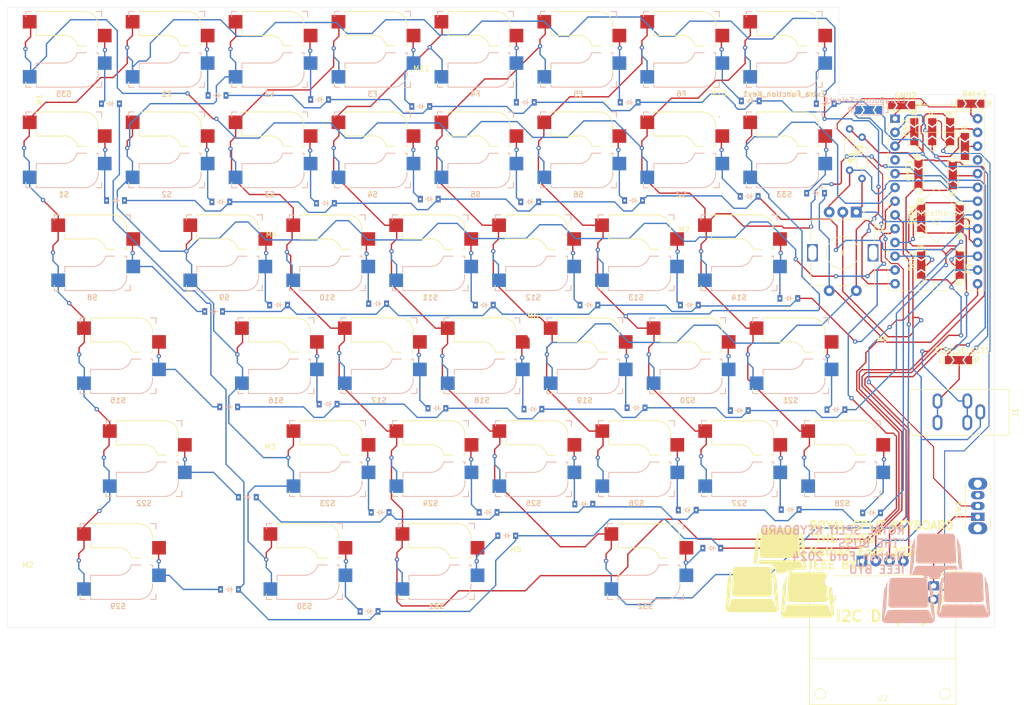
<source format=kicad_pcb>
(kicad_pcb (version 20240108) (generator "pcbnew") (generator_version "8.0")
  (title_block (title "simple_split") (rev "v1.0.0") (company "Unknown"))
  (layers (0 "F.Cu" signal) (31 "B.Cu" signal) (34 "B.Paste" user) (35 "F.Paste" user) (36 "B.SilkS" user "B.Silkscreen") (37 "F.SilkS" user "F.Silkscreen") (38 "B.Mask" user) (39 "F.Mask" user) (44 "Edge.Cuts" user))
  (net 0 "")
  (net 1 "Net-(D1-A)")
  (net 2 "Net-(D2-A)")
  (net 3 "Net-(D3-A)")
  (net 4 "Net-(D4-A)")
  (net 5 "Net-(D5-A)")
  (net 6 "Net-(D6-A)")
  (net 7 "Net-(D7-A)")
  (net 8 "Net-(D8-A)")
  (net 9 "Net-(D9-A)")
  (net 10 "Net-(D10-A)")
  (net 11 "Net-(D11-A)")
  (net 12 "Net-(D12-A)")
  (net 13 "Net-(D13-A)")
  (net 14 "Net-(D14-A)")
  (net 15 "Net-(D15-A)")
  (net 16 "Net-(D16-A)")
  (net 17 "Net-(D17-A)")
  (net 18 "Net-(D18-A)")
  (net 19 "Net-(D19-A)")
  (net 20 "Net-(D20-A)")
  (net 21 "Net-(D21-A)")
  (net 22 "Net-(D22-A)")
  (net 23 "Net-(D23-A)")
  (net 24 "Net-(D24-A)")
  (net 25 "Net-(D25-A)")
  (net 26 "Net-(D26-A)")
  (net 27 "Net-(D27-A)")
  (net 28 "Net-(D28-A)")
  (net 29 "Net-(D29-A)")
  (net 30 "Net-(D30-A)")
  (net 31 "Net-(D31-A)")
  (net 32 "Net-(D32-A)")
  (net 33 "/1")
  (net 34 "/2")
  (net 35 "/3")
  (net 36 "/4")
  (net 37 "/5")
  (net 38 "/Rotary_A")
  (net 39 "/Rotary_B")
  (net 40 "/GND")
  (net 41 "/E")
  (net 42 "/A")
  (net 43 "/B")
  (net 44 "/C")
  (net 45 "/D")
  (net 46 "/F")
  (net 47 "/G")
  (net 48 "/Bat+")
  (net 49 "Net-(Bat+1-COM)")
  (net 51 "Net-(GND1-COM)")
  (net 52 "/VCC")
  (net 54 "Net-(GND2-COM)")
  (net 56 "/TXD")
  (net 57 "Net-(RXI1-COM)")
  (net 58 "Net-(RXI2-COM)")
  (net 59 "/RXI")
  (net 61 "/Bat-")
  (net 62 "Net-(TXD1-COM)")
  (net 63 "Net-(TXD2-COM)")
  (net 66 "Net-(U1-VCC)")
  (net 67 "Net-(D33-A)")
  (net 68 "/SDA")
  (net 69 "/SCL")
  (net 71 "Net-(COM_SELECT1-COM)")
  (net 72 "Net-(J2-Pin_1)")
  (net 73 "Net-(P2-COM)")
  (net 74 "Net-(P3-COM)")
  (net 75 "Net-(SCL1-COM)")
  (net 76 "Net-(SDA1-COM)")
  (net 77 "Net-(D35-A)")
  (net 78 "/6")
  (net 79 "Net-(D34-A)")
  (net 80 "Net-(D36-A)")
  (net 81 "Net-(D37-A)")
  (net 82 "Net-(D38-A)")
  (net 83 "Net-(D39-A)")
  (net 84 "Net-(D40-A)")
  (net 85 "Net-(D41-A)")
  (footprint "keyswitches:Kailh_socket_MX_reversible" (layer "F.Cu") (at 252.9075 109.352 180)
    (property "Reference" "S33")
    (property "Value" "~")
  )
  (footprint "Resistor_THT:R_Axial_DIN0204_L3.6mm_D1.6mm_P7.62mm_Horizontal" (layer "F.Cu") (at 267.26 114.644 90)
    (property "Reference" "R3")
    (property "Value" "10K")
  )
  (footprint "Misc Keyboard Parts:reversable_diode" (layer "F.Cu") (at 235.002 175.858 180)
    (property "Reference" "D26" (hide yes))
    (property "Value" "D" (hide yes))
  )
  (footprint "Misc Keyboard Parts:reversable_diode" (layer "F.Cu") (at 198.246 176.276 180)
    (property "Reference" "D24" (hide yes))
    (property "Value" "D" (hide yes))
  )
  (footprint "keyswitches:Kailh_socket_MX_reversible" (layer "F.Cu") (at 188.7255 185.352 180)
    (property "Reference" "S31")
    (property "Value" "~")
  )
  (footprint "keyswitches:Kailh_socket_MX_reversible" (layer "F.Cu") (at 125.17 128.352 180)
    (property "Reference" "S8")
    (property "Value" "~")
  )
  (footprint "Misc Keyboard Parts:reversable_diode" (layer "F.Cu") (at 225.096 118.708 180)
    (property "Reference" "D6" (hide yes))
    (property "Value" "D" (hide yes))
  )
  (footprint "Misc Keyboard Parts:reversable_diode" (layer "F.Cu") (at 258.699 117.348 180)
    (property "Reference" "D33" (hide yes))
    (property "Value" "D" (hide yes))
  )
  (footprint "Misc Keyboard Parts:reversable_diode" (layer "F.Cu") (at 159.564 138.012 180)
    (property "Reference" "D9" (hide yes))
    (property "Value" "D" (hide yes))
  )
  (footprint "MountingHole:MountingHole_2.2mm_M2" (layer "F.Cu") (at 112.268 100.076 -90)
    (property "Reference" "M1")
    (property "Value" "MountingHole")
  )
  (footprint "Misc Keyboard Parts:reversable_diode" (layer "F.Cu") (at 168.708 156.3 180)
    (property "Reference" "D16" (hide yes))
    (property "Value" "D" (hide yes))
  )
  (footprint "Misc Keyboard Parts:reversable_diode" (layer "F.Cu") (at 177.852 137.758 180)
    (property "Reference" "D10" (hide yes))
    (property "Value" "D" (hide yes))
  )
  (footprint "keyswitches:Kailh_socket_MX_reversible" (layer "F.Cu") (at 235.079 147.352 180)
    (property "Reference" "S20")
    (property "Value" "~")
  )
  (footprint "keyswitches:Kailh_socket_MX_reversible" (layer "F.Cu") (at 187.554 128.352 180)
    (property "Reference" "S11")
    (property "Value" "~")
  )
  (footprint "Connector_JST:JST_EH_S2B-EH_1x02_P2.50mm_Horizontal" (layer "F.Cu") (at 280.4755 189.848 -90)
    (property "Reference" "J2")
    (property "Value" "Conn_01x02")
  )
  (footprint "MountingHole:MountingHole_2.2mm_M2" (layer "F.Cu") (at 261.5 189 180)
    (property "Reference" "M9")
    (property "Value" "MountingHole")
  )
  (footprint "Misc Keyboard Parts:reversable_diode" (layer "F.Cu") (at 178.308 176.276 180)
    (property "Reference" "D23" (hide yes))
    (property "Value" "D" (hide yes))
  )
  (footprint "Misc Keyboard Parts:reversable_diode" (layer "F.Cu") (at 246.432 117.946 180)
    (property "Reference" "D7" (hide yes))
    (property "Value" "D" (hide yes))
  )
  (footprint "keyswitches:Kailh_socket_MX_reversible" (layer "F.Cu") (at 214.9075 109.352 180)
    (property "Reference" "S6")
    (property "Value" "~")
  )
  (footprint "keyswitches:Kailh_socket_MX_reversible" (layer "F.Cu") (at 176.9075 90.8 180)
    (property "Reference" "F3")
    (property "Value" "~")
  )
  (footprint "Misc Keyboard Parts:Screen" (layer "F.Cu") (at 271.07 197.886)
    (property "Reference" "U2")
    (property "Value" "~")
  )
  (footprint "keyswitches:Stabilizer_MX_2u" (layer "F.Cu") (at 125.17 128.352)
    (property "Reference" "DRA2" (hide yes))
    (property "Value" "DIN_Rail_Adapter" (hide yes))
  )
  (footprint "MountingHole:MountingHole_2.2mm_M2" (layer "F.Cu") (at 234.442 120.904 180)
    (property "Reference" "M7")
    (property "Value" "MountingHole")
  )
  (footprint "keyswitches:Kailh_socket_MX_reversible" (layer "F.Cu") (at 138.9075 90.8 180)
    (property "Reference" "F1")
    (property "Value" "~")
  )
  (footprint "MountingHole:MountingHole_2.2mm_M2" (layer "F.Cu") (at 203.327 186.309)
    (property "Reference" "M5")
    (property "Value" "MountingHole")
  )
  (footprint "Misc Keyboard Parts:Side Indicator - Improved" (layer "F.Cu") (at 284.024 114.136 -90)
    (property "Reference" "VCC1")
    (property "Value" "~")
  )
  (footprint "keyswitches:Kailh_socket_MX_reversible" (layer "F.Cu") (at 119.9075 90.8 180)
    (property "Reference" "S35")
    (property "Value" "~")
  )
  (footprint "keyswitches:Kailh_socket_MX_reversible" (layer "F.Cu") (at 176.9075 109.352 180)
    (property "Reference" "S4")
    (property "Value" "~")
  )
  (footprint "keyswitches:Kailh_socket_MX_reversible" (layer "F.Cu") (at 157.9075 109.352 180)
    (property "Reference" "S3")
    (property "Value" "~")
  )
  (footprint "MountingHole:MountingHole_2.2mm_M2" (layer "F.Cu") (at 185.928 97.536)
    (property "Reference" "M11")
    (property "Value" "MountingHole")
  )
  (footprint "keyswitches:Kailh_socket_MX_reversible" (layer "F.Cu") (at 252.9075 90.8 180)
    (property "Reference" "Extra_Function_Key1")
    (property "Value" "~")
  )
  (footprint "Misc Keyboard Parts:reversable_diode" (layer "F.Cu") (at 185.802 101.346 180)
    (property "Reference" "D37" (hide yes))
    (property "Value" "D" (hide yes))
  )
  (footprint "Misc Keyboard Parts:reversable_diode" (layer "F.Cu") (at 150.35 156.808 180)
    (property "Reference" "D15" (hide yes))
    (property "Value" "D" (hide yes))
  )
  (footprint "Misc Keyboard Parts:Side Indicator - Improved" (layer "F.Cu") (at 277.674 113.85 90)
    (property "Reference" "GND1")
    (property "Value" "~")
  )
  (footprint "Misc Keyboard Parts:Side Indicator - Improved" (layer "F.Cu") (at 274.574 101.092)
    (property "Reference" "GND2")
    (property "Value" "~")
  )
  (footprint "Misc Keyboard Parts:Side Indicator - Improved" (layer "F.Cu") (at 286.258 108.732 90)
    (property "Reference" "RXI1")
    (property "Value" "~")
  )
  (footprint "Misc Keyboard Parts:reversable_diode" (layer "F.Cu") (at 224.282 100.584 180)
    (property "Reference" "D39" (hide yes))
    (property "Value" "D" (hide yes))
  )
  (footprint "keyswitches:Kailh_socket_MX_reversible" (layer "F.Cu") (at 233.9075 90.8 180)
    (property "Reference" "F6")
    (property "Value" "~")
  )
  (footprint "keyswitches:Kailh_socket_MX_reversible" (layer "F.Cu") (at 195.9075 109.352 180)
    (property "Reference" "S5")
    (property "Value" "~")
  )
  (footprint "Misc Keyboard Parts:reversable_diode" (layer "F.Cu") (at 167.132 100.076 180)
    (property "Reference" "D36" (hide yes))
    (property "Value" "D" (hide yes))
  )
  (footprint "Misc Keyboard Parts:reversable_diode" (layer "F.Cu") (at 187.376 118.454 180)
    (property "Reference" "D4" (hide yes))
    (property "Value" "D" (hide yes))
  )
  (footprint "Misc Keyboard Parts:reversable_diode" (layer "F.Cu") (at 205.918 118.962 180)
    (property "Reference" "D5" (hide yes))
    (property "Value" "D" (hide yes))
  )
  (footprint "keyswitches:Kailh_socket_MX_reversible" (layer "F.Cu") (at 206.604 166.352 180)
    (property "Reference" "S25")
    (property "Value" "~")
  )
  (footprint "keyswitches:Stabilizer_MX_2u" (layer "F.Cu") (at 129.9325 185.352)
    (property "Reference" "DRA4" (hide yes))
    (property "Value" "DIN_Rail_Adapter" (hide yes))
  )
  (footprint "Misc Keyboard Parts:Side Indicator - Improved" (layer "F.Cu") (at 278.182 130.646 90)
    (property "Reference" "SCL1")
    (property "Value" "~")
  )
  (footprint "keyswitches:Kailh_socket_MX_reversible" (layer "F.Cu") (at 233.9075 109.352 180)
    (property "Reference" "S7")
    (property "Value" "~")
  )
  (footprint "keyswitches:Kailh_socket_MX_reversible" (layer "F.Cu") (at 119.9075 109.352 180)
    (property "Reference" "S1")
    (property "Value" "~")
  )
  (footprint "Misc Keyboard Parts:Side Indicator - Improved" (layer "F.Cu") (at 287.358 100.838)
    (property "Reference" "Bat+1")
    (property "Value" "~")
  )
  (footprint "Misc Keyboard Parts:reversable_diode" (layer "F.Cu") (at 176.276 194.564 180)
    (property "Reference" "D30" (hide yes))
    (property "Value" "D" (hide yes))
  )
  (footprint "Misc Keyboard Parts:reversable_diode" (layer "F.Cu") (at 205.106 100.584 180)
    (property "Reference" "D38" (hide yes))
    (property "Value" "D" (hide yes))
  )
  (footprint "keyswitches:Kailh_socket_MX_reversible" (layer "F.Cu") (at 157.9075 90.8 180)
    (property "Reference" "F2")
    (property "Value" "~")
  )
  (footprint "Misc Keyboard Parts:reversable_diode" (layer "F.Cu") (at 269.038 176.366 180)
    (property "Reference" "D28" (hide yes))
    (property "Value" "D" (hide yes))
  )
  (footprint "keyswitches:Kailh_socket_MX_reversible" (layer "F.Cu") (at 206.554 128.352 180)
    (property "Reference" "S12")
    (property "Value" "~")
  )
  (footprint "keyswitches:Kailh_socket_MX_reversible" (layer "F.Cu") (at 187.604 166.352 180)
    (property "Reference" "S24")
    (property "Value" "~")
  )
  (footprint "Misc Keyboard Parts:reversable_diode" (layer "F.Cu") (at 216.84 138.012 180)
    (property "Reference" "D12" (hide yes))
    (property "Value" "D" (hide yes))
  )
  (footprint "keyswitches:Stabilizer_MX_2u" (layer "F.Cu") (at 227.2755 185.352)
    (property "Reference" "DRA5" (hide yes))
    (property "Value" "DIN_Rail_Adapter" (hide yes))
  )
  (footprint "Misc Keyboard Parts:Nice!NanoV2" (layer "F.Cu") (at 280.976 120.105)
    (property "Reference" "U1")
    (property "Value" "~")
  )
  (footprint "keyswitches:Stabilizer_MX_2u" (layer "F.Cu") (at 134.695 166.352)
    (property "Reference" "DRA3" (hide yes))
    (property "Value" "DIN_Rail_Adapter" (hide yes))
  )
  (footprint "Misc Keyboard Parts:reversable_diode" (layer "F.Cu") (at 188.774 157.062 180)
    (property "Reference" "D17" (hide yes))
    (property "Value" "D" (hide yes))
  )
  (footprint "MountingHole:MountingHole_2.2mm_M2" (layer "F.Cu") (at 113.284 189.23)
    (property "Reference" "M2")
    (property "Value" "MountingHole")
  )
  (footprint "keyswitches:Stabilizer_MX_2u" (layer "F.Cu") (at 129.9325 147.352)
    (property "Reference" "DRA1" (hide yes))
    (property "Value" "DIN_Rail_Adapter" (hide yes))
  )
  (footprint "Misc Keyboard Parts:reversable_diode" (layer "F.Cu") (at 148.21 99.314 180)
    (property "Reference" "D34" (hide yes))
    (property "Value" "D" (hide yes))
  )
  (footprint "Misc Keyboard Parts:Side Indicator - Improved" (layer "F.Cu") (at 285.294 130.646 -90)
    (property "Reference" "P3")
    (property "Value" "~")
  )
  (footprint "Misc Keyboard Parts:reversable_diode" (layer "F.Cu") (at 253.746 136.779 180)
    (property "Reference" "D14" (hide yes))
    (property "Value" "D" (hide yes))
  )
  (footprint "MountingHole:MountingHole_2.2mm_M2" (layer "F.Cu") (at 206.502 143.256)
    (property "Reference" "M6")
    (property "Value" "MountingHole")
  )
  (footprint "Misc Keyboard Parts:reversable_diode" (layer "F.Cu") (at 244.602 157.48 180)
    (property "Reference" "D20" (hide yes))
    (property "Value" "D" (hide yes))
  )
  (footprint "MountingHole:MountingHole_2.2mm_M2" (layer "F.Cu") (at 240.792 102.108)
    (property "Reference" "M10")
    (property "Value" "MountingHole")
  )
  (footprint "Misc Keyboard Parts:reversable_diode" (layer "F.Cu") (at 215.9 174.752 180)
    (property "Reference" "D25" (hide yes))
    (property "Value" "D" (hide yes))
  )
  (footprint "Misc Keyboard Parts:reversable_diode" (layer "F.Cu") (at 153.798 173.482 180)
    (property "Reference" "D22" (hide yes))
    (property "Value" "D" (hide yes))
  )
  (footprint "keyswitches:Kailh_socket_MX_reversible" (layer "F.Cu") (at 138.9075 109.352 180)
    (property "Reference" "S2")
    (property "Value" "~")
  )
  (footprint "Misc Keyboard Parts:reversable_diode" (layer "F.Cu") (at 168.2 119.216 180)
    (property "Reference" "D3" (hide yes))
    (property "Value" "D" (hide yes))
  )
  (footprint "keyswitches:Kailh_socket_MX_reversible" (layer "F.Cu") (at 159.079 147.352 180)
    (property "Reference" "S16")
    (property "Value" "~")
  )
  (footprint "keyswitches:Kailh_socket_MX_reversible" (layer "F.Cu") (at 254.079 147.352 180)
    (property "Reference" "S21")
    (property "Value" "~")
  )
  (footprint "keyswitches:Kailh_socket_MX_reversible" (layer "F.Cu") (at 225.604 166.352 180)
    (property "Reference" "S26")
    (property "Value" "~")
  )
  (footprint "Misc Keyboard Parts:reversable_diode" (layer "F.Cu") (at 262.434 157.316 180)
    (property "Reference" "D21" (hide yes))
    (property "Value" "D" (hide yes))
  )
  (footprint "keyswitches:Kailh_socket_MX_reversible" (layer "F.Cu") (at 178.079 147.352 180)
    (property "Reference" "S17")
    (property "Value" "~")
  )
  (footprint "Misc Keyboard Parts:Side Indicator - Improved" (layer "F.Cu") (at 285.294 122.08 -90)
    (property "Reference" "P2")
    (property "Value" "~")
  )
  (footprint "keyswitches:Kailh_socket_MX_reversible" (layer "F.Cu") (at 197.079 147.352 180)
    (property "Reference" "S18")
    (property "Value" "~")
  )
  (footprint "Misc Keyboard Parts:Side Indicator - Improved" (layer "F.Cu") (at 278.182 122.01 90)
    (property "Reference" "SDA1")
    (property "Value" "~")
  )
  (footprint "Misc Keyboard Parts:reversable_diode" (layer "F.Cu") (at 128.524 100.838 180)
    (property "Reference" "D35" (hide yes))
    (property "Value" "D" (hide yes))
  )
  (footprint "MountingHole:MountingHole_2.2mm_M2" (layer "F.Cu") (at 271 147.5)
    (property "Reference" "M8")
    (property "Value" "MountingHole")
  )
  (footprint "keyswitches:Kailh_socket_MX_reversible" (layer "F.Cu") (at 227.2755 185.352 180)
    (property "Reference" "S32")
    (property "Value" "~")
  )
  (footprint "keyswitches:Kailh_socket_MX_reversible" (layer "F.Cu") (at 129.9325 185.352 180)
    (property "Reference" "S29")
    (property "Value" "~")
  )
  (footprint "Misc Keyboard Parts:reversable_diode" (layer "F.Cu") (at 201.676 180.594 180)
    (property "Reference" "D31" (hide yes))
    (property "Value" "D" (hide yes))
  )
  (footprint "keyswitches:Kailh_socket_MX_reversible" (layer "F.Cu") (at 168.604 166.352 180)
    (property "Reference" "S23")
    (property "Value" "~")
  )
  (footprint "Misc Keyboard Parts:reversable_diode" (layer "F.Cu") (at 197.536 138.012 180)
    (property "Reference" "D11" (hide yes))
    (property "Value" "D" (hide yes))
  )
  (footprint "Misc Keyboard Parts:reversable_diode" (layer "F.Cu") (at 246.634 100.33 180)
    (property "Reference" "D40" (hide yes))
    (property "Value" "D" (hide yes))
  )
  (footprint "keyswitches:Kailh_socket_MX_reversible" (layer "F.Cu") (at 214.9075 90.8 180)
    (property "Reference" "F5")
    (property "Value" "~")
  )
  (footprint "keyswitches:Kailh_socket_MX_reversible" (layer "F.Cu") (at 244.554 128.352 180)
    (property "Reference" "S14")
    (property "Value" "~")
  )
  (footprint "MountingHole:MountingHole_2.2mm_M2" (layer "F.Cu") (at 158 161 180)
    (property "Reference" "M3")
    (property "Value" "MountingHole")
  )
  (footprint "Misc Keyboard Parts:reversable_diode" (layer "F.Cu") (at 239.522 182.88 180)
    (property "Reference" "D32" (hide yes))
    (property "Value" "D" (hide yes))
  )
  (footprint "Button_Switch_THT:SW_Slide_SPDT_Angled_CK_OS102011MA1Q" (layer "F.Cu") (at 288.628 177.096 90)
    (property "Reference" "SW1")
    (property "Value" "SW_SPDT_312")
  )
  (footprint "Misc Keyboard Parts:reversable_diode" (layer "F.Cu") (at 148.896 118.962 180)
    (property "Reference" "D2" (hide yes))
    (property "Value" "D" (hide yes))
  )
  (footprint "Misc Keyboard Parts:Keyboard Icon" (layer "F.Cu") (at 252.095 187.452)
    (property "Reference" "G***")
    (property "Value" "LOGO" (hide yes))
  )
  (footprint "Misc Keyboard Parts:Jack_3.5mm_CUI_SJ1-3533NG_Horizontal Reversable" (layer "F.Cu") (at 289.094 157.724 -90)
    (property "Reference" "J1")
    (property "Value" "AudioJack3")
  )
  (footprint "Misc Keyboard Parts:reversable_diode" (layer "F.Cu") (at 254 175.768 180)
    (property "Reference" "D27" (hide yes))
    (property "Value" "D" (hide yes))
  )
  (footprint "keyswitches:Kailh_socket_MX_reversible" (layer "F.Cu") (at 244.604 166.352 180)
    (property "Reference" "S27")
    (property "Value" "~")
  )
  (footprint "Rotary_Encoder:RotaryEncoder_Alps_EC11E-Switch_Vertical_H20mm" (layer "F.Cu") (at 266.204 120.856 -90)
    (property "Reference" "R1")
    (property "Value" "RotaryEncoder_Switch")
  )
  (footprint "MountingHole:MountingHole_2.2mm_M2" (layer "F.Cu") (at 158.242 121.793 180)
    (property "Reference" "M4")
    (property "Value" "MountingHole")
  )
  (footprint "Misc Keyboard Parts:Side Indicator - Improved" (layer "F.Cu") (at 285.072 148.172)
    (property "Reference" "COM_SELECT1")
    (property "Value" "~")
  )
  (footprint "keyswitches:Kailh_socket_MX_reversible" (layer "F.Cu") (at 263.604 166.352 180)
    (property "Reference" "S28")
    (property "Value" "~")
  )
  (footprint "Misc Keyboard Parts:reversable_diode" (layer "F.Cu") (at 150.5 190.5 180)
    (property "Reference" "D29" (hide yes))
    (property "Value" "D" (hide yes))
  )
  (footprint "Misc Keyboard Parts:reversable_diode" (layer "F.Cu") (at 235.382 138.012 180)
    (property "Reference" "D13" (hide yes))
    (property "Value" "D" (hide yes))
  )
  (footprint "Misc Keyboard Parts:Side Indicator - Improved" (layer "F.Cu") (at 276.912 106.008 90)
    (property "Reference" "RXI2")
    (property "Value" "~")
  )
  (footprint "keyswitches:Kailh_socket_MX_reversible" (layer "F.Cu") (at 129.9325 147.352 180)
    (property "Reference" "S15")
    (property "Value" "~")
  )
  (footprint "keyswitches:Kailh_socket_MX_reversible" (layer "F.Cu") (at 134.695 166.352 180)
    (property "Reference" "S22")
    (property "Value" "~")
  )
  (footprint "Misc Keyboard Parts:reversable_diode" (layer "F.Cu") (at 225.552 156.972 180)
    (property "Reference" "D19" (hide yes))
    (property "Value" "D" (hide yes))
  )
  (footprint "keyswitches:Kailh_socket_MX_reversible" (layer "F.Cu") (at 216.079 147.352 180)
    (property "Reference" "S19")
    (property "Value" "~")
  )
  (footprint "keyswitches:Kailh_socket_MX_reversible" (layer "F.Cu") (at 149.554 128.352 180)
    (property "Reference" "S9")
    (property "Value" "~")
  )
  (footprint "Misc Keyboard Parts:Side Indicator - Improved" (layer "F.Cu") (at 283.516 106.008 90)
    (property "Reference" "TXD1")
    (property "Value" "~")
  )
  (footprint "keyswitches:Kailh_socket_MX_reversible" (layer "F.Cu") (at 195.9075 90.8 180)
    (property "Reference" "F4")
    (property "Value" "~")
  )
  (footprint "Misc Keyboard Parts:reversable_diode" (layer "F.Cu") (at 206.502 157.226 180)
    (property "Reference" "D18" (hide yes))
    (property "Value" "D" (hide yes))
  )
  (footprint "keyswitches:Kailh_socket_MX_reversible" (layer "F.Cu") (at 225.554 128.352 180)
    (property "Reference" "S13")
    (property "Value" "~")
  )
  (footprint "Misc Keyboard Parts:reversable_diode" (layer "F.Cu") (at 129.466 118.708 180)
    (property "Reference" "D1" (hide yes))
    (property "Value" "D" (hide yes))
  )
  (footprint "Misc Keyboard Parts:reversable_diode" (layer "F.Cu") (at 147.574 139.192 180)
    (property "Reference" "D8" (hide yes))
    (property "Value" "D" (hide yes))
  )
  (footprint "Misc Keyboard Parts:Side Indicator - Improved" (layer "F.Cu") (at 280.214 106.008 90)
    (property "Reference" "TXD2")
    (property "Value" "~")
  )
  (footprint "Misc Keyboard Parts:reversable_diode" (layer "F.Cu") (at 260.478 100.838 180)
    (property "Reference" "D41" (hide yes))
    (property "Value" "D" (hide yes))
  )
  (footprint "Resistor_THT:R_Axial_DIN0204_L3.6mm_D1.6mm_P7.62mm_Horizontal" (layer "F.Cu") (at 264.974 105.5 -90)
    (property "Reference" "R2")
    (property "Value" "10K")
  )
  (footprint "keyswitches:Kailh_socket_MX_reversible" (layer "F.Cu") (at 168.554 128.352 180)
    (property "Reference" "S10")
    (property "Value" "~")
  )
  (footprint "keyswitches:Kailh_socket_MX_reversible" (layer "F.Cu") (at 164.3415 185.352 180)
    (property "Reference" "S30")
    (property "Value" "~")
  )
  (footprint "Misc Keyboard Parts:Side Indicator - Improved" (layer "B.Cu") (at 268.51 102 180)
    (property "Reference" "ExtraButtonsSelect1")
    (property "Value" "~")
  )
  (footprint "Misc Keyboard Parts:Keyboard Icon" (layer "B.Cu") (at 280.924 188.468 180)
    (property "Reference" "G***")
    (property "Value" "LOGO" (hide yes))
  )
  (gr_line (start 291.644 197.5) (end 291.644 99.15) (stroke (width 0.05)) (layer "Edge.Cuts"))
  (gr_line (start 109.526 83) (end 109.526 99.15) (stroke (width 0.05)) (layer "Edge.Cuts"))
  (gr_line (start 109.526 197.5) (end 291.644 197.5) (stroke (width 0.05)) (layer "Edge.Cuts"))
  (gr_line (start 263 99.15) (end 263 83) (stroke (width 0.05)) (layer "Edge.Cuts"))
  (gr_line (start 109.526 99.15) (end 109.526 197.5) (stroke (width 0.05)) (layer "Edge.Cuts"))
  (gr_line (start 263 83) (end 109.526 83) (stroke (width 0.05)) (layer "Edge.Cuts"))
  (gr_line (start 291.644 99.15) (end 263 99.15) (stroke (width 0.05)) (layer "Edge.Cuts"))
  (gr_text "ROYAL SPLIT KEYBOARD \n{dblquote}THE BOSS{dblquote}\nNathan Ford 2024 \nIEEE BYU" (at 275.336 187.706 -0) (layer "B.SilkS") (effects (font (size 1.5 1.5) (thickness 0.3) (bold yes)) (justify left bottom mirror)))
  (gr_text "+" (at 278.436 190.59 0) (layer "F.SilkS") (effects (font (size 1.5 1.5) (thickness 0.3) (bold yes)) (justify left bottom mirror)))
  (gr_text "-" (at 278.436 193.13 0) (layer "F.SilkS") (effects (font (size 1.5 1.5) (thickness 0.3) (bold yes)) (justify left bottom mirror)))
  (gr_text "ROYAL SPLIT KEYBOARD \n{dblquote}THE BOSS{dblquote}\nNathan Ford 2024 \nIEEE BYU" (at 257.302 186.817 0) (layer "F.SilkS") (effects (font (size 1.5 1.5) (thickness 0.3) (bold yes)) (justify left bottom)))
  (segment (start 127.5485 109.352) (end 127.508 109.3115) (width 0.25) (layer "F.Cu") (net 1))
  (segment (start 127.508 106.68) (end 127.508 109.3115) (width 0.25) (layer "F.Cu") (net 1))
  (via (at 127.5485 109.352) (size 0.8) (drill 0.4) (layers "F.Cu" "B.Cu") (net 1))
  (segment (start 127.4675 111.892) (end 127.4675 118.3595) (width 0.25) (layer "B.Cu") (net 1))
  (segment (start 127.4675 118.3595) (end 127.816 118.708) (width 0.25) (layer "B.Cu") (net 1))
  (segment (start 127.508 109.3925) (end 127.5485 109.352) (width 0.25) (layer "B.Cu") (net 1))
  (segment (start 127.508 111.76) (end 127.508 109.3925) (width 0.25) (layer "B.Cu") (net 1))
  (segment (start 146.304 106.68) (end 146.304 109.3115) (width 0.25) (layer "F.Cu") (net 2))
  (segment (start 146.3445 109.352) (end 146.304 109.3115) (width 0.25) (layer "F.Cu") (net 2))
  (via (at 146.3445 109.352) (size 0.8) (drill 0.4) (layers "F.Cu" "B.Cu") (net 2))
  (segment (start 146.304 109.3925) (end 146.3445 109.352) (width 0.25) (layer "B.Cu") (net 2))
  (segment (start 146.4675 118.1835) (end 147.246 118.962) (width 0.25) (layer "B.Cu") (net 2))
  (segment (start 146.4675 111.892) (end 146.4675 118.1835) (width 0.25) (layer "B.Cu") (net 2))
  (segment (start 146.304 111.76) (end 146.304 109.3925) (width 0.25) (layer "B.Cu") (net 2))
  (segment (start 165.3945 109.48525) (end 165.354 109.44475) (width 0.25) (layer "F.Cu") (net 3))
  (segment (start 165.354 106.81325) (end 165.354 109.44475) (width 0.25) (layer "F.Cu") (net 3))
  (via (at 165.3945 109.48525) (size 0.8) (drill 0.4) (layers "F.Cu" "B.Cu") (net 3))
  (segment (start 165.354 109.52575) (end 165.3945 109.48525) (width 0.25) (layer "B.Cu") (net 3))
  (segment (start 165.354 111.89325) (end 165.354 109.52575) (width 0.25) (layer "B.Cu") (net 3))
  (segment (start 165.4675 118.1335) (end 166.55 119.216) (width 0.25) (layer "B.Cu") (net 3))
  (segment (start 165.4675 111.892) (end 165.4675 118.1335) (width 0.25) (layer "B.Cu") (net 3))
  (segment (start 184.404 106.68) (end 184.404 109.3115) (width 0.25) (layer "F.Cu") (net 4))
  (segment (start 184.4445 109.352) (end 184.404 109.3115) (width 0.25) (layer "F.Cu") (net 4))
  (via (at 184.4445 109.352) (size 0.8) (drill 0.4) (layers "F.Cu" "B.Cu") (net 4))
  (segment (start 184.4675 117.1955) (end 185.726 118.454) (width 0.25) (layer "B.Cu") (net 4))
  (segment (start 184.404 111.76) (end 184.404 109.3925) (width 0.25) (layer "B.Cu") (net 4))
  (segment (start 184.4675 111.892) (end 184.4675 117.1955) (width 0.25) (layer "B.Cu") (net 4))
  (segment (start 184.404 109.3925) (end 184.4445 109.352) (width 0.25) (layer "B.Cu") (net 4))
  (segment (start 203.454 106.68) (end 203.454 109.3115) (width 0.25) (layer "F.Cu") (net 5))
  (segment (start 203.4945 109.352) (end 203.454 109.3115) (width 0.25) (layer "F.Cu") (net 5))
  (via (at 203.4945 109.352) (size 0.8) (drill 0.4) (layers "F.Cu" "B.Cu") (net 5))
  (segment (start 203.4675 111.892) (end 203.4675 118.1615) (width 0.25) (layer "B.Cu") (net 5))
  (segment (start 203.454 109.3925) (end 203.4945 109.352) (width 0.25) (layer "B.Cu") (net 5))
  (segment (start 203.4675 118.1615) (end 204.268 118.962) (width 0.25) (layer "B.Cu") (net 5))
  (segment (start 203.454 111.76) (end 203.454 109.3925) (width 0.25) (layer "B.Cu") (net 5))
  (segment (start 222.2905 109.352) (end 222.25 109.3115) (width 0.25) (layer "F.Cu") (net 6))
  (segment (start 222.25 106.68) (end 222.25 109.3115) (width 0.25) (layer "F.Cu") (net 6))
  (via (at 222.2905 109.352) (size 0.8) (drill 0.4) (layers "F.Cu" "B.Cu") (net 6))
  (segment (start 222.25 111.76) (end 222.25 109.3925) (width 0.25) (layer "B.Cu") (net 6))
  (segment (start 222.4675 117.7295) (end 223.446 118.708) (width 0.25) (layer "B.Cu") (net 6))
  (segment (start 222.25 109.3925) (end 222.2905 109.352) (width 0.25) (layer "B.Cu") (net 6))
  (segment (start 222.4675 111.892) (end 222.4675 117.7295) (width 0.25) (layer "B.Cu") (net 6))
  (segment (start 241.3 106.68) (end 241.3 109.3115) (width 0.25) (layer "F.Cu") (net 7))
  (segment (start 241.3405 109.352) (end 241.3 109.3115) (width 0.25) (layer "F.Cu") (net 7))
  (via (at 241.3405 109.352) (size 0.8) (drill 0.4) (layers "F.Cu" "B.Cu") (net 7))
  (segment (start 241.3 111.76) (end 241.3 109.3925) (width 0.25) (layer "B.Cu") (net 7))
  (segment (start 241.3 109.3925) (end 241.3405 109.352) (width 0.25) (layer "B.Cu") (net 7))
  (segment (start 241.4675 111.892) (end 241.4675 114.6315) (width 0.25) (layer "B.Cu") (net 7))
  (segment (start 241.4675 114.6315) (end 244.782 117.946) (width 0.25) (layer "B.Cu") (net 7))
  (segment (start 132.588 125.73) (end 132.588 128.3615) (width 0.25) (layer "F.Cu") (net 8))
  (segment (start 132.6285 128.402) (end 132.588 128.3615) (width 0.25) (layer "F.Cu") (net 8))
  (via (at 132.6285 128.402) (size 0.8) (drill 0.4) (layers "F.Cu" "B.Cu") (net 8))
  (segment (start 144.526 139.192) (end 145.924 139.192) (width 0.25) (layer "B.Cu") (net 8))
  (segment (start 136.226 130.892) (end 144.526 139.192) (width 0.25) (layer "B.Cu") (net 8))
  (segment (start 132.73 130.892) (end 136.226 130.892) (width 0.25) (layer "B.Cu") (net 8))
  (segment (start 132.588 130.81) (end 132.588 128.4425) (width 0.25) (layer "B.Cu") (net 8))
  (segment (start 132.588 128.4425) (end 132.6285 128.402) (width 0.25) (layer "B.Cu") (net 8))
  (segment (start 157.226 125.73) (end 157.226 128.3615) (width 0.25) (layer "F.Cu") (net 9))
  (segment (start 157.2665 128.402) (end 157.226 128.3615) (width 0.25) (layer "F.Cu") (net 9))
  (via (at 157.2665 128.402) (size 0.8) (drill 0.4) (layers "F.Cu" "B.Cu") (net 9))
  (segment (start 157.114 130.892) (end 157.114 137.212) (width 0.25) (layer "B.Cu") (net 9))
  (segment (start 157.226 130.81) (end 157.226 128.4425) (width 0.25) (layer "B.Cu") (net 9))
  (segment (start 157.226 128.4425) (end 157.2665 128.402) (width 0.25) (layer "B.Cu") (net 9))
  (segment (start 157.114 137.212) (end 157.914 138.012) (width 0.25) (layer "B.Cu") (net 9))
  (segment (start 175.768 125.86325) (end 175.768 128.49475) (width 0.25) (layer "F.Cu") (net 10))
  (segment (start 175.8085 128.53525) (end 175.768 128.49475) (width 0.25) (layer "F.Cu") (net 10))
  (via (at 175.8085 128.53525) (size 0.8) (drill 0.4) (layers "F.Cu" "B.Cu") (net 10))
  (segment (start 175.768 130.94325) (end 175.768 128.57575) (width 0.25) (layer "B.Cu") (net 10))
  (segment (start 175.768 128.57575) (end 175.8085 128.53525) (width 0.25) (layer "B.Cu") (net 10))
  (segment (start 176.114 130.892) (end 176.114 137.67) (width 0.25) (layer "B.Cu") (net 10))
  (segment (start 176.114 137.67) (end 176.202 137.758) (width 0.25) (layer "B.Cu") (net 10))
  (segment (start 195.072 125.73) (end 195.072 128.3615) (width 0.25) (layer "F.Cu") (net 11))
  (segment (start 195.1125 128.402) (end 195.072 128.3615) (width 0.25) (layer "F.Cu") (net 11))
  (via (at 195.1125 128.402) (size 0.8) (drill 0.4) (layers "F.Cu" "B.Cu") (net 11))
  (segment (start 195.072 130.81) (end 195.072 128.4425) (width 0.25) (layer "B.Cu") (net 11))
  (segment (start 195.114 137.24) (end 195.886 138.012) (width 0.25) (layer "B.Cu") (net 11))
  (segment (start 195.072 128.4425) (end 195.1125 128.402) (width 0.25) (layer "B.Cu") (net 11))
  (segment (start 195.114 130.892) (end 195.114 137.24) (width 0.25) (layer "B.Cu") (net 11))
  (segment (start 213.868 125.73) (end 213.868 128.3615) (width 0.25) (layer "F.Cu") (net 12))
  (segment (start 213.9085 128.402) (end 213.868 128.3615) (width 0.25) (layer "F.Cu") (net 12))
  (via (at 213.9085 128.402) (size 0.8) (drill 0.4) (layers "F.Cu" "B.Cu") (net 12))
  (segment (start 214.114 136.936) (end 215.19 138.012) (width 0.25) (layer "B.Cu") (net 12))
  (segment (start 213.868 130.81) (end 213.868 128.4425) (width 0.25) (layer "B.Cu") (net 12))
  (segment (start 213.868 128.4425) (end 213.9085 128.402) (width 0.25) (layer "B.Cu") (net 12))
  (segment (start 214.114 130.892) (end 214.114 136.936) (width 0.25) (layer "B.Cu") (net 12))
  (segment (start 233.172 125.476) (end 233.172 128.1075) (width 0.25) (layer "F.Cu") (net 13))
  (segment (start 233.2125 128.148) (end 233.172 128.1075) (width 0.25) (layer "F.Cu") (net 13))
  (via (at 233.2125 128.148) (size 0.8) (drill 0.4) (layers "F.Cu" "B.Cu") (net 13))
  (segment (start 233.172 128.1885) (end 233.2125 128.148) (width 0.25) (layer "B.Cu") (net 13))
  (segment (start 233.172 130.556) (end 233.172 128.1885) (width 0.25) (layer "B.Cu") (net 13))
  (segment (start 233.114 130.892) (end 233.114 137.394) (width 0.25) (layer "B.Cu") (net 13))
  (segment (start 233.114 137.394) (end 233.732 138.012) (width 0.25) (layer "B.Cu") (net 13))
  (segment (start 252.222 125.73) (end 252.222 128.3615) (width 0.25) (layer "F.Cu") (net 14))
  (segment (start 252.2625 128.402) (end 252.222 128.3615) (width 0.25) (layer "F.Cu") (net 14))
  (via (at 252.2625 128.402) (size 0.8) (drill 0.4) (layers "F.Cu" "B.Cu") (net 14))
  (segment (start 252.222 130.81) (end 252.222 128.4425) (width 0.25) (layer "B.Cu") (net 14))
  (segment (start 252.096 130.91) (end 252.096 135.763) (width 0.25) (layer "B.Cu") (net 14))
  (segment (start 252.222 128.4425) (end 252.2625 128.402) (width 0.25) (layer "B.Cu") (net 14))
  (segment (start 252.114 135.781) (end 252.096 135.799) (width 0.25) (layer "B.Cu") (net 14))
  (segment (start 252.096 135.763) (end 252.114 135.781) (width 0.25) (layer "B.Cu") (net 14))
  (segment (start 252.096 135.799) (end 252.096 136.779) (width 0.25) (layer "B.Cu") (net 14))
  (segment (start 252.114 130.892) (end 252.096 130.91) (width 0.25) (layer "B.Cu") (net 14))
  (segment (start 137.414 144.78) (end 137.414 147.4115) (width 0.25) (layer "F.Cu") (net 15))
  (segment (start 137.4545 147.452) (end 137.414 147.4115) (width 0.25) (layer "F.Cu") (net 15))
  (via (at 137.4545 147.452) (size 0.8) (drill 0.4) (layers "F.Cu" "B.Cu") (net 15))
  (segment (start 140.494 149.892) (end 147.41 156.808) (width 0.25) (layer "B.Cu") (net 15))
  (segment (start 137.414 147.4925) (end 137.4545 147.452) (width 0.25) (layer "B.Cu") (net 15))
  (segment (start 137.4925 149.892) (end 140.494 149.892) (width 0.25) (layer "B.Cu") (net 15))
  (segment (start 137.414 149.86) (end 137.414 147.4925) (width 0.25) (layer "B.Cu") (net 15))
  (segment (start 147.41 156.808) (end 148.7 156.808) (width 0.25) (layer "B.Cu") (net 15))
  (segment (start 166.624 144.78) (end 166.624 147.4115) (width 0.25) (layer "F.Cu") (net 16))
  (segment (start 166.6645 147.452) (end 166.624 147.4115) (width 0.25) (layer "F.Cu") (net 16))
  (via (at 166.6645 147.452) (size 0.8) (drill 0.4) (layers "F.Cu" "B.Cu") (net 16))
  (segment (start 166.624 147.4925) (end 166.6645 147.452) (width 0.25) (layer "B.Cu") (net 16))
  (segment (start 166.624 149.86) (end 166.624 147.4925) (width 0.25) (layer "B.Cu") (net 16))
  (segment (start 166.639 149.892) (end 166.639 155.881) (width 0.25) (layer "B.Cu") (net 16))
  (segment (start 166.639 155.881) (end 167.058 156.3) (width 0.25) (layer "B.Cu") (net 16))
  (segment (start 185.4605 147.198) (end 185.42 147.1575) (width 0.25) (layer "F.Cu") (net 17))
  (segment (start 185.42 144.526) (end 185.42 147.1575) (width 0.25) (layer "F.Cu") (net 17))
  (via (at 185.4605 147.198) (size 0.8) (drill 0.4) (layers "F.Cu" "B.Cu") (net 17))
  (segment (start 185.639 149.892) (end 185.639 155.577) (width 0.25) (layer "B.Cu") (net 17))
  (segment (start 185.42 149.606) (end 185.42 147.2385) (width 0.25) (layer "B.Cu") (net 17))
  (segment (start 185.42 147.2385) (end 185.4605 147.198) (width 0.25) (layer "B.Cu") (net 17))
  (segment (start 185.639 155.577) (end 187.124 157.062) (width 0.25) (layer "B.Cu") (net 17))
  (segment (start 204.5105 147.706) (end 204.47 147.6655) (width 0.25) (layer "F.Cu") (net 18))
  (segment (start 204.47 145.034) (end 204.47 147.6655) (width 0.25) (layer "F.Cu") (net 18))
  (via (at 204.5105 147.706) (size 0.8) (drill 0.4) (layers "F.Cu" "B.Cu") (net 18))
  (segment (start 204.47 150.114) (end 204.47 147.7465) (width 0.25) (layer "B.Cu") (net 18))
  (segment (start 204.47 147.7465) (end 204.5105 147.706) (width 0.25) (layer "B.Cu") (net 18))
  (segment (start 204.639 149.892) (end 204.639 157.013) (width 0.25) (layer "B.Cu") (net 18))
  (segment (start 204.639 157.013) (end 204.852 157.226) (width 0.25) (layer "B.Cu") (net 18))
  (segment (start 223.774 144.78) (end 223.774 147.4115) (width 0.25) (layer "F.Cu") (net 19))
  (segment (start 223.8145 147.452) (end 223.774 147.4115) (width 0.25) (layer "F.Cu") (net 19))
  (via (at 223.8145 147.452) (size 0.8) (drill 0.4) (layers "F.Cu" "B.Cu") (net 19))
  (segment (start 223.639 156.709) (end 223.902 156.972) (width 0.25) (layer "B.Cu") (net 19))
  (segment (start 223.774 147.4925) (end 223.8145 147.452) (width 0.25) (layer "B.Cu") (net 19))
  (segment (start 223.639 149.892) (end 223.639 156.709) (width 0.25) (layer "B.Cu") (net 19))
  (segment (start 223.774 149.86) (end 223.774 147.4925) (width 0.25) (layer "B.Cu") (net 19))
  (segment (start 242.6105 147.452) (end 242.57 147.4115) (width 0.25) (layer "F.Cu") (net 20))
  (segment (start 242.57 144.78) (end 242.57 147.4115) (width 0.25) (layer "F.Cu") (net 20))
  (via (at 242.6105 147.452) (size 0.8) (drill 0.4) (layers "F.Cu" "B.Cu") (net 20))
  (segment (start 242.57 149.86) (end 242.57 147.4925) (width 0.25) (layer "B.Cu") (net 20))
  (segment (start 242.57 147.4925) (end 242.6105 147.452) (width 0.25) (layer "B.Cu") (net 20))
  (segment (start 242.639 157.167) (end 242.952 157.48) (width 0.25) (layer "B.Cu") (net 20))
  (segment (start 242.639 149.892) (end 242.639 157.167) (width 0.25) (layer "B.Cu") (net 20))
  (segment (start 260.8985 147.452) (end 260.858 147.4115) (width 0.25) (layer "F.Cu") (net 21))
  (segment (start 260.858 144.78) (end 260.858 147.4115) (width 0.25) (layer "F.Cu") (net 21))
  (via (at 260.8985 147.452) (size 0.8) (drill 0.4) (layers "F.Cu" "B.Cu") (net 21))
  (segment (start 261.639 149.892) (end 261.639 156.461) (width 0.25) (layer "B.Cu") (net 21))
  (segment (start 260.858 147.4925) (end 260.8985 147.452) (width 0.25) (layer "B.Cu") (net 21))
  (segment (start 261.639 156.461) (end 260.784 157.316) (width 0.25) (layer "B.Cu") (net 21))
  (segment (start 260.858 149.86) (end 260.858 147.4925) (width 0.25) (layer "B.Cu") (net 21))
  (segment (start 142.2805 166.502) (end 142.24 166.4615) (width 0.25) (layer "F.Cu") (net 22))
  (segment (start 142.24 163.83) (end 142.24 166.4615) (width 0.25) (layer "F.Cu") (net 22))
  (via (at 142.2805 166.502) (size 0.8) (drill 0.4) (layers "F.Cu" "B.Cu") (net 22))
  (segment (start 142.24 166.5425) (end 142.2805 166.502) (width 0.25) (layer "B.Cu") (net 22))
  (segment (start 142.24 168.91) (end 142.24 166.5425) (width 0.25) (layer "B.Cu") (net 22))
  (segment (start 147.558 168.892) (end 152.148 173.482) (width 0.25) (layer "B.Cu") (net 22))
  (segment (start 142.255 168.892) (end 147.558 168.892) (width 0.25) (layer "B.Cu") (net 22))
  (segment (start 176.0625 166.502) (end 176.022 166.4615) (width 0.25) (layer "F.Cu") (net 23))
  (segment (start 176.022 163.83) (end 176.022 166.4615) (width 0.25) (layer "F.Cu") (net 23))
  (via (at 176.0625 166.502) (size 0.8) (drill 0.4) (layers "F.Cu" "B.Cu") (net 23))
  (segment (start 176.164 168.892) (end 176.164 175.782) (width 0.25) (layer "B.Cu") (net 23))
  (segment (start 176.022 166.5425) (end 176.0625 166.502) (width 0.25) (layer "B.Cu") (net 23))
  (segment (start 176.164 175.782) (end 176.658 176.276) (width 0.25) (layer "B.Cu") (net 23))
  (segment (start 176.022 168.91) (end 176.022 166.5425) (width 0.25) (layer "B.Cu") (net 23))
  (segment (start 195.072 163.83) (end 195.072 166.4615) (width 0.25) (layer "F.Cu") (net 24))
  (segment (start 195.1125 166.502) (end 195.072 166.4615) (width 0.25) (layer "F.Cu") (net 24))
  (via (at 195.1125 166.502) (size 0.8) (drill 0.4) (layers "F.Cu" "B.Cu") (net 24))
  (segment (start 195.164 168.892) (end 195.164 174.844) (width 0.25) (layer "B.Cu") (net 24))
  (segment (start 195.072 166.5425) (end 195.1125 166.502) (width 0.25) (layer "B.Cu") (net 24))
  (segment (start 195.072 168.91) (end 195.072 166.5425) (width 0.25) (layer "B.Cu") (net 24))
  (segment (start 195.164 174.844) (end 196.596 176.276) (width 0.25) (layer "B.Cu") (net 24))
  (segment (start 214.1625 166.248) (end 214.122 166.2075) (width 0.25) (layer "F.Cu") (net 25))
  (segment (start 214.122 163.576) (end 214.122 166.2075) (width 0.25) (layer "F.Cu") (net 25))
  (via (at 214.1625 166.248) (size 0.8) (drill 0.4) (layers "F.Cu" "B.Cu") (net 25))
  (segment (start 214.122 166.2885) (end 214.1625 166.248) (width 0.25) (layer "B.Cu") (net 25))
  (segment (start 214.164 168.892) (end 214.164 174.838) (width 0.25) (layer "B.Cu") (net 25))
  (segment (start 214.122 168.656) (end 214.122 166.2885) (width 0.25) (layer "B.Cu") (net 25))
  (segment (start 233.172 163.83) (end 233.172 166.4615) (width 0.25) (layer "F.Cu") (net 26))
  (segment (start 233.2125 166.502) (end 233.172 166.4615) (width 0.25) (layer "F.Cu") (net 26))
  (via (at 233.2125 166.502) (size 0.8) (drill 0.4) (layers "F.Cu" "B.Cu") (net 26))
  (segment (start 233.172 166.5425) (end 233.2125 166.502) (width 0.25) (layer "B.Cu") (net 26))
  (segment (start 233.164 168.892) (end 233.164 175.67) (width 0.25) (layer "B.Cu") (net 26))
  (segment (start 233.172 168.91) (end 233.172 166.5425) (width 0.25) (layer "B.Cu") (net 26))
  (segment (start 233.164 175.67) (end 233.352 175.858) (width 0.25) (layer "B.Cu") (net 26))
  (segment (start 252.222 163.576) (end 252.222 166.2075) (width 0.25) (layer "F.Cu") (net 27))
  (segment (start 252.2625 166.248) (end 252.222 166.2075) (width 0.25) (layer "F.Cu") (net 27))
  (via (at 252.2625 166.248) (size 0.8) (drill 0.4) (layers "F.Cu" "B.Cu") (net 27))
  (segment (start 252.222 166.2885) (end 252.2625 166.248) (width 0.25) (layer "B.Cu") (net 27))
  (segment (start 252.164 168.892) (end 252.164 175.582) (width 0.25) (layer "B.Cu") (net 27))
  (segment (start 252.222 168.656) (end 252.222 166.2885) (width 0.25) (layer "B.Cu") (net 27))
  (segment (start 252.164 175.582) (end 252.35 175.768) (width 0.25) (layer "B.Cu") (net 27))
  (segment (start 271.272 163.83) (end 271.272 166.4615) (width 0.25) (layer "F.Cu") (net 28))
  (segment (start 271.3125 166.502) (end 271.272 166.4615) (width 0.25) (layer "F.Cu") (net 28))
  (via (at 271.3125 166.502) (size 0.8) (drill 0.4) (layers "F.Cu" "B.Cu") (net 28))
  (segment (start 271.164 172.59) (end 267.388 176.366) (width 0.25) (layer "B.Cu") (net 28))
  (segment (start 271.272 168.91) (end 271.272 166.5425) (width 0.25) (layer "B.Cu") (net 28))
  (segment (start 271.272 166.5425) (end 271.3125 166.502) (width 0.25) (layer "B.Cu") (net 28))
  (segment (start 271.164 168.892) (end 271.164 172.59) (width 0.25) (layer "B.Cu") (net 28))
  (segment (start 137.4545 185.298) (end 137.414 185.2575) (width 0.25) (layer "F.Cu") (net 29))
  (segment (start 137.414 182.626) (end 137.414 185.2575) (width 0.25) (layer "F.Cu") (net 29))
  (via (at 137.4545 185.298) (size 0.8) (drill 0.4) (layers "F.Cu" "B.Cu") (net 29))
  (segment (start 139.378 187.892) (end 141.986 190.5) (width 0.25) (layer "B.Cu") (net 29))
  (segment (start 137.414 185.3385) (end 137.4545 185.298) (width 0.25) (layer "B.Cu") (net 29))
  (segment (start 137.4925 187.892) (end 139.378 187.892) (width 0.25) (layer "B.Cu") (net 29))
  (segment (start 141.986 190.5) (end 148.85 190.5) (width 0.25) (layer "B.Cu") (net 29))
  (segment (start 137.414 187.706) (end 137.414 185.3385) (width 0.25) (layer "B.Cu") (net 29))
  (segment (start 171.9985 185.298) (end 171.958 185.2575) (width 0.25) (layer "F.Cu") (net 30))
  (segment (start 171.958 182.626) (end 171.958 185.2575) (width 0.25) (layer "F.Cu") (net 30))
  (via (at 171.9985 185.298) (size 0.8) (drill 0.4) (layers "F.Cu" "B.Cu") (net 30))
  (segment (start 171.9015 187.892) (end 171.9015 191.8395) (width 0.25) (layer "B.Cu") (net 30))
  (segment (start 171.958 185.3385) (end 171.9985 185.298) (width 0.25) (layer "B.Cu") (net 30))
  (segment (start 171.9015 191.8395) (end 174.626 194.564) (width 0.25) (layer "B.Cu") (net 30))
  (segment (start 171.958 187.706) (end 171.958 185.3385) (width 0.25) (layer "B.Cu") (net 30))
  (segment (start 196.1285 185.298) (end 196.088 185.2575) (width 0.25) (layer "F.Cu") (net 31))
  (segment (start 196.088 182.626) (end 196.088 185.2575) (width 0.25) (layer "F.Cu") (net 31))
  (via (at 196.1285 185.298) (size 0.8) (drill 0.4) (layers "F.Cu" "B.Cu") (net 31))
  (segment (start 196.1285 185.298) (end 196.1285 184.4915) (width 0.25) (layer "B.Cu") (net 31))
  (segment (start 196.1285 184.4915) (end 200.026 180.594) (width 0.25) (layer "B.Cu") (net 31))
  (segment (start 196.088 187.706) (end 196.088 185.3385) (width 0.25) (layer "B.Cu") (net 31))
  (segment (start 196.088 185.3385) (end 196.1285 185.298) (width 0.25) (layer "B.Cu") (net 31))
  (segment (start 234.696 182.88) (end 234.696 185.5115) (width 0.25) (layer "F.Cu") (net 32))
  (segment (start 234.7365 185.552) (end 234.696 185.5115) (width 0.25) (layer "F.Cu") (net 32))
  (via (at 234.7365 185.552) (size 0.8) (drill 0.4) (layers "F.Cu" "B.Cu") (net 32))
  (segment (start 234.696 187.96) (end 234.696 185.5925) (width 0.25) (layer "B.Cu") (net 32))
  (segment (start 234.7365 185.552) (end 235.2 185.552) (width 0.25) (layer "B.Cu") (net 32))
  (segment (start 234.696 185.5925) (end 234.7365 185.552) (width 0.25) (layer "B.Cu") (net 32))
  (segment (start 235.2 185.552) (end 237.872 182.88) (width 0.25) (layer "B.Cu") (net 32))
  (segment (start 252.317 122.181) (end 248.082 117.946) (width 0.25) (layer "F.Cu") (net 33))
  (segment (start 262.651 123.439) (end 262.651 127.635) (width 0.25) (layer "F.Cu") (net 33))
  (segment (start 262.651 127.635) (end 262.434 127.852) (width 0.25) (layer "F.Cu") (net 33))
  (segment (start 261.393 122.181) (end 262.651 123.439) (width 0.25) (layer "F.Cu") (net 33))
  (segment (start 252.317 122.181) (end 261.393 122.181) (width 0.25) (layer "F.Cu") (net 33))
  (via (at 262.434 127.852) (size 0.8) (drill 0.4) (layers "F.Cu" "B.Cu") (net 33))
  (segment (start 282.063 127.781) (end 271.253 127.781) (width 0.25) (layer "B.Cu") (net 33))
  (segment (start 205.88 120.65) (end 207.568 118.962) (width 0.25) (layer "B.Cu") (net 33))
  (segment (start 241.3 117.856) (end 243.586 120.142) (width 0.25) (layer "B.Cu") (net 33))
  (segment (start 146.05 120.65) (end 148.858 120.65) (width 0.25) (layer "B.Cu") (net 33))
  (segment (start 169.85 119.216) (end 183.986 119.216) (width 0.25) (layer "B.Cu") (net 33))
  (segment (start 226.746 118.708) (end 227.598 117.856) (width 0.25) (layer "B.Cu") (net 33))
  (segment (start 187.084 120.396) (end 189.026 118.454) (width 0.25) (layer "B.Cu") (net 33))
  (segment (start 203.708 120.65) (end 205.88 120.65) (width 0.25) (layer "B.Cu") (net 33))
  (segment (start 185.166 120.396) (end 187.084 120.396) (width 0.25) (layer "B.Cu") (net 33))
  (segment (start 246.126 119.888) (end 246.14 119.888) (width 0.25) (layer "B.Cu") (net 33))
  (segment (start 148.858 120.65) (end 150.546 118.962) (width 0.25) (layer "B.Cu") (net 33))
  (segment (start 224.804 120.65) (end 226.746 118.708) (width 0.25) (layer "B.Cu") (net 33))
  (segment (start 201.512 118.454) (end 203.708 120.65) (width 0.25) (layer "B.Cu") (net 33))
  (segment (start 271.07 127.598) (end 271.07 126.582) (width 0.25) (layer "B.Cu") (net 33))
  (segment (start 221.578 118.962) (end 223.266 120.65) (width 0.25) (layer "B.Cu") (net 33))
  (segment (start 131.116 118.708) (end 144.108 118.708) (width 0.25) (layer "B.Cu") (net 33))
  (segment (start 285.929 123.915) (end 282.063 127.781) (width 0.25) (layer "B.Cu") (net 33))
  (segment (start 223.266 120.65) (end 224.804 120.65) (width 0.25) (layer "B.Cu") (net 33))
  (segment (start 271.07 126.582) (end 270.562 126.074) (width 0.25) (layer "B.Cu") (net 33))
  (segment (start 245.872 120.142) (end 246.126 119.888) (width 0.25) (layer "B.Cu") (net 33))
  (segment (start 163.158 118.962) (end 165.1 120.904) (width 0.25) (layer "B.Cu") (net 33))
  (segment (start 189.026 118.454) (end 201.512 118.454) (width 0.25) (layer "B.Cu") (net 33))
  (segment (start 207.568 118.962) (end 221.578 118.962) (width 0.25) (layer "B.Cu") (net 33))
  (segment (start 227.598 117.856) (end 241.3 117.856) (width 0.25) (layer "B.Cu") (net 33))
  (segment (start 183.986 119.216) (end 185.166 120.396) (width 0.25) (layer "B.Cu") (net 33))
  (segment (start 168.162 120.904) (end 169.85 119.216) (width 0.25) (layer "B.Cu") (net 33))
  (segment (start 287.834 123.915) (end 285.929 123.915) (width 0.25) (layer "B.Cu") (net 33))
  (segment (start 246.14 119.888) (end 248.082 117.946) (width 0.25) (layer "B.Cu") (net 33))
  (segment (start 243.586 120.142) (end 245.872 120.142) (width 0.25) (layer "B.Cu") (net 33))
  (segment (start 264.212 126.074) (end 262.434 127.852) (width 0.25) (layer "B.Cu") (net 33))
  (segment (start 144.108 118.708) (end 146.05 120.65) (width 0.25) (layer "B.Cu") (net 33))
  (segment (start 270.562 126.074) (end 264.212 126.074) (width 0.25) (layer "B.Cu") (net 33))
  (segment (start 150.546 118.962) (end 163.158 118.962) (width 0.25) (layer "B.Cu") (net 33))
  (segment (start 165.1 120.904) (end 168.162 120.904) (width 0.25) (layer "B.Cu") (net 33))
  (segment (start 271.253 127.781) (end 271.07 127.598) (width 0.25) (layer "B.Cu") (net 33))
  (segment (start 255.396 136.779) (end 258.025 136.779) (width 0.25) (layer "F.Cu") (net 34))
  (segment (start 275.896 121.541) (end 277.427 120.01) (width 0.25) (layer "F.Cu") (net 34))
  (segment (start 284.34 119.126) (end 285.294 120.08) (width 0.25) (layer "F.Cu") (net 34))
  (segment (start 284.786 127.09) (end 276.658 127.09) (width 0.25) (layer "F.Cu") (net 34))
  (segment (start 279.066 119.126) (end 284.34 119.126) (width 0.25) (layer "F.Cu") (net 34))
  (segment (start 276.658 127.09) (end 275.896 126.328) (width 0.25) (layer "F.Cu") (net 34))
  (segment (start 275.896 126.328) (end 275.896 121.541) (width 0.25) (layer "F.Cu") (net 34))
  (segment (start 277.427 120.01) (end 278.182 120.01) (width 0.25) (layer "F.Cu") (net 34))
  (segment (start 285.548 126.328) (end 284.786 127.09) (width 0.25) (layer "F.Cu") (net 34))
  (segment (start 258.025 136.779) (end 265.99 144.744) (width 0.25) (layer "F.Cu") (net 34))
  (segment (start 278.182 120.01) (end 279.066 119.126) (width 0.25) (layer "F.Cu") (net 34))
  (via (at 265.99 144.744) (size 0.8) (drill 0.4) (layers "F.Cu" "B.Cu") (net 34))
  (via (at 285.548 126.328) (size 0.8) (drill 0.4) (layers "F.Cu" "B.Cu") (net 34))
  (segment (start 237.196 138.176) (end 253.999 138.176) (width 0.25) (layer "B.Cu") (net 34))
  (segment (start 231.013 138.049) (end 218.527 138.049) (width 0.25) (layer "B.Cu") (net 34))
  (segment (start 218.49 138.012) (end 216.802 139.7) (width 0.25) (layer "B.Cu") (net 34))
  (segment (start 267.132 144.744) (end 285.548 126.328) (width 0.25) (layer "B.Cu") (net 34))
  (segment (start 253.999 138.176) (end 255.396 136.779) (width 0.25) (layer "B.Cu") (net 34))
  (segment (start 232.156 139.192) (end 231.013 138.049) (width 0.25) (layer "B.Cu") (net 34))
  (segment (start 235.852 139.192) (end 232.156 139.192) (width 0.25) (layer "B.Cu") (net 34))
  (segment (start 197.244 139.954) (end 181.698 139.954) (width 0.25) (layer "B.Cu") (net 34))
  (segment (start 265.99 144.744) (end 267.132 144.744) (width 0.25) (layer "B.Cu") (net 34))
  (segment (start 179.502 137.758) (end 177.56 139.7) (width 0.25) (layer "B.Cu") (net 34))
  (segment (start 200.874 139.7) (end 199.186 138.012) (width 0.25) (layer "B.Cu") (net 34))
  (segment (start 160.034 139.192) (end 149.224 139.192) (width 0.25) (layer "B.Cu") (net 34))
  (segment (start 199.186 138.012) (end 197.244 139.954) (width 0.25) (layer "B.Cu") (net 34))
  (segment (start 216.802 139.7) (end 200.874 139.7) (width 0.25) (layer "B.Cu") (net 34))
  (segment (start 161.214 138.012) (end 160.034 139.192) (width 0.25) (layer "B.Cu") (net 34))
  (segment (start 237.032 138.012) (end 235.852 139.192) (width 0.25) (layer "B.Cu") (net 34))
  (segment (start 218.527 138.049) (end 218.49 138.012) (width 0.25) (layer "B.Cu") (net 34))
  (segment (start 162.902 139.7) (end 161.214 138.012) (width 0.25) (layer "B.Cu") (net 34))
  (segment (start 181.698 139.954) (end 179.502 137.758) (width 0.25) (layer "B.Cu") (net 34))
  (segment (start 177.56 139.7) (end 162.902 139.7) (width 0.25) (layer "B.Cu") (net 34))
  (segment (start 237.032 138.012) (end 237.196 138.176) (width 0.25) (layer "B.Cu") (net 34))
  (segment (start 284.283 127.635) (end 283.718 127.635) (width 0.25) (layer "F.Cu") (net 35))
  (segment (start 278.182 128.646) (end 279.066 127.762) (width 0.25) (layer "F.Cu") (net 35))
  (segment (start 282.754 128.576) (end 282.754 130.646) (width 0.25) (layer "F.Cu") (net 35))
  (segment (start 283.718 127.635) (end 282.777 128.576) (width 0.25) (layer "F.Cu") (net 35))
  (segment (start 279.066 127.762) (end 281.94 127.762) (width 0.25) (layer "F.Cu") (net 35))
  (segment (start 285.294 128.646) (end 284.283 127.635) (width 0.25) (layer "F.Cu") (net 35))
  (segment (start 281.94 127.762) (end 282.754 128.576) (width 0.25) (layer "F.Cu") (net 35))
  (segment (start 282.777 128.576) (end 282.754 128.576) (width 0.25) (layer "F.Cu") (net 35))
  (via (at 282.754 130.646) (size 0.8) (drill 0.4) (layers "F.Cu" "B.Cu") (net 35))
  (segment (start 190.424 157.062) (end 201.766 157.062) (width 0.25) (layer "B.Cu") (net 35))
  (segment (start 244.982 158.75) (end 246.252 157.48) (width 0.25) (layer "B.Cu") (net 35))
  (segment (start 221.488 157.226) (end 223.012 158.75) (width 0.25) (layer "B.Cu") (net 35))
  (segment (start 152 156.808) (end 164.174 156.808) (width 0.25) (layer "B.Cu") (net 35))
  (segment (start 262.65 158.75) (end 264.084 157.316) (width 0.25) (layer "B.Cu") (net 35))
  (segment (start 242.062 158.75) (end 244.982 158.75) (width 0.25) (layer "B.Cu") (net 35))
  (segment (start 266.102 157.316) (end 273.61 149.808) (width 0.25) (layer "B.Cu") (net 35))
  (segment (start 225.424 158.75) (end 227.202 156.972) (width 0.25) (layer "B.Cu") (net 35))
  (segment (start 170.358 156.3) (end 182.716 156.3) (width 0.25) (layer "B.Cu") (net 35))
  (segment (start 264.084 157.316) (end 266.102 157.316) (width 0.25) (layer "B.Cu") (net 35))
  (segment (start 208.152 157.226) (end 221.488 157.226) (width 0.25) (layer "B.Cu") (net 35))
  (segment (start 206.374 159.004) (end 208.152 157.226) (width 0.25) (layer "B.Cu") (net 35))
  (segment (start 223.012 158.75) (end 225.424 158.75) (width 0.25) (layer "B.Cu") (net 35))
  (segment (start 167.908 158.75) (end 170.358 156.3) (width 0.25) (layer "B.Cu") (net 35))
  (segment (start 203.708 159.004) (end 206.374 159.004) (width 0.25) (layer "B.Cu") (net 35))
  (segment (start 240.284 156.972) (end 242.062 158.75) (width 0.25) (layer "B.Cu") (net 35))
  (segment (start 273.61 149.808) (end 273.61 139.5455) (width 0.25) (layer "B.Cu") (net 35))
  (segment (start 182.716 156.3) (end 185.166 158.75) (width 0.25) (layer "B.Cu") (net 35))
  (segment (start 188.736 158.75) (end 190.424 157.062) (width 0.25) (layer "B.Cu") (net 35))
  (segment (start 258.572 157.48) (end 259.842 158.75) (width 0.25) (layer "B.Cu") (net 35))
  (segment (start 273.61 139.5455) (end 282.5095 130.646) (width 0.25) (layer "B.Cu") (net 35))
  (segment (start 164.174 156.808) (end 166.116 158.75) (width 0.25) (layer "B.Cu") (net 35))
  (segment (start 227.202 156.972) (end 240.284 156.972) (width 0.25) (layer "B.Cu") (net 35))
  (segment (start 201.766 157.062) (end 203.708 159.004) (width 0.25) (layer "B.Cu") (net 35))
  (segment (start 166.116 158.75) (end 167.908 158.75) (width 0.25) (layer "B.Cu") (net 35))
  (segment (start 185.166 158.75) (end 188.736 158.75) (width 0.25) (layer "B.Cu") (net 35))
  (segment (start 259.842 158.75) (end 262.65 158.75) (width 0.25) (layer "B.Cu") (net 35))
  (segment (start 282.5095 130.646) (end 282.754 130.646) (width 0.25) (layer "B.Cu") (net 35))
  (segment (start 246.252 157.48) (end 258.572 157.48) (width 0.25) (layer "B.Cu") (net 35))
  (segment (start 199.896 176.276) (end 199.896 176.278) (width 0.25) (layer "B.Cu") (net 36))
  (segment (start 217.042 175.26) (end 215.9 175.26) (width 0.25) (layer "B.Cu") (net 36))
  (segment (start 232.41 177.546) (end 230.124 175.26) (width 0.25) (layer "B.Cu") (net 36))
  (segment (start 263.652 175.768) (end 265.938 178.054) (width 0.25) (layer "B.Cu") (net 36))
  (segment (start 179.958 176.404) (end 178.308 178.054) (width 0.25) (layer "B.Cu") (net 36))
  (segment (start 236.652 175.858) (end 249.264 175.858) (width 0.25) (layer "B.Cu") (net 36))
  (segment (start 215.9 175.26) (end 214.884 176.276) (width 0.25) (layer "B.Cu") (net 36))
  (segment (start 181.228 177.546) (end 179.958 176.276) (width 0.25) (layer "B.Cu") (net 36))
  (segment (start 269 178.054) (end 270.688 176.366) (width 0.25) (layer "B.Cu") (net 36))
  (segment (start 217.55 174.752) (end 217.042 175.26) (width 0.25) (layer "B.Cu") (net 36))
  (segment (start 178.308 178.054) (end 160.02 178.054) (width 0.25) (layer "B.Cu") (net 36))
  (segment (start 199.896 176.278) (end 198.628 177.546) (width 0.25) (layer "B.Cu") (net 36))
  (segment (start 287.834 131.535) (end 284.1605 131.535) (width 0.25) (layer "B.Cu") (net 36))
  (segment (start 249.264 175.858) (end 251.206 177.8) (width 0.25) (layer "B.Cu") (net 36))
  (segment (start 198.628 177.546) (end 181.228 177.546) (width 0.25) (layer "B.Cu") (net 36))
  (segment (start 253.618 177.8) (end 255.65 175.768) (width 0.25) (layer "B.Cu") (net 36))
  (segment (start 284.1605 131.535) (end 274.88 140.8155) (width 0.25) (layer "B.Cu") (net 36))
  (segment (start 234.964 177.546) (end 232.41 177.546) (width 0.25) (layer "B.Cu") (net 36))
  (segment (start 274.88 172.174) (end 270.688 176.366) (width 0.25) (layer "B.Cu") (net 36))
  (segment (start 274.88 140.8155) (end 274.88 172.174) (width 0.25) (layer "B.Cu") (net 36))
  (segment (start 236.652 175.858) (end 234.964 177.546) (width 0.25) (layer "B.Cu") (net 36))
  (segment (start 265.938 178.054) (end 269 178.054) (width 0.25) (layer "B.Cu") (net 36))
  (segment (start 179.958 176.276) (end 179.958 176.404) (width 0.25) (layer "B.Cu") (net 36))
  (segment (start 255.65 175.768) (end 263.652 175.768) (width 0.25) (layer "B.Cu") (net 36))
  (segment (start 251.206 177.8) (end 253.618 177.8) (width 0.25) (layer "B.Cu") (net 36))
  (segment (start 230.124 175.26) (end 217.042 175.26) (width 0.25) (layer "B.Cu") (net 36))
  (segment (start 160.02 178.054) (end 155.448 173.482) (width 0.25) (layer "B.Cu") (net 36))
  (segment (start 214.884 176.276) (end 199.896 176.276) (width 0.25) (layer "B.Cu") (net 36))
  (segment (start 266.967604 182.88) (end 241.172 182.88) (width 0.25) (layer "F.Cu") (net 37))
  (segment (start 279.96 144.87) (end 271.832 144.87) (width 0.25) (layer "F.Cu") (net 37))
  (segment (start 288.596 134.075) (end 288.596 136.234) (width 0.25) (layer "F.Cu") (net 37))
  (segment (start 271.507 144.545) (end 271.272 144.78) (width 0.25) (layer "F.Cu") (net 37))
  (segment (start 271.832 144.87) (end 271.507 144.545) (width 0.25) (layer "F.Cu") (net 37))
  (segment (start 262.318 135.356) (end 261.204 135.356) (width 0.25) (layer "F.Cu") (net 37))
  (segment (start 267.97 146.812) (end 267.97 148.59) (width 0.25) (layer "F.Cu") (net 37))
  (segment (start 266.302 153.78) (end 274.066 161.544) (width 0.25) (layer "F.Cu") (net 37))
  (segment (start 266.302 150.258) (end 266.302 153.78) (width 0.25) (layer "F.Cu") (net 37))
  (segment (start 271.507 144.545) (end 262.318 135.356) (width 0.25) (layer "F.Cu") (net 37))
  (segment (start 270.002 144.78) (end 267.97 146.812) (width 0.25) (layer "F.Cu") (net 37))
  (segment (start 288.596 136.234) (end 279.96 144.87) (width 0.25) (layer "F.Cu") (net 37))
  (segment (start 267.97 148.59) (end 266.302 150.258) (width 0.25) (layer "F.Cu") (net 37))
  (segment (start 271.272 144.78) (end 270.002 144.78) (width 0.25) (layer "F.Cu") (net 37))
  (segment (start 274.066 175.781604) (end 266.967604 182.88) (width 0.25) (layer "F.Cu") (net 37))
  (segment (start 274.066 161.544) (end 274.066 175.781604) (width 0.25) (layer "F.Cu") (net 37))
  (segment (start 194.818 194.564) (end 199.644 189.738) (width 0.25) (layer "B.Cu") (net 37))
  (segment (start 149.86 167.386) (end 153.162 170.688) (width 0.25) (layer "B.Cu") (net 37))
  (segment (start 261.204 135.356) (end 261.204 125.86) (width 0.25) (layer "B.Cu") (net 37))
  (segment (start 142.039 135.382) (end 144.018 135.382) (width 0.25) (layer "B.Cu") (net 37))
  (segment (start 177.926 194.564) (end 194.818 194.564) (width 0.25) (layer "B.Cu") (net 37))
  (segment (start 259.386 124.042) (end 259.386 119.366) (width 0.25) (layer "B.Cu") (net 37))
  (segment (start 153.162 170.688) (end 153.162 189.488) (width 0.25) (layer "B.Cu") (net 37))
  (segment (start 147.066 150.876) (end 149.86 153.67) (width 0.25) (layer "B.Cu") (net 37))
  (segment (start 199.644 185.166) (end 203.326 181.484) (width 0.25) (layer "B.Cu") (net 37))
  (segment (start 146.304 137.668) (end 146.812 137.668) (width 0.25) (layer "B.Cu") (net 37))
  (segment (start 129.032 122.375) (end 142.039 135.382) (width 0.25) (layer "B.Cu") (net 37))
  (segment (start 199.644 189.738) (end 199.644 185.166) (width 0.25) (layer "B.Cu") (net 37))
  (segment (start 230.886 177.546) (end 220.726 177.546) (width 0.25) (layer "B.Cu") (net 37))
  (segment (start 234.442 181.102) (end 230.886 177.546) (width 0.25) (layer "B.Cu") (net 37))
  (segment (start 217.678 180.594) (end 203.326 180.594) (width 0.25) (layer "B.Cu") (net 37))
  (segment (start 203.326 181.484) (end 203.326 180.594) (width 0.25) (layer "B.Cu") (net 37))
  (segment (start 239.394 181.102) (end 234.442 181.102) (width 0.25) (layer "B.Cu") (net 37))
  (segment (start 147.066 137.922) (end 147.066 150.876) (width 0.25) (layer "B.Cu") (net 37))
  (segment (start 157.738 196.088) (end 152.15 190.5) (width 0.25) (layer "B.Cu") (net 37))
  (segment (start 153.162 189.488) (end 152.15 190.5) (width 0.25) (layer "B.Cu") (net 37))
  (segment (start 130.174 113.918) (end 129.032 115.06) (width 0.25) (layer "B.Cu") (net 37))
  (segment (start 176.402 196.088) (end 157.738 196.088) (width 0.25) (layer "B.Cu") (net 37))
  (segment (start 261.204 125.86) (end 259.386 124.042) (width 0.25) (layer "B.Cu") (net 37))
  (segment (start 177.926 194.564) (end 176.402 196.088) (width 0.25) (layer "B.Cu") (net 37))
  (segment (start 149.86 153.67) (end 149.86 167.386) (width 0.25) (layer "B.Cu") (net 37))
  (segment (start 241.172 182.88) (end 239.394 181.102) (width 0.25) (layer "B.Cu") (net 37))
  (segment (start 144.018 135.382) (end 146.304 137.668) (width 0.25) (layer "B.Cu") (net 37))
  (segment (start 146.812 137.668) (end 147.066 137.922) (width 0.25) (layer "B.Cu") (net 37))
  (segment (start 220.726 177.546) (end 217.678 180.594) (width 0.25) (layer "B.Cu") (net 37))
  (segment (start 259.386 119.366) (end 260.349 118.403) (width 0.25) (layer "B.Cu") (net 37))
  (segment (start 260.349 117.348) (end 260.349 118.403) (width 0.25) (layer "B.Cu") (net 37))
  (segment (start 129.032 115.06) (end 129.032 122.375) (width 0.25) (layer "B.Cu") (net 37))
  (segment (start 130.174 100.838) (end 130.174 113.918) (width 0.25) (layer "B.Cu") (net 37))
  (segment (start 267.26 114.644) (end 267.26 119.8) (width 0.25) (layer "F.Cu") (net 38))
  (segment (start 267.26 119.8) (end 266.204 120.856) (width 0.25) (layer "F.Cu") (net 38))
  (segment (start 286.183 121.375) (end 284.969 122.589) (width 0.25) (layer "B.Cu") (net 38))
  (segment (start 284.969 122.589) (end 271.649 122.589) (width 0.25) (layer "B.Cu") (net 38))
  (segment (start 269.916 120.856) (end 266.204 120.856) (width 0.25) (layer "B.Cu") (net 38))
  (segment (start 288.596 121.375) (end 286.183 121.375) (width 0.25) (layer "B.Cu") (net 38))
  (segment (start 271.649 122.589) (end 269.916 120.856) (width 0.25) (layer "B.Cu") (net 38))
  (segment (start 261.204 119.684) (end 261.204 120.856) (width 0.25) (layer "F.Cu") (net 39))
  (segment (start 264.974 115.914) (end 261.204 119.684) (width 0.25) (layer "F.Cu") (net 39))
  (segment (start 264.974 115.914) (end 264.974 113.12) (width 0.25) (layer "F.Cu") (net 39))
  (segment (start 281.667 115.081) (end 285.421 118.835) (width 0.25) (layer "B.Cu") (net 39))
  (segment (start 272.411 115.081) (end 281.667 115.081) (width 0.25) (layer "B.Cu") (net 39))
  (segment (start 271.578 115.914) (end 272.411 115.081) (width 0.25) (layer "B.Cu") (net 39))
  (segment (start 269.038 116.676) (end 269.8 117.438) (width 0.25) (layer "B.Cu") (net 39))
  (segment (start 285.421 118.835) (end 288.596 118.835) (width 0.25) (layer "B.Cu") (net 39))
  (segment (start 267.768 113.12) (end 269.038 114.39) (width 0.25) (layer "B.Cu") (net 39))
  (segment (start 271.578 116.422) (end 271.578 115.914) (width 0.25) (layer "B.Cu") (net 39))
  (segment (start 270.562 117.438) (end 271.578 116.422) (width 0.25) (layer "B.Cu") (net 39))
  (segment (start 269.038 114.39) (end 269.038 116.676) (width 0.25) (layer "B.Cu") (net 39))
  (segment (start 269.8 117.438) (end 270.562 117.438) (width 0.25) (layer "B.Cu") (net 39))
  (segment (start 264.974 113.12) (end 267.768 113.12) (width 0.25) (layer "B.Cu") (net 39))
  (segment (start 278.664 116.84) (end 283.32 116.84) (width 0.25) (layer "F.Cu") (net 40))
  (segment (start 275.896 143.854) (end 276.658 143.092) (width 0.25) (layer "F.Cu") (net 40))
  (segment (start 276.658 140.298) (end 276.658 129.122) (width 0.25) (layer "F.Cu") (net 40))
  (segment (start 276.658 140.298) (end 277.674 140.298) (width 0.25) (layer "F.Cu") (net 40))
  (segment (start 277.674 140.298) (end 278.182 140.806) (width 0.25) (layer "F.Cu") (net 40))
  (segment (start 272.086 143.854) (end 275.896 143.854) (width 0.25) (layer "F.Cu") (net 40))
  (segment (start 263.704 135.472) (end 272.086 143.854) (width 0.25) (layer "F.Cu") (net 40))
  (segment (start 263.704 120.856) (end 263.704 135.472) (width 0.25) (layer "F.Cu") (net 40))
  (segment (start 276.658 129.122) (end 275.388 127.852) (width 0.25) (layer "F.Cu") (net 40))
  (segment (start 277.674 115.85) (end 278.664 116.84) (width 0.25) (layer "F.Cu") (net 40))
  (segment (start 283.32 116.84) (end 284.024 116.136) (width 0.25) (layer "F.Cu") (net 40))
  (segment (start 275.388 127.852) (end 275.388 118.136) (width 0.25) (layer "F.Cu") (net 40))
  (segment (start 276.658 143.092) (end 276.658 140.298) (width 0.25) (layer "F.Cu") (net 40))
  (segment (start 275.388 118.136) (end 277.674 115.85) (width 0.25) (layer "F.Cu") (net 40))
  (via (at 278.182 140.806) (size 0.8) (drill 0.4) (layers "F.Cu" "B.Cu") (net 40))
  (segment (start 271.07 181.446) (end 275.388 181.446) (width 0.25) (layer "B.Cu") (net 40))
  (segment (start 278.182 151.322) (end 276.7 149.84) (width 0.25) (layer "B.Cu") (net 40))
  (segment (start 289.094 157.724) (end 289.094 160.446) (width 0.25) (layer "B.Cu") (net 40))
  (segment (start 278.182 162.84) (end 278.182 178.652) (width 0.25) (layer "B.Cu") (net 40))
  (segment (start 276.7 149.84) (end 276.7 142.288) (width 0.25) (layer "B.Cu") (net 40))
  (segment (start 275.388 181.446) (end 278.182 178.652) (width 0.25) (layer "B.Cu") (net 40))
  (segment (start 267.26 185.256) (end 271.07 181.446) (width 0.25) (layer "B.Cu") (net 40))
  (segment (start 289.094 160.446) (end 286.7 162.84) (width 0.25) (layer "B.Cu") (net 40))
  (segment (start 276.7 142.288) (end 278.182 140.806) (width 0.25) (layer "B.Cu") (net 40))
  (segment (start 278.182 162.84) (end 278.182 151.322) (width 0.25) (layer "B.Cu") (net 40))
  (segment (start 286.7 162.84) (end 278.182 162.84) (width 0.25) (layer "B.Cu") (net 40))
  (segment (start 207.8275 88.9555) (end 208.788 87.995) (width 0.25) (layer "F.Cu") (net 41))
  (segment (start 188.7775 114.8635) (end 197.186 123.272) (width 0.25) (layer "F.Cu") (net 41))
  (segment (start 216.898 161.272) (end 219.314 161.272) (width 0.25) (layer "F.Cu") (net 41))
  (segment (start 209.0975 147.1215) (end 209.0975 145.8515) (width 0.25) (layer "F.Cu") (net 41))
  (segment (start 199.1915 133.6595) (end 205.787 140.255) (width 0.25) (layer "F.Cu") (net 41))
  (segment (start 271.578 123.788) (end 271.578 120.613) (width 0.25) (layer "F.Cu") (net 41))
  (segment (start 207.772 140.255) (end 209.789 142.272) (width 0.25) (layer "F.Cu") (net 41))
  (segment (start 218.4955 166.1715) (end 218.4955 164.9015) (width 0.25) (layer "F.Cu") (net 41))
  (segment (start 209.0975 145.8515) (end 210.058 144.891) (width 0.25) (layer "F.Cu") (net 41))
  (segment (start 209.042 153.416) (end 216.898 161.272) (width 0.25) (layer "F.Cu") (net 41))
  (segment (start 199.1915 128.0715) (end 199.1915 126.8015) (width 0.25) (layer "F.Cu") (net 41))
  (segment (start 270.054 124.042) (end 271.324 124.042) (width 0.25) (layer "F.Cu") (net 41))
  (segment (start 197.6235 96.266) (end 201.787 96.266) (width 0.25) (layer "F.Cu") (net 41))
  (segment (start 199.1915 126.8015) (end 200.152 125.841) (width 0.25) (layer "F.Cu") (net 41))
  (segment (start 188.7775 109.0215) (end 188.7775 107.7515) (width 0.25) (layer "F.Cu") (net 41))
  (segment (start 268.403 122.391) (end 270.054 124.042) (width 0.25) (layer "F.Cu") (net 41))
  (segment (start 188.7775 109.0215) (end 188.7775 114.8635) (width 0.25) (layer "F.Cu") (net 41))
  (segment (start 218.4955 164.9015) (end 219.456 163.941) (width 0.25) (layer "F.Cu") (net 41))
  (segment (start 205.787 140.255) (end 207.772 140.255) (width 0.25) (layer "F.Cu") (net 41))
  (segment (start 189.6175 104.272) (end 197.6235 96.266) (width 0.25) (layer "F.Cu") (net 41))
  (segment (start 208.788 87.995) (end 208.788 85.3315) (width 0.25) (layer "F.Cu") (net 41))
  (segment (start 219.456 163.941) (end 219.456 161.2775) (width 0.25) (layer "F.Cu") (net 41))
  (segment (start 271.578 120.613) (end 273.356 118.835) (width 0.25) (layer "F.Cu") (net 41))
  (segment (start 189.738 106.791) (end 189.738 104.1275) (width 0.25) (layer "F.Cu") (net 41))
  (segment (start 210.058 144.891) (end 210.058 142.2275) (width 0.25) (layer "F.Cu") (net 41))
  (segment (start 188.7775 107.7515) (end 189.738 106.791) (width 0.25) (layer "F.Cu") (net 41))
  (segment (start 207.8275 90.2255) (end 207.8275 88.9555) (width 0.25) (layer "F.Cu") (net 41))
  (segment (start 266.204 135.356) (end 266.204 124.082) (width 0.25) (layer "F.Cu") (net 41))
  (segment (start 267.895 122.391) (end 268.403 122.391) (width 0.25) (layer "F.Cu") (net 41))
  (segment (start 201.787 96.266) (end 207.8275 90.2255) (width 0.25) (layer "F.Cu") (net 41))
  (segment (start 209.0975 147.1215) (end 209.042 147.177) (width 0.25) (layer "F.Cu") (net 41))
  (segment (start 199.1915 128.0715) (end 199.1915 133.6595) (width 0.25) (layer "F.Cu") (net 41))
  (segment (start 271.324 124.042) (end 271.578 123.788) (width 0.25) (layer "F.Cu") (net 41))
  (segment (start 197.186 123.272) (end 200.264 123.272) (width 0.25) (layer "F.Cu") (net 41))
  (segment (start 200.152 125.841) (end 200.152 123.1775) (width 0.25) (layer "F.Cu") (net 41))
  (segment (start 266.204 124.082) (end 267.895 122.391) (width 0.25) (layer "F.Cu") (net 41))
  (segment (start 209.042 147.177) (end 209.042 153.416) (width 0.25) (layer "F.Cu") (net 41))
  (via (at 199.1915 128.0715) (size 0.8) (drill 0.4) (layers "F.Cu" "B.Cu") (net 41))
  (via (at 218.4955 166.1715) (size 0.8) (drill 0.4) (layers "F.Cu" "B.Cu") (net 41))
  (via (at 209.0975 147.1215) (size 0.8) (drill 0.4) (layers "F.Cu" "B.Cu") (net 41))
  (via (at 188.7775 109.0215) (size 0.8) (drill 0.4) (layers "F.Cu" "B.Cu") (net 41))
  (via (at 207.8275 90.2255) (size 0.8) (drill 0.4) (layers "F.Cu" "B.Cu") (net 41))
  (segment (start 240.538 141.732) (end 236.22 141.732) (width 0.25) (layer "B.Cu") (net 41))
  (segment (start 210.058 144.907) (end 209.0975 145.8675) (width 0.25) (layer "B.Cu") (net 41))
  (segment (start 236.22 141.732) (end 233.045 144.907) (width 0.25) (layer "B.Cu") (net 41))
  (segment (start 233.045 144.907) (end 224.282 144.907) (width 0.25) (layer "B.Cu") (net 41))
  (segment (start 218.4955 167.6955) (end 219.456 168.656) (width 0.25) (layer "B.Cu") (net 41))
  (segment (start 207.8275 91.7495) (end 208.788 92.71) (width 0.25) (layer "B.Cu") (net 41))
  (segment (start 220.853 141.478) (end 218.059 141.478) (width 0.25) (layer "B.Cu") (net 41))
  (segment (start 259.828 141.732) (end 255.27 141.732) (width 0.25) (layer "B.Cu") (net 41))
  (segment (start 209.0975 148.6455) (end 210.058 149.606) (width 0.25) (layer "B.Cu") (net 41))
  (segment (start 208.788 92.71) (end 208.788 95.4915) (width 0.25) (layer "B.Cu") (net 41))
  (segment (start 266.204 135.356) (end 259.828 141.732) (width 0.25) (layer "B.Cu") (net 41))
  (segment (start 210.058 149.606) (end 210.058 152.3875) (width 0.25) (layer "B.Cu") (net 41))
  (segment (start 207.8275 90.2255) (end 207.8275 91.7495) (width 0.25) (layer "B.Cu") (net 41))
  (segment (start 188.7775 109.0215) (end 188.7775 110.5455) (width 0.25) (layer "B.Cu") (net 41))
  (segment (start 188.7775 110.5455) (end 189.738 111.506) (width 0.25) (layer "B.Cu") (net 41))
  (segment (start 243.84 145.034) (end 240.538 141.732) (width 0.25) (layer "B.Cu") (net 41))
  (segment (start 199.1915 128.0715) (end 199.1915 129.5955) (width 0.25) (layer "B.Cu") (net 41))
  (segment (start 218.4955 166.1715) (end 218.4955 167.6955) (width 0.25) (layer "B.Cu") (net 41))
  (segment (start 214.63 144.907) (end 210.058 144.907) (width 0.25) (layer "B.Cu") (net 41))
  (segment (start 189.738 111.506) (end 189.738 114.2875) (width 0.25) (layer "B.Cu") (net 41))
  (segment (start 199.1915 129.5955) (end 200.152 130.556) (width 0.25) (layer "B.Cu") (net 41))
  (segment (start 209.0975 145.8675) (end 209.0975 147.1215) (width 0.25) (layer "B.Cu") (net 41))
  (segment (start 218.059 141.478) (end 214.63 144.907) (width 0.25) (layer "B.Cu") (net 41))
  (segment (start 219.456 168.656) (end 219.456 171.4375) (width 0.25) (layer "B.Cu") (net 41))
  (segment (start 224.282 144.907) (end 220.853 141.478) (width 0.25) (layer "B.Cu") (net 41))
  (segment (start 200.152 130.556) (end 200.152 133.3375) (width 0.25) (layer "B.Cu") (net 41))
  (segment (start 255.27 141.732) (end 251.968 145.034) (width 0.25) (layer "B.Cu") (net 41))
  (segment (start 251.968 145.034) (end 243.84 145.034) (width 0.25) (layer "B.Cu") (net 41))
  (segment (start 209.0975 147.1215) (end 209.0975 148.6455) (width 0.25) (layer "B.Cu") (net 41))
  (segment (start 270.308 120.994) (end 270.308 116.168) (width 0.25) (layer "F.Cu") (net 42))
  (segment (start 113.538 106.791) (end 113.538 104.1275) (width 0.25) (layer "F.Cu") (net 42))
  (segment (start 126.746 96.012) (end 129.032 96.012) (width 0.25) (layer "F.Cu") (net 42))
  (segment (start 117.9115 128.3255) (end 117.9115 127.0555) (width 0.25) (layer "F.Cu") (net 42))
  (segment (start 129.032 96.012) (end 131.6275 93.4165) (width 0.25) (layer "F.Cu") (net 42))
  (segment (start 125.984 157.226) (end 128.405 159.647) (width 0.25) (layer "F.Cu") (net 42))
  (segment (start 128.405 159.647) (end 128.405 161.272) (width 0.25) (layer "F.Cu") (net 42))
  (segment (start 122.174 100.584) (end 126.746 96.012) (width 0.25) (layer "F.Cu") (net 42))
  (segment (start 123.6425 142.272) (end 123.6425 140.4065) (width 0.25) (layer "F.Cu") (net 42))
  (segment (start 132.588 88.249) (end 132.588 85.5855) (width 0.25) (layer "F.Cu") (net 42))
  (segment (start 127.3095 166.1715) (end 127.3095 164.9015) (width 0.25) (layer "F.Cu") (net 42))
  (segment (start 267.26 132.932) (end 268.403 134.075) (width 0.25) (layer "F.Cu") (net 42))
  (segment (start 267.26 125.566) (end 267.26 132.932) (width 0.25) (layer "F.Cu") (net 42))
  (segment (start 122.7375 145.8515) (end 123.698 144.891) (width 0.25) (layer "F.Cu") (net 42))
  (segment (start 268.403 134.075) (end 272.594 134.075) (width 0.25) (layer "F.Cu") (net 42))
  (segment (start 123.6425 182.9355) (end 123.6425 180.272) (width 0.25) (layer "F.Cu") (net 42))
  (segment (start 122.682 185.166) (end 122.682 183.896) (width 0.25) (layer "F.Cu") (net 42))
  (segment (start 123.698 144.891) (end 123.698 142.2275) (width 0.25) (layer "F.Cu") (net 42))
  (segment (start 128.27 163.941) (end 128.27 161.2775) (width 0.25) (layer "F.Cu") (net 42))
  (segment (start 122.7375 147.1215) (end 122.7375 145.8515) (width 0.25) (layer "F.Cu") (net 42))
  (segment (start 118.872 126.095) (end 118.872 123.4315) (width 0.25) (layer "F.Cu") (net 42))
  (segment (start 269.546 121.756) (end 269.546 122.01) (width 0.25) (layer "F.Cu") (net 42))
  (segment (start 113.6175 104.272) (end 113.6175 103.5525) (width 0.25) (layer "F.Cu") (net 42))
  (segment (start 113.6175 103.5525) (end 116.586 100.584) (width 0.25) (layer "F.Cu") (net 42))
  (segment (start 116.586 100.584) (end 122.174 100.584) (width 0.25) (layer "F.Cu") (net 42))
  (segment (start 116.078 118.618) (end 118.88 121.42) (width 0.25) (layer "F.Cu") (net 42))
  (segment (start 270.308 120.994) (end 269.546 121.756) (width 0.25) (layer "F.Cu") (net 42))
  (segment (start 127.3095 164.9015) (end 128.27 163.941) (width 0.25) (layer "F.Cu") (net 42))
  (segment (start 131.6275 93.4165) (end 131.6275 90.4795) (width 0.25) (layer "F.Cu") (net 42))
  (segment (start 117.9115 127.0555) (end 118.872 126.095) (width 0.25) (layer "F.Cu") (net 42))
  (segment (start 118.88 121.42) (end 118.88 123.272) (width 0.25) (layer "F.Cu") (net 42))
  (segment (start 131.6275 90.4795) (end 131.6275 89.2095) (width 0.25) (layer "F.Cu") (net 42))
  (segment (start 122.682 183.896) (end 123.6425 182.9355) (width 0.25) (layer "F.Cu") (net 42))
  (segment (start 123.6425 140.4065) (end 120.904 137.668) (width 0.25) (layer "F.Cu") (net 42))
  (segment (start 112.5775 109.0215) (end 112.5775 107.7515) (width 0.25) (layer "F.Cu") (net 42))
  (segment (start 268.53 124.296) (end 267.26 125.566) (width 0.25) (layer "F.Cu") (net 42))
  (segment (start 131.6275 89.2095) (end 132.588 88.249) (width 0.25) (layer "F.Cu") (net 42))
  (segment (start 123.6425 180.272) (end 123.6425 178.8715) (width 0.25) (layer "F.Cu") (net 42))
  (segment (start 112.5775 107.7515) (end 113.538 106.791) (width 0.25) (layer "F.Cu") (net 42))
  (segment (start 260.35 98.806) (end 260.35 103.632) (width 0.25) (layer "F.Cu") (net 42))
  (segment (start 123.6425 178.8715) (end 126.492 176.022) (width 0.25) (layer "F.Cu") (net 42))
  (via (at 269.546 122.01) (size 0.8) (drill 0.4) (layers "F.Cu" "B.Cu") (net 42))
  (via (at 270.308 116.168) (size 0.8) (drill 0.4) (layers "F.Cu" "B.Cu") (net 42))
  (via (at 260.35 98.806) (size 0.8) (drill 0.4) (layers "F.Cu" "B.Cu") (net 42))
  (via (at 116.078 118.618) (size 0.8) (drill 0.4) (layers "F.Cu" "B.Cu") (net 42))
  (via (at 127.3095 166.1715) (size 0.8) (drill 0.4) (layers "F.Cu" "B.Cu") (net 42))
  (via (at 125.984 157.226) (size 0.8) (drill 0.4) (layers "F.Cu" "B.Cu") (net 42))
  (via (at 126.492 176.022) (size 0.8) (drill 0.4) (layers "F.Cu" "B.Cu") (net 42))
  (via (at 122.7375 147.1215) (size 0.8) (drill 0.4) (layers "F.Cu" "B.Cu") (net 42))
  (via (at 268.53 124.296) (size 0.8) (drill 0.4) (layers "F.Cu" "B.Cu") (net 42))
  (via (at 117.9115 128.3255) (size 0.8) (drill 0.4) (layers "F.Cu" "B.Cu") (net 42))
  (via (at 131.6275 90.4795) (size 0.8) (drill 0.4) (layers "F.Cu" "B.Cu") (net 42))
  (via (at 122.682 185.166) (size 0.8) (drill 0.4) (layers "F.Cu" "B.Cu") (net 42))
  (via (at 112.5775 109.0215) (size 0.8) (drill 0.4) (layers "F.Cu" "B.Cu") (net 42))
  (via (at 120.904 137.668) (size 0.8) (drill 0.4) (layers "F.Cu" "B.Cu") (net 42))
  (via (at 260.35 103.632) (size 0.8) (drill 0.4) (layers "F.Cu" "B.Cu") (net 42))
  (segment (start 268.53 123.026) (end 269.546 122.01) (width 0.25) (layer "B.Cu") (net 42))
  (segment (start 262.255 96.901) (end 260.35 98.806) (width 0.25) (layer "B.Cu") (net 42))
  (segment (start 229.87 88.392) (end 232.664 88.392) (width 0.25) (layer "B.Cu") (net 42))
  (segment (start 132.6175 94.093423) (end 133.746923 92.964) (width 0.25) (layer "B.Cu") (net 42))
  (segment (start 250.698 88.9) (end 254.508 85.09) (width 0.25) (layer "B.Cu") (net 42))
  (segment (start 243.078 85.598) (end 246.38 88.9) (width 0.25) (layer "B.Cu") (net 42))
  (segment (start 132.6175 95.88) (end 132.6175 94.093423) (width 0.25) (layer "B.Cu") (net 42))
  (segment (start 260.604 85.09) (end 262.255 86.741) (width 0.25) (layer "B.Cu") (net 42))
  (segment (start 117.9115 128.3255) (end 117.9115 129.8495) (width 0.25) (layer "B.Cu") (net 42))
  (segment (start 140.208 85.344) (end 148.844 85.344) (width 0.25) (layer "B.Cu") (net 42))
  (segment (start 226.314 84.836) (end 229.87 88.392) (width 0.25) (layer "B.Cu") (net 42))
  (segment (start 213.106 88.392) (end 216.662 84.836) (width 0.25) (layer "B.Cu") (net 42))
  (segment (start 189.23 88.138) (end 194.564 88.138) (width 0.25) (layer "B.Cu") (net 42))
  (segment (start 131.6275 90.4795) (end 131.6275 92.0035) (width 0.25) (layer "B.Cu") (net 42))
  (segment (start 186.436 85.344) (end 189.23 88.138) (width 0.25) (layer "B.Cu") (net 42))
  (segment (start 208.534 85.598) (end 211.328 88.392) (width 0.25) (layer "B.Cu") (net 42))
  (segment (start 135.89 89.662) (end 140.208 85.344) (width 0.25) (layer "B.Cu") (net 42))
  (segment (start 159.004 85.852) (end 170.18 85.852) (width 0.25) (layer "B.Cu") (net 42))
  (segment (start 270.308 105.754) (end 270.308 116.168) (width 0.25) (layer "B.Cu") (net 42))
  (segment (start 122.7375 147.1215) (end 122.7375 148.6455) (width 0.25) (layer "B.Cu") (net 42))
  (segment (start 123.6425 187.6505) (end 123.6425 190.432) (width 0.25) (layer "B.Cu") (net 42))
  (segment (start 123.6425 154.8845) (end 125.984 157.226) (width 0.25) (layer "B.Cu") (net 42))
  (segment (start 235.458 85.598) (end 243.078 85.598) (width 0.25) (layer "B.Cu") (net 42))
  (segment (start 246.38 88.9) (end 250.698 88.9) (width 0.25) (layer "B.Cu") (net 42))
  (segment (start 123.6425 152.432) (end 123.6425 154.8845) (width 0.25) (layer "B.Cu") (net 42))
  (segment (start 118.872 130.81) (end 118.872 133.5915) (width 0.25) (layer "B.Cu") (net 42))
  (segment (start 117.9115 129.8495) (end 118.872 130.81) (width 0.25) (layer "B.Cu") (net 42))
  (segment (start 122.682 185.166) (end 122.682 186.69) (width 0.25) (layer "B.Cu") (net 42))
  (segment (start 260.35 103.632) (end 265.317569 103.632) (width 0.25) (layer "B.Cu") (net 42))
  (segment (start 128.405 171.432) (end 128.405 174.109) (width 0.25) (layer "B.Cu") (net 42))
  (segment (start 197.104 85.598) (end 208.534 85.598) (width 0.25) (layer "B.Cu") (net 42))
  (segment (start 128.405 174.109) (end 126.492 176.022) (width 0.25) (layer "B.Cu") (net 42))
  (segment (start 148.844 85.344) (end 151.892 88.392) (width 0.25) (layer "B.Cu") (net 42))
  (segment (start 132.588 92.964) (end 132.588 95.7455) (width 0.25) (layer "B.Cu") (net 42))
  (segment (start 122.682 186.69) (end 123.6425 187.6505) (width 0.25) (layer "B.Cu") (net 42))
  (segment (start 211.328 88.392) (end 213.106 88.392) (width 0.25) (layer "B.Cu") (net 42))
  (segment (start 176.784 87.884) (end 179.324 85.344) (width 0.25) (layer "B.Cu") (net 42))
  (segment (start 232.664 88.392) (end 235.458 85.598) (width 0.25) (layer "B.Cu") (net 42))
  (segment (start 127.3095 167.6955) (end 128.27 168.656) (width 0.25) (layer "B.Cu") (net 42))
  (segment (start 216.662 84.836) (end 226.314 84.836) (width 0.25) (layer "B.Cu") (net 42))
  (segment (start 131.6275 92.0035) (end 132.588 92.964) (width 0.25) (layer "B.Cu") (net 42))
  (segment (start 268.53 124.296) (end 268.53 123.026) (width 0.25) (layer "B.Cu") (net 42))
  (segment (start 265.317569 103.632) (end 265.661569 103.976) (width 0.25) (layer "B.Cu") (net 42))
  (segment (start 170.18 85.852) (end 172.212 87.884) (width 0.25) (layer "B.Cu") (net 42))
  (segment (start 128.27 168.656) (end 128.27 171.4375) (width 0.25) (layer "B.Cu") (net 42))
  (segment (start 151.892 88.392) (end 156.464 88.392) (width 0.25) (layer "B.Cu") (net 42))
  (segment (start 120.904 137.668) (end 118.88 135.644) (width 0.25) (layer "B.Cu") (net 42))
  (segment (start 179.324 85.344) (end 186.436 85.344) (width 0.25) (layer "B.Cu") (net 42))
  (segment (start 135.89 92.202) (end 135.89 89.662) (width 0.25) (layer "B.Cu") (net 42))
  (segment (start 194.564 88.138) (end 197.104 85.598) (width 0.25) (layer "B.Cu") (net 42))
  (segment (start 122.7375 148.6455) (end 123.698 149.606) (width 0.25) (layer "B.Cu") (net 42))
  (segment (start 112.5775 110.5455) (end 113.538 111.506) (width 0.25) (layer "B.Cu") (net 42))
  (segment (start 268.53 103.976) (end 270.308 105.754) (width 0.25) (layer "B.Cu") (net 42))
  (segment (start 156.464 88.392) (end 159.004 85.852) (width 0.25) (layer "B.Cu") (net 42))
  (segment (start 135.128 92.964) (end 135.89 92.202) (width 0.25) (layer "B.Cu") (net 42))
  (segment (start 112.5775 109.0215) (end 112.5775 110.5455) (width 0.25) (layer "B.Cu") (net 42))
  (segment (start 262.255 86.741) (end 262.255 96.901) (width 0.25) (layer "B.Cu") (net 42))
  (segment (start 123.698 149.606) (end 123.698 152.3875) (width 0.25) (layer "B.Cu") (net 42))
  (segment (start 113.6175 116.1575) (end 116.078 118.618) (width 0.25) (layer "B.Cu") (net 42))
  (segment (start 254.508 85.09) (end 260.604 85.09) (width 0.25) (layer "B.Cu") (net 42))
  (segment (start 127.3095 166.1715) (end 127.3095 167.6955) (width 0.25) (layer "B.Cu") (net 42))
  (segment (start 133.746923 92.964) (end 135.128 92.964) (width 0.25) (layer "B.Cu") (net 42))
  (segment (start 118.88 135.644) (end 118.88 133.432) (width 0.25) (layer "B.Cu") (net 42))
  (segment (start 172.212 87.884) (end 176.784 87.884) (width 0.25) (layer "B.Cu") (net 42))
  (segment (start 113.538 111.506) (end 113.538 114.2875) (width 0.25) (layer "B.Cu") (net 42))
  (segment (start 113.6175 114.432) (end 113.6175 116.1575) (width 0.25) (layer "B.Cu") (net 42))
  (segment (start 265.661569 103.976) (end 268.53 103.976) (width 0.25) (layer "B.Cu") (net 42))
  (segment (start 132.588 106.791) (end 132.588 104.1275) (width 0.25) (layer "F.Cu") (net 43))
  (segment (start 258.116 132.678) (end 262.434 132.678) (width 0.25) (layer "F.Cu") (net 43))
  (segment (start 152.908 144.891) (end 152.908 142.2275) (width 0.25) (layer "F.Cu") (net 43))
  (segment (start 131.6275 109.0215) (end 131.6275 107.7515) (width 0.25) (layer "F.Cu") (net 43))
  (segment (start 269.419 131.535) (end 272.594 131.535) (width 0.25) (layer "F.Cu") (net 43))
  (segment (start 142.5495 126.8015) (end 143.51 125.841) (width 0.25) (layer "F.Cu") (net 43))
  (segment (start 151.9475 147.1215) (end 151.9475 145.8515) (width 0.25) (layer "F.Cu") (net 43))
  (segment (start 150.6775 90.7335) (end 150.6775 89.4635) (width 0.25) (layer "F.Cu") (net 43))
  (segment (start 150.6775 89.4635) (end 151.638 88.503) (width 0.25) (layer "F.Cu") (net 43))
  (segment (start 157.2815 183.6975) (end 158.242 182.737) (width 0.25) (layer "F.Cu") (net 43))
  (segment (start 151.638 88.503) (end 151.638 85.8395) (width 0.25) (layer "F.Cu") (net 43))
  (segment (start 268.276 132.678) (end 269.419 131.535) (width 0.25) (layer "F.Cu") (net 43))
  (segment (start 142.5495 128.0715) (end 142.5495 126.8015) (width 0.25) (layer "F.Cu") (net 43))
  (segment (start 255.016 129.54) (end 254.978 129.54) (width 0.25) (layer "F.Cu") (net 43))
  (segment (start 143.51 125.841) (end 143.51 123.1775) (width 0.25) (layer "F.Cu") (net 43))
  (segment (start 161.3455 164.9015) (end 162.306 163.941) (width 0.25) (layer "F.Cu") (net 43))
  (segment (start 158.242 182.737) (end 158.242 180.0735) (width 0.25) (layer "F.Cu") (net 43))
  (segment (start 131.6275 107.7515) (end 132.588 106.791) (width 0.25) (layer "F.Cu") (net 43))
  (segment (start 254.978 129.54) (end 258.116 132.678) (width 0.25) (layer "F.Cu") (net 43))
  (segment (start 162.306 163.941) (end 162.306 161.2775) (width 0.25) (layer "F.Cu") (net 43))
  (segment (start 157.2815 184.9675) (end 157.2815 183.6975) (width 0.25) (layer "F.Cu") (net 43))
  (segment (start 151.9475 145.8515) (end 152.908 144.891) (width 0.25) (layer "F.Cu") (net 43))
  (segment (start 161.3455 166.1715) (end 161.3455 164.9015) (width 0.25) (layer "F.Cu") (net 43))
  (via (at 151.9475 147.1215) (size 0.8) (drill 0.4) (layers "F.Cu" "B.Cu") (net 43))
  (via (at 142.5495 128.0715) (size 0.8) (drill 0.4) (layers "F.Cu" "B.Cu") (net 43))
  (via (at 150.6775 90.7335) (size 0.8) (drill 0.4) (layers "F.Cu" "B.Cu") (net 43))
  (via (at 161.3455 166.1715) (size 0.8) (drill 0.4) (layers "F.Cu" "B.Cu") (net 43))
  (via (at 262.434 132.678) (size 0.8) (drill 0.4) (layers "F.Cu" "B.Cu") (net 43))
  (via (at 255.016 129.54) (size 0.8) (drill 0.4) (layers "F.Cu" "B.Cu") (net 43))
  (via (at 268.276 132.678) (size 0.8) (drill 0.4) (layers "F.Cu" "B.Cu") (net 43))
  (via (at 157.2815 184.9675) (size 0.8) (drill 0.4) (layers "F.Cu" "B.Cu") (net 43))
  (via (at 131.6275 109.0215) (size 0.8) (drill 0.4) (layers "F.Cu" "B.Cu") (net 43))
  (segment (start 150.368 154.853) (end 150.368 159.766) (width 0.25) (layer "B.Cu") (net 43))
  (segment (start 149.738 95.88) (end 148.082 97.536) (width 0.25) (layer "B.Cu") (net 43))
  (segment (start 142.5495 128.0715) (end 142.5495 129.5955) (width 0.25) (layer "B.Cu") (net 43))
  (segment (start 249.936 122.682) (end 246.634 122.682) (width 0.25) (layer "B.Cu") (net 43))
  (segment (start 131.6275 109.0215) (end 131.6275 110.5455) (width 0.25) (layer "B.Cu") (net 43))
  (segment (start 142.5495 129.5955) (end 143.51 130.556) (width 0.25) (layer "B.Cu") (net 43))
  (segment (start 155.212 171.432) (end 153.924 172.72) (width 0.25) (layer "B.Cu") (net 43))
  (segment (start 152.908 149.606) (end 152.908 152.3875) (width 0.25) (layer "B.Cu") (net 43))
  (segment (start 152.789 152.432) (end 150.368 154.853) (width 0.25) (layer "B.Cu") (net 43))
  (segment (start 170.18 122.428) (end 166.624 125.984) (width 0.25) (layer "B.Cu") (net 43))
  (segment (start 176.022 125.984) (end 172.466 122.428) (width 0.25) (layer "B.Cu") (net 43))
  (segment (start 234.442 126.238) (end 231.14 122.936) (width 0.25) (layer "B.Cu") (net 43))
  (segment (start 151.9475 148.6455) (end 152.908 149.606) (width 0.25) (layer "B.Cu") (net 43))
  (segment (start 205.232 125.73) (end 195.326 125.73) (width 0.25) (layer "B.Cu") (net 43))
  (segment (start 147.574 142.748) (end 151.9475 147.1215) (width 0.25) (layer "B.Cu") (net 43))
  (segment (start 150.6775 92.2575) (end 151.638 93.218) (width 0.25) (layer "B.Cu") (net 43))
  (segment (start 148.082 97.536) (end 148.082 100.33) (width 0.25) (layer "B.Cu") (net 43))
  (segment (start 231.14 122.936) (end 227.076 122.936) (width 0.25) (layer "B.Cu") (net 43))
  (segment (start 243.84 125.476) (end 237.236 125.476) (width 0.25) (layer "B.Cu") (net 43))
  (segment (start 150.368 159.766) (end 156.7735 166.1715) (width 0.25) (layer "B.Cu") (net 43))
  (segment (start 161.3455 167.6955) (end 162.306 168.656) (width 0.25) (layer "B.Cu") (net 43))
  (segment (start 224.282 125.73) (end 214.376 125.73) (width 0.25) (layer "B.Cu") (net 43))
  (segment (start 143.264 133.432) (end 147.574 137.742) (width 0.25) (layer "B.Cu") (net 43))
  (segment (start 236.474 126.238) (end 234.442 126.238) (width 0.25) (layer "B.Cu") (net 43))
  (segment (start 211.836 123.19) (end 207.772 123.19) (width 0.25) (layer "B.Cu") (net 43))
  (segment (start 147.574 100.838) (end 135.89 100.838) (width 0.25) (layer "B.Cu") (net 43))
  (segment (start 157.2815 186.4915) (end 158.242 187.452) (width 0.25) (layer "B.Cu") (net 43))
  (segment (start 144.891 125.73) (end 142.5495 128.0715) (width 0.25) (layer "B.Cu") (net 43))
  (segment (start 195.326 125.73) (end 192.532 122.936) (width 0.25) (layer "B.Cu") (net 43))
  (segment (start 137.7235 128.0715) (end 142.5495 128.0715) (width 0.25) (layer "B.Cu") (net 43))
  (segment (start 148.082 100.33) (end 147.574 100.838) (width 0.25) (layer "B.Cu") (net 43))
  (segment (start 143.51 130.556) (end 143.51 133.3375) (width 0.25) (layer "B.Cu") (net 43))
  (segment (start 161.3455 166.1715) (end 161.3455 167.6955) (width 0.25) (layer "B.Cu") (net 43))
  (segment (start 151.638 122.682) (end 148.59 125.73) (width 0.25) (layer "B.Cu") (net 43))
  (segment (start 151.6175 95.88) (end 149.738 95.88) (width 0.25) (layer "B.Cu") (net 43))
  (segment (start 132.08 104.648) (end 132.08 108.569) (width 0.25) (layer "B.Cu") (net 43))
  (segment (start 158.242 187.452) (end 158.242 190.2335) (width 0.25) (layer "B.Cu") (net 43))
  (segment (start 172.466 122.428) (end 170.18 122.428) (width 0.25) (layer "B.Cu") (net 43))
  (segment (start 129.794 116.84) (end 129.794 120.142) (width 0.25) (layer "B.Cu") (net 43))
  (segment (start 132.08 108.569) (end 131.6275 109.0215) (width 0.25) (layer "B.Cu") (net 43))
  (segment (start 151.9475 147.1215) (end 151.9475 148.6455) (width 0.25) (layer "B.Cu") (net 43))
  (segment (start 151.638 93.218) (end 151.638 95.9995) (width 0.25) (layer "B.Cu") (net 43))
  (segment (start 129.794 120.142) (end 137.7235 128.0715) (width 0.25) (layer "B.Cu") (net 43))
  (segment (start 131.6275 110.5455) (end 132.588 111.506) (width 0.25) (layer "B.Cu") (net 43))
  (segment (start 135.89 100.838) (end 132.08 104.648) (width 0.25) (layer "B.Cu") (net 43))
  (segment (start 246.634 122.682) (end 243.84 125.476) (width 0.25) (layer "B.Cu") (net 43))
  (segment (start 192.532 122.936) (end 188.976 122.936) (width 0.25) (layer "B.Cu") (net 43))
  (segment (start 185.928 125.984) (end 176.022 125.984) (width 0.25) (layer "B.Cu") (net 43))
  (segment (start 132.6175 114.432) (end 132.202 114.432) (width 0.25) (layer "B.Cu") (net 43))
  (segment (start 132.588 111.506) (end 132.588 114.2875) (width 0.25) (layer "B.Cu") (net 43))
  (segment (start 162.306 168.656) (end 162.306 171.4375) (width 0.25) (layer "B.Cu") (net 43))
  (segment (start 157.226 125.984) (end 153.924 122.682) (width 0.25) (layer "B.Cu") (net 43))
  (segment (start 255.016 129.54) (end 255.016 127.762) (width 0.25) (layer "B.Cu") (net 43))
  (segment (start 162.314 171.432) (end 155.212 171.432) (width 0.25) (layer "B.Cu") (net 43))
  (segment (start 156.7735 166.1715) (end 161.3455 166.1715) (width 0.25) (layer "B.Cu") (net 43))
  (segment (start 147.574 137.742) (end 147.574 142.748) (width 0.25) (layer "B.Cu") (net 43))
  (segment (start 153.924 172.72) (end 153.924 181.61) (width 0.25) (layer "B.Cu") (net 43))
  (segment (start 153.924 181.61) (end 157.2815 184.9675) (width 0.25) (layer "B.Cu") (net 43))
  (segment (start 188.976 122.936) (end 185.928 125.984) (width 0.25) (layer "B.Cu") (net 43))
  (segment (start 207.772 123.19) (end 205.232 125.73) (width 0.25) (layer "B.Cu") (net 43))
  (segment (start 157.2815 184.9675) (end 157.2815 186.4915) (width 0.25) (layer "B.Cu") (net 43))
  (segment (start 153.924 122.682) (end 151.638 122.682) (width 0.25) (layer "B.Cu") (net 43))
  (segment (start 148.59 125.73) (end 144.891 125.73) (width 0.25) (layer "B.Cu") (net 43))
  (segment (start 132.202 114.432) (end 129.794 116.84) (width 0.25) (layer "B.Cu") (net 43))
  (segment (start 214.376 125.73) (end 211.836 123.19) (width 0.25) (layer "B.Cu") (net 43))
  (segment (start 150.6775 90.7335) (end 150.6775 92.2575) (width 0.25) (layer "B.Cu") (net 43))
  (segment (start 166.624 125.984) (end 157.226 125.984) (width 0.25) (layer "B.Cu") (net 43))
  (segment (start 237.236 125.476) (end 236.474 126.238) (width 0.25) (layer "B.Cu") (net 43))
  (segment (start 262.434 132.678) (end 268.276 132.678) (width 0.25) (layer "B.Cu") (net 43))
  (segment (start 227.076 122.936) (end 224.282 125.73) (width 0.25) (layer "B.Cu") (net 43))
  (segment (start 255.016 127.762) (end 249.936 122.682) (width 0.25) (layer "B.Cu") (net 43))
  (segment (start 169.7275 93.9245) (end 165.354 98.298) (width 0.25) (layer "F.Cu") (net 44))
  (segment (start 180.3955 164.9015) (end 181.356 163.941) (width 0.25) (layer "F.Cu") (net 44))
  (segment (start 265.303 155.194) (end 271.78 161.671) (width 0.25) (layer "F.Cu") (net 44))
  (segment (start 182.4355 175.8315) (end 182.4355 180.272) (width 0.25) (layer "F.Cu") (net 44))
  (segment (start 159.766 117.602) (end 162.264 120.1) (width 0.25) (layer "F.Cu") (net 44))
  (segment (start 169.7275 90.61275) (end 169.7275 93.9245) (width 0.25) (layer "F.Cu") (net 44))
  (segment (start 162.052 125.97425) (end 162.052 123.31075) (width 0.25) (layer "F.Cu") (net 44))
  (segment (start 205.105 190.754) (end 192.786 190.754) (width 0.25) (layer "F.Cu") (net 44))
  (segment (start 270.816 126.328) (end 270.816 129.884) (width 0.25) (layer "F.Cu") (net 44))
  (segment (start 150.876 114.3) (end 154.178 117.602) (width 0.25) (layer "F.Cu") (net 44))
  (segment (start 165.354 98.298) (end 157.5915 98.298) (width 0.25) (layer "F.Cu") (net 44))
  (segment (start 182.372 182.737) (end 182.372 180.0735) (width 0.25) (layer "F.Cu") (net 44))
  (segment (start 150.6775 109.15475) (end 150.876 109.35325) (width 0.25) (layer "F.Cu") (net 44))
  (segment (start 180.3955 166.1715) (end 180.3955 173.7915) (width 0.25) (layer "F.Cu") (net 44))
  (segment (start 273.356 123.915) (end 272.467 124.804) (width 0.25) (layer "F.Cu") (net 44))
  (segment (start 189.992 193.548) (end 182.245 193.548) (width 0.25) (layer "F.Cu") (net 44))
  (segment (start 267.976104 181.235104) (end 237.496104 181.235104) (width 0.25) (layer "F.Cu") (net 44))
  (segment (start 207.899 187.96) (end 205.105 190.754) (width 0.25) (layer "F.Cu") (net 44))
  (segment (start 181.356 163.941) (end 181.356 161.2775) (width 0.25) (layer "F.Cu") (net 44))
  (segment (start 181.4115 184.9675) (end 181.4115 183.6975) (width 0.25) (layer "F.Cu") (net 44))
  (segment (start 161.0915 128.20475) (end 161.0915 126.93475) (width 0.25) (layer "F.Cu") (net 44))
  (segment (start 233.299 177.546) (end 230.505 177.546) (width 0.25) (layer "F.Cu") (net 44))
  (segment (start 272.467 124.804) (end 271.324 124.804) (width 0.25) (layer "F.Cu") (net 44))
  (segment (start 161.798 134.874) (end 169.196 142.272) (width 0.25) (layer "F.Cu") (net 44))
  (segment (start 273.616 162.237) (end 273.616 175.595208) (width 0.25) (layer "F.Cu") (net 44))
  (segment (start 151.638 106.92425) (end 151.638 104.26075) (width 0.25) (layer "F.Cu") (net 44))
  (segment (start 169.7275 90.61275) (end 169.7275 89.34275) (width 0.25) (layer "F.Cu") (net 44))
  (segment (start 157.5915 98.298) (end 151.6175 104.272) (width 0.25) (layer "F.Cu") (net 44))
  (segment (start 180.3955 173.7915) (end 182.4355 175.8315) (width 0.25) (layer "F.Cu") (net 44))
  (segment (start 271.78 161.671) (end 273.05 161.671) (width 0.25) (layer "F.Cu") (net 44))
  (segment (start 271.324 124.804) (end 270.562 125.566) (width 0.25) (layer "F.Cu") (net 44))
  (segment (start 181.4115 183.6975) (end 182.372 182.737) (width 0.25) (layer "F.Cu") (net 44))
  (segment (start 170.7435 146.8675) (end 170.7435 145.5975) (width 0.25) (layer "F.Cu") (net 44))
  (segment (start 180.3955 166.1715) (end 180.3955 164.9015) (width 0.25) (layer "F.Cu") (net 44))
  (segment (start 237.49 181.229) (end 236.982 181.229) (width 0.25) (layer "F.Cu") (net 44))
  (segment (start 230.505 177.546) (end 224.028 184.023) (width 0.25) (layer "F.Cu") (net 44))
  (segment (start 182.245 193.548) (end 181.4115 192.7145) (width 0.25) (layer "F.Cu") (net 44))
  (segment (start 273.05 161.671) (end 273.616 162.237) (width 0.25) (layer "F.Cu") (net 44))
  (segment (start 171.704 144.637) (end 171.704 141.9735) (width 0.25) (layer "F.Cu") (net 44))
  (segment (start 154.178 117.602) (end 159.766 117.602) (width 0.25) (layer "F.Cu") (net 44))
  (segment (start 161.798 128.91125) (end 161.798 134.874) (width 0.25) (layer "F.Cu") (net 44))
  (segment (start 222.377 187.96) (end 207.899 187.96) (width 0.25) (layer "F.Cu") (net 44))
  (segment (start 270.816 129.884) (end 271.324 130.392) (width 0.25) (layer "F.Cu") (net 44))
  (segment (start 270.562 125.566) (end 270.562 126.074) (width 0.25) (layer "F.Cu") (net 44))
  (segment (start 237.496104 181.235104) (end 237.49 181.229) (width 0.25) (layer "F.Cu") (net 44))
  (segment (start 236.982 181.229) (end 233.299 177.546) (width 0.25) (layer "F.Cu") (net 44))
  (segment (start 224.028 184.023) (end 224.028 186.309) (width 0.25) (layer "F.Cu") (net 44))
  (segment (start 162.264 120.1) (end 162.264 123.272) (width 0.25) (layer "F.Cu") (net 44))
  (segment (start 270.562 126.074) (end 270.816 126.328) (width 0.25) (layer "F.Cu") (net 44))
  (segment (start 161.0915 128.20475) (end 161.798 128.91125) (width 0.25) (layer "F.Cu") (net 44))
  (segment (start 150.6775 109.15475) (end 150.6775 107.88475) (width 0.25) (layer "F.Cu") (net 44))
  (segment (start 169.196 142.272) (end 171.789 142.272) (width 0.25) (layer "F.Cu") (net 44))
  (segment (start 170.688 88.38225) (end 170.688 85.71875) (width 0.25) (layer "F.Cu") (net 44))
  (segment (start 150.876 109.35325) (end 150.876 114.3) (width 0.25) (layer "F.Cu") (net 44))
  (segment (start 170.7435 145.5975) (end 171.704 144.637) (width 0.25) (layer "F.Cu") (net 44))
  (segment (start 170.7435 152.4555) (end 179.56 161.272) (width 0.25) (layer "F.Cu") (net 44))
  (segment (start 161.0915 126.93475) (end 162.052 125.97425) (width 0.25) (layer "F.Cu") (net 44))
  (segment (start 170.7435 146.8675) (end 170.7435 152.4555) (width 0.25) (layer "F.Cu") (net 44))
  (segment (start 179.56 161.272) (end 181.314 161.272) (width 0.25) (layer "F.Cu") (net 44))
  (segment (start 181.4115 192.7145) (end 181.4115 184.9675) (width 0.25) (layer "F.Cu") (net 44))
  (segment (start 169.7275 89.34275) (end 170.688 88.38225) (width 0.25) (layer "F.Cu") (net 44))
  (segment (start 150.6775 107.88475) (end 151.638 106.92425) (width 0.25) (layer "F.Cu") (net 44))
  (segment (start 192.786 190.754) (end 189.992 193.548) (width 0.25) (layer "F.Cu") (net 44))
  (segment (start 273.616 175.595208) (end 267.976104 181.235104) (width 0.25) (layer "F.Cu") (net 44))
  (segment (start 224.028 186.309) (end 222.377 187.96) (width 0.25) (layer "F.Cu") (net 44))
  (via (at 150.6775 109.15475) (size 0.8) (drill 0.4) (layers "F.Cu" "B.Cu") (net 44))
  (via (at 169.7275 90.61275) (size 0.8) (drill 0.4) (layers "F.Cu" "B.Cu") (net 44))
  (via (at 170.7435 146.8675) (size 0.8) (drill 0.4) (layers "F.Cu" "B.Cu") (net 44))
  (via (at 271.324 130.392) (size 0.8) (drill 0.4) (layers "F.Cu" "B.Cu") (net 44))
  (via (at 161.0915 128.20475) (size 0.8) (drill 0.4) (layers "F.Cu" "B.Cu") (net 44))
  (via (at 181.4115 184.9675) (size 0.8) (drill 0.4) (layers "F.Cu" "B.Cu") (net 44))
  (via (at 265.303 155.194) (size 0.8) (drill 0.4) (layers "F.Cu" "B.Cu") (net 44))
  (via (at 180.3955 166.1715) (size 0.8) (drill 0.4) (layers "F.Cu" "B.Cu") (net 44))
  (segment (start 264.72 143.346) (end 264.72 154.611) (width 0.25) (layer "B.Cu") (net 44))
  (segment (start 270.054 131.408) (end 271.07 130.392) (width 0.25) (layer "B.Cu") (net 44))
  (segment (start 182.372 187.452) (end 182.372 190.2335) (width 0.25) (layer "B.Cu") (net 44))
  (segment (start 169.7275 90.61275) (end 169.7275 92.13675) (width 0.25) (layer "B.Cu") (net 44))
  (segment (start 181.4115 184.9675) (end 181.4115 186.4915) (width 0.25) (layer "B.Cu") (net 44))
  (segment (start 264.72 154.611) (end 265.303 155.194) (width 0.25) (layer "B.Cu") (net 44))
  (segment (start 181.4115 186.4915) (end 182.372 187.452) (width 0.25) (layer "B.Cu") (net 44))
  (segment (start 270.054 138.012) (end 270.054 131.408) (width 0.25) (layer "B.Cu") (net 44))
  (segment (start 181.356 168.656) (end 181.356 171.4375) (width 0.25) (layer "B.Cu") (net 44))
  (segment (start 170.688 93.09725) (end 170.688 95.87875) (width 0.25) (layer "B.Cu") (net 44))
  (segment (start 161.0915 128.20475) (end 161.0915 129.72875) (width 0.25) (layer "B.Cu") (net 44))
  (segment (start 150.6775 109.15475) (end 150.6775 110.67875) (width 0.25) (layer "B.Cu") (net 44))
  (segment (start 180.3955 166.1715) (end 180.3955 167.6955) (width 0.25) (layer "B.Cu") (net 44))
  (segment (start 170.7435 146.8675) (end 170.7435 148.3915) (width 0.25) (layer "B.Cu") (net 44))
  (segment (start 151.638 111.63925) (end 151.638 114.42075) (width 0.25) (layer "B.Cu") (net 44))
  (segment (start 180.3955 167.6955) (end 181.356 168.656) (width 0.25) (layer "B.Cu") (net 44))
  (segment (start 150.6775 110.67875) (end 151.638 111.63925) (width 0.25) (layer "B.Cu") (net 44))
  (segment (start 264.72 143.346) (end 270.054 138.012) (width 0.25) (layer "B.Cu") (net 44))
  (segment (start 162.052 130.68925) (end 162.052 133.47075) (width 0.25) (layer "B.Cu") (net 44))
  (segment (start 161.0915 129.72875) (end 162.052 130.68925) (width 0.25) (layer "B.Cu") (net 44))
  (segment (start 169.7275 92.13675) (end 170.688 93.09725) (width 0.25) (layer "B.Cu") (net 44))
  (segment (start 171.704 149.352) (end 171.704 152.1335) (width 0.25) (layer "B.Cu") (net 44))
  (segment (start 170.7435 148.3915) (end 171.704 149.352) (width 0.25) (layer "B.Cu") (net 44))
  (segment (start 271.07 130.392) (end 271.324 130.392) (width 0.25) (layer "B.Cu") (net 44))
  (segment (start 187.452 90.424) (end 176.53 101.346) (width 0.25) (layer "F.Cu") (net 45))
  (segment (start 181.356 125.841) (end 181.356 123.1775) (width 0.25) (layer "F.Cu") (net 45))
  (segment (start 188.5 142.272) (end 190.789 142.272) (width 0.25) (layer "F.Cu") (net 45))
  (segment (start 169.7275 109.0215) (end 169.7275 107.7515) (width 0.25) (layer "F.Cu") (net 45))
  (segment (start 189.7935 152.4555) (end 189.7935 147.3755) (width 0.25) (layer "F.Cu") (net 45))
  (segment (start 169.7275 113.8475) (end 169.7275 113.7365) (width 0.25) (layer "F.Cu") (net 45))
  (segment (start 275.896 129.63) (end 274.88 128.614) (width 0.25) (layer "F.Cu") (net 45))
  (segment (start 218.508 180.272) (end 216.154 182.626) (width 0.25) (layer "F.Cu") (net 45))
  (segment (start 172.212 101.346) (end 170.6175 102.9405) (width 0.25) (layer "F.Cu") (net 45))
  (segment (start 189.7935 147.3755) (end 189.7935 146.1055) (width 0.25) (layer "F.Cu") (net 45))
  (segment (start 220.9855 180.272) (end 218.508 180.272) (width 0.25) (layer "F.Cu") (net 45))
  (segment (start 274.88 128.614) (end 274.88 122.899) (width 0.25) (layer "F.Cu") (net 45))
  (segment (start 198.61 161.272) (end 189.7935 152.4555) (width 0.25) (layer "F.Cu") (net 45))
  (segment (start 190.754 145.145) (end 190.754 142.4815) (width 0.25) (layer "F.Cu") (net 45))
  (segment (start 200.314 161.272) (end 198.61 161.272) (width 0.25) (layer "F.Cu") (net 45))
  (segment (start 170.6175 102.9405) (end 170.6175 104.272) (width 0.25) (layer "F.Cu") (net 45))
  (segment (start 181.264 123.272) (end 179.152 123.272) (width 0.25) (layer "F.Cu") (net 45))
  (segment (start 169.7275 107.7515) (end 170.688 106.791) (width 0.25) (layer "F.Cu") (net 45))
  (segment (start 179.152 123.272) (end 169.7275 113.8475) (width 0.25) (layer "F.Cu") (net 45))
  (segment (start 199.4455 164.6475) (end 200.406 163.687) (width 0.25) (layer "F.Cu") (net 45))
  (segment (start 199.4455 170.4895) (end 199.4455 165.9175) (width 0.25) (layer "F.Cu") (net 45))
  (segment (start 176.53 101.346) (end 172.212 101.346) (width 0.25) (layer "F.Cu") (net 45))
  (segment (start 187.452 90.424) (end 187.452 90.281) (width 0.25) (layer "F.Cu") (net 45))
  (segment (start 169.7275 113.7365) (end 169.7275 109.0215) (width 0.25) (layer "F.Cu") (net 45))
  (segment (start 199.4455 165.9175) (end 199.4455 164.6475) (width 0.25) (layer "F.Cu") (net 45))
  (segment (start 187.452 90.281) (end 189.738 87.995) (width 0.25) (layer "F.Cu") (net 45))
  (segment (start 200.406 163.687) (end 200.406 161.0235) (width 0.25) (layer "F.Cu") (net 45))
  (segment (start 180.3955 134.1675) (end 188.5 142.272) (width 0.25) (layer "F.Cu") (net 45))
  (segment (start 275.896 141.568) (end 275.896 129.63) (width 0.25) (layer "F.Cu") (net 45))
  (segment (start 170.688 106.791) (end 170.688 104.1275) (width 0.25) (layer "F.Cu") (net 45))
  (segment (start 180.3955 128.0715) (end 180.3955 134.1675) (width 0.25) (layer "F.Cu") (net 45))
  (segment (start 216.154 182.626) (end 211.582 182.626) (width 0.25) (layer "F.Cu") (net 45))
  (segment (start 180.3955 128.0715) (end 180.3955 126.8015) (width 0.25) (layer "F.Cu") (net 45))
  (segment (start 189.738 87.995) (end 189.738 85.3315) (width 0.25) (layer "F.Cu") (net 45))
  (segment (start 220.98 182.991) (end 220.98 180.3275) (width 0.25) (layer "F.Cu") (net 45))
  (segment (start 189.7935 146.1055) (end 190.754 145.145) (width 0.25) (layer "F.Cu") (net 45))
  (segment (start 220.0195 183.9515) (end 220.98 182.991) (width 0.25) (layer "F.Cu") (net 45))
  (segment (start 274.88 122.899) (end 273.356 121.375) (width 0.25) (layer "F.Cu") (net 45))
  (segment (start 211.582 182.626) (end 199.4455 170.4895) (width 0.25) (layer "F.Cu") (net 45))
  (segment (start 180.3955 126.8015) (end 181.356 125.841) (width 0.25) (layer "F.Cu") (net 45))
  (segment (start 220.0195 185.2215) (end 220.0195 183.9515) (width 0.25) (layer "F.Cu") (net 45))
  (via (at 275.896 141.568) (size 0.8) (drill 0.4) (layers "F.Cu" "B.Cu") (net 45))
  (via (at 187.452 90.424) (size 0.8) (drill 0.4) (layers "F.Cu" "B.Cu") (net 45))
  (via (at 189.7935 147.3755) (size 0.8) (drill 0.4) (layers "F.Cu" "B.Cu") (net 45))
  (via (at 220.0195 185.2215) (size 0.8) (drill 0.4) (layers "F.Cu" "B.Cu") (net 45))
  (via (at 180.3955 128.0715) (size 0.8) (drill 0.4) (layers "F.Cu" "B.Cu") (net 45))
  (via (at 169.7275 109.0215) (size 0.8) (drill 0.4) (layers "F.Cu" "B.Cu") (net 45))
  (via (at 199.4455 165.9175) (size 0.8) (drill 0.4) (layers "F.Cu" "B.Cu") (net 45))
  (segment (start 189.738 92.71) (end 189.738 95.4915) (width 0.25) (layer "B.Cu") (net 45))
  (segment (start 199.4455 167.4415) (end 200.406 168.402) (width 0.25) (layer "B.Cu") (net 45))
  (segment (start 180.3955 128.0715) (end 180.3955 129.5955) (width 0.25) (layer "B.Cu") (net 45))
  (segment (start 258.84 179.16) (end 274.88 179.16) (width 0.25) (layer "B.Cu") (net 45))
  (segment (start 275.896 142.584) (end 275.896 141.568) (width 0.25) (layer "B.Cu") (net 45))
  (segment (start 181.356 130.556) (end 181.356 133.3375) (width 0.25) (layer "B.Cu") (net 45))
  (segment (start 187.452 90.424) (end 189.738 92.71) (width 0.25) (layer "B.Cu") (net 45))
  (segment (start 222.758 192.278) (end 222.758 192.2045) (width 0.25) (layer "B.Cu") (net 45))
  (segment (start 250.242 187.758) (end 240.232 187.758) (width 0.25) (layer "B.Cu") (net 45))
  (segment (start 180.3955 129.5955) (end 181.356 130.556) (width 0.25) (layer "B.Cu") (net 45))
  (segment (start 170.688 111.506) (end 170.688 114.2875) (width 0.25) (layer "B.Cu") (net 45))
  (segment (start 190.754 149.86) (end 190.754 152.6415) (width 0.25) (layer "B.Cu") (net 45))
  (segment (start 199.4455 165.9175) (end 199.4455 167.4415) (width 0.25) (layer "B.Cu") (net 45))
  (segment (start 250.242 187.758) (end 258.84 179.16) (width 0.25) (layer "B.Cu") (net 45))
  (segment (start 223.774 193.294) (end 222.758 192.278) (width 0.25) (layer "B.Cu") (net 45))
  (segment (start 189.7935 147.3755) (end 189.7935 148.8995) (width 0.25) (layer "B.Cu") (net 45))
  (segment (start 220.0195 185.2215) (end 220.0195 186.7455) (width 0.25) (layer "B.Cu") (net 45))
  (segment (start 169.7275 110.5455) (end 170.688 111.506) (width 0.25) (layer "B.Cu") (net 45))
  (segment (start 200.406 168.402) (end 200.406 171.1835) (width 0.25) (layer "B.Cu") (net 45))
  (segment (start 189.7935 148.8995) (end 190.754 149.86) (width 0.25) (layer "B.Cu") (net 45))
  (segment (start 220.98 187.706) (end 220.98 190.4875) (width 0.25) (layer "B.Cu") (net 45))
  (segment (start 274.88 179.16) (end 275.642 178.398) (width 0.25) (layer "B.Cu") (net 45))
  (segment (start 169.7275 109.0215) (end 169.7275 110.5455) (width 0.25) (layer "B.Cu") (net 45))
  (segment (start 228.092 193.294) (end 223.774 193.294) (width 0.25) (layer "B.Cu") (net 45))
  (segment (start 220.0195 186.7455) (end 220.98 187.706) (width 0.25) (layer "B.Cu") (net 45))
  (segment (start 229.329 192.057) (end 228.092 193.294) (width 0.25) (layer "B.Cu") (net 45))
  (segment (start 240.232 187.758) (end 235.933 192.057) (width 0.25) (layer "B.Cu") (net 45))
  (segment (start 222.758 192.2045) (end 220.9855 190.432) (width 0.25) (layer "B.Cu") (net 45))
  (segment (start 275.642 178.398) (end 275.896 142.584) (width 0.25) (layer "B.Cu") (net 45))
  (segment (start 235.933 192.057) (end 229.329 192.057) (width 0.25) (layer "B.Cu") (net 45))
  (segment (start 225.838 142.272) (end 228.789 142.272) (width 0.25) (layer "F.Cu") (net 46))
  (segment (start 227.8935 147.1215) (end 227.8935 152.7095) (width 0.25) (layer "F.Cu") (net 46))
  (segment (start 226.6235 90.4795) (end 226.6235 89.2095) (width 0.25) (layer "F.Cu") (net 46))
  (segment (start 226.6235 89.2095) (end 227.584 88.249) (width 0.25) (layer "F.Cu") (net 46))
  (segment (start 218.4955 127.8175) (end 218.4955 126.5475) (width 0.25) (layer "F.Cu") (net 46))
  (segment (start 207.5735 109.0215) (end 207.5735 107.7515) (width 0.25) (layer "F.Cu") (net 46))
  (segment (start 245.9275 109.0215) (end 245.9275 107.7515) (width 0.25) (layer "F.Cu") (net 46))
  (segment (start 207.5735 107.7515) (end 208.534 106.791) (width 0.25) (layer "F.Cu") (net 46))
  (segment (start 227.8935 147.1215) (end 227.8935 145.8515) (width 0.25) (layer "F.Cu") (net 46))
  (segment (start 228.854 144.891) (end 228.854 142.2275) (width 0.25) (layer "F.Cu") (net 46))
  (segment (start 227.8935 145.8515) (end 228.854 144.891) (width 0.25) (layer "F.Cu") (net 46))
  (segment (start 208.534 106.791) (end 208.534 104.1275) (width 0.25) (layer "F.Cu") (net 46))
  (segment (start 246.888 106.791) (end 246.888 104.1275) (width 0.25) (layer "F.Cu") (net 46))
  (segment (start 218.44 127.873) (end 218.44 134.874) (width 0.25) (layer "F.Cu") (net 46))
  (segment (start 213.3215 99.568) (end 220.472 99.568) (width 0.25) (layer "F.Cu") (net 46))
  (segment (start 218.4955 127.8175) (end 218.44 127.873) (width 0.25) (layer "F.Cu") (net 46))
  (segment (start 237.5455 164.6475) (end 238.506 163.687) (width 0.25) (layer "F.Cu") (net 46))
  (segment (start 208.6175 104.272) (end 213.3215 99.568) (width 0.25) (layer "F.Cu") (net 46))
  (segment (start 207.518 115.062) (end 215.728 123.272) (width 0.25) (layer "F.Cu") (net 46))
  (segment (start 227.584 88.249) (end 227.584 85.5855) (width 0.25) (layer "F.Cu") (net 46))
  (segment (start 220.472 99.568) (end 226.6235 93.4165) (width 0.25) (layer "F.Cu") (net 46))
  (segment (start 207.518 109.077) (end 207.518 115.062) (width 0.25) (layer "F.Cu") (net 46))
  (segment (start 219.456 125.587) (end 219.456 122.9235) (width 0.25) (layer "F.Cu") (net 46))
  (segment (start 227.8935 152.7095) (end 236.456 161.272) (width 0.25) (layer "F.Cu") (net 46))
  (segment (start 237.5455 165.9175) (end 237.5455 164.6475) (width 0.25) (layer "F.Cu") (net 46))
  (segment (start 238.506 163.687) (end 238.506 161.0235) (width 0.25) (layer "F.Cu") (net 46))
  (segment (start 236.456 161.272) (end 238.314 161.272) (width 0.25) (layer "F.Cu") (net 46))
  (segment (start 226.6235 93.4165) (end 226.6235 90.4795) (width 0.25) (layer "F.Cu") (net 46))
  (segment (start 218.4955 126.5475) (end 219.456 125.587) (width 0.25) (layer "F.Cu") (net 46))
  (segment (start 218.44 134.874) (end 225.838 142.272) (width 0.25) (layer "F.Cu") (net 46))
  (segment (start 245.9275 107.7515) (end 246.888 106.791) (width 0.25) (layer "F.Cu") (net 46))
  (segment (start 207.5735 109.0215) (end 207.518 109.077) (width 0.25) (layer "F.Cu") (net 46))
  (segment (start 215.728 123.272) (end 219.264 123.272) (width 0.25) (layer "F.Cu") (net 46))
  (via (at 207.5735 109.0215) (size 0.8) (drill 0.4) (layers "F.Cu" "B.Cu") (net 46))
  (via (at 226.6235 90.4795) (size 0.8) (drill 0.4) (layers "F.Cu" "B.Cu") (net 46))
  (via (at 223.647 140.081) (size 0.8) (drill 0.4) (layers "F.Cu" "B.Cu") (net 46))
  (via (at 237.5455 165.9175) (size 0.8) (drill 0.4) (layers "F.Cu" "B.Cu") (net 46))
  (via (at 218.4955 127.8175) (size 0.8) (drill 0.4) (layers "F.Cu" "B.Cu") (net 46))
  (via (at 227.8935 147.1215) (size 0.8) (drill 0.4) (layers "F.Cu" "B.Cu") (net 46))
  (via (at 245.9275 109.0215) (size 0.8) (drill 0.4) (layers "F.Cu" "B.Cu") (net 46))
  (segment (start 219.456 130.302) (end 219.456 133.0835) (width 0.25) (layer "B.Cu") (net 46))
  (segment (start 239.686 139.028) (end 259.132 139.028) (width 0.25) (layer "B.Cu") (net 46))
  (segment (start 239.686 139.028) (end 239.072 139.642) (width 0.25) (layer "B.Cu") (net 46))
  (segment (start 207.5735 110.5455) (end 208.534 111.506) (width 0.25) (layer "B.Cu") (net 46))
  (segment (start 237.5455 167.4415) (end 238.506 168.402) (width 0.25) (layer "B.Cu") (net 46))
  (segment (start 218.4955 129.3415) (end 219.456 130.302) (width 0.25) (layer "B.Cu") (net 46))
  (segment (start 224.086 139.642) (end 223.647 140.081) (width 0.25) (layer "B.Cu") (net 46))
  (segment (start 245.9275 110.5455) (end 246.888 111.506) (width 0.25) (layer "B.Cu") (net 46))
  (segment (start 270.571305 119.216) (end 264.212 119.216) (width 0.25) (layer "B.Cu") (net 46))
  (segment (start 259.386 138.774) (end 259.386 135.98) (width 0.25) (layer "B.Cu") (net 46))
  (segment (start 245.9275 108.4025) (end 245.9275 109.0215) (width 0.25) (layer "B.Cu") (net 46))
  (segment (start 251.587 106.934) (end 247.396 106.934) (width 0.25) (layer "B.Cu") (net 46))
  (segment (start 207.5735 109.0215) (end 207.5735 110.5455) (width 0.25) (layer "B.Cu") (net 46))
  (segment (start 218.4955 127.8175) (end 218.4955 129.3415) (width 0.25) (layer "B.Cu") (net 46))
  (segment (start 250.063 117.602) (end 246.893 114.432) (width 0.25) (layer "B.Cu") (net 46))
  (segment (start 259.132 139.028) (end 259.386 138.774) (width 0.25) (layer "B.Cu") (net 46))
  (segment (start 246.888 111.506) (end 246.888 114.2875) (width 0.25) (layer "B.Cu") (net 46))
  (segment (start 227.8935 147.1215) (end 227.8935 148.6455) (width 0.25) (layer "B.Cu") (net 46))
  (segment (start 227.8935 148.6455) (end 228.854 149.606) (width 0.25) (layer "B.Cu") (net 46))
  (segment (start 259.386 135.98) (end 256.1825 132.7765) (width 0.25) (layer "B.Cu") (net 46))
  (segment (start 246.893 114.432) (end 246.6175 114.432) (width 0.25) (layer "B.Cu") (net 46))
  (segment (start 256.1825 132.7765) (end 256.1825 124.3465) (width 0.25) (layer "B.Cu") (net 46))
  (segment (start 226.6235 92.0035) (end 227.584 92.964) (width 0.25) (layer "B.Cu") (net 46))
  (segment (start 208.534 111.506) (end 208.534 114.2875) (width 0.25) (layer "B.Cu") (net 46))
  (segment (start 250.063 118.227) (end 250.063 117.602) (width 0.25) (layer "B.Cu") (net 46))
  (segment (start 247.396 106.934) (end 245.9275 108.4025) (width 0.25) (layer "B.Cu") (net 46))
  (segment (start 262.763 117.767) (end 262.763 108.458) (width 0.25) (layer "B.Cu") (net 46))
  (segment (start 256.1825 124.3465) (end 250.063 118.227) (width 0.25) (layer "B.Cu") (net 46))
  (segment (start 239.072 139.642) (end 224.086 139.642) (width 0.25) (layer "B.Cu") (net 46))
  (segment (start 237.5455 165.9175) (end 237.5455 167.4415) (width 0.25) (layer "B.Cu") (net 46))
  (segment (start 238.506 168.402) (end 238.506 171.1835) (width 0.25) (layer "B.Cu") (net 46))
  (segment (start 254.254 104.267) (end 251.587 106.934) (width 0.25) (layer "B.Cu") (net 46))
  (segment (start 226.6235 90.4795) (end 226.6235 92.0035) (width 0.25) (layer "B.Cu") (net 46))
  (segment (start 262.763 108.458) (end 258.572 104.267) (width 0.25) (layer "B.Cu") (net 46))
  (segment (start 227.584 92.964) (end 227.584 95.7455) (width 0.25) (layer "B.Cu") (net 46))
  (segment (start 273.356 116.431305) (end 270.571305 119.216) (width 0.25) (layer "B.Cu") (net 46))
  (segment (start 245.9275 109.0215) (end 245.9275 110.5455) (width 0.25) (layer "B.Cu") (net 46))
  (segment (start 264.212 119.216) (end 262.763 117.767) (width 0.25) (layer "B.Cu") (net 46))
  (segment (start 258.572 104.267) (end 254.254 104.267) (width 0.25) (layer "B.Cu") (net 46))
  (segment (start 228.854 149.606) (end 228.854 152.3875) (width 0.25) (layer "B.Cu") (net 46))
  (segment (start 273.356 116.295) (end 273.356 116.431305) (width 0.25) (layer "B.Cu") (net 46))
  (segment (start 246.1815 147.1215) (end 246.1815 145.8515) (width 0.25) (layer "F.Cu") (net 47))
  (segment (start 256.5955 166.1715) (end 256.5955 164.9015) (width 0.25) (layer "F.Cu") (net 47))
  (segment (start 261.62 115.697) (end 263.159 115.697) (width 0.25) (layer "F.Cu") (net 47))
  (segment (start 226.6235 114.1015) (end 229.87 117.348) (width 0.25) (layer "F.Cu") (net 47))
  (segment (start 246.1815 145.8515) (end 247.142 144.891) (width 0.25) (layer "F.Cu") (net 47))
  (segment (start 270.816 112.358) (end 271.578 112.358) (width 0.25) (layer "F.Cu") (net 47))
  (segment (start 256.5955 164.9015) (end 257.556 163.941) (width 0.25) (layer "F.Cu") (net 47))
  (segment (start 252.82 123.788) (end 252.476 123.444) (width 0.25) (layer "F.Cu") (net 47))
  (segment (start 238.506 125.841) (end 238.506 123.1775) (width 0.25) (layer "F.Cu") (net 47))
  (segment (start 252.82 123.788) (end 257.608 123.788) (width 0.25) (layer "F.Cu") (net 47))
  (segment (start 232.0675 99.822) (end 236.982 99.822) (width 0.25) (layer "F.Cu") (net 47))
  (segment (start 112.8315 89.4635) (end 113.792 88.503) (width 0.25) (layer "F.Cu") (net 47))
  (segment (start 229.87 117.348) (end 235.458 117.348) (width 0.25) (layer "F.Cu") (net 47))
  (segment (start 246.1815 151.6935) (end 255.76 161.272) (width 0.25) (layer "F.Cu") (net 47))
  (segment (start 245.6735 93.4165) (end 245.6735 90.4795) (width 0.25) (layer "F.Cu") (net 47))
  (segment (start 237.5455 128.0715) (end 237.5455 126.8015) (width 0.25) (layer "F.Cu") (net 47))
  (segment (start 245.6735 90.4795) (end 245.6735 89.2095) (width 0.25) (layer "F.Cu") (net 47))
  (segment (start 257.556 163.941) (end 257.556 161.2775) (width 0.25) (layer "F.Cu") (net 47))
  (segment (start 226.6235 109.0215) (end 226.6235 114.1015) (width 0.25) (layer "F.Cu") (net 47))
  (segment (start 245.904 142.272) (end 247.789 142.272) (width 0.25) (layer "F.Cu") (net 47))
  (segment (start 113.792 88.503) (end 113.792 85.8395) (width 0.25) (layer "F.Cu") (net 47))
  (segment (start 240.378 121.158) (end 238.264 123.272) (width 0.25) (layer "F.Cu") (net 47))
  (segment (start 263.45 115.406) (end 263.45 111.596) (width 0.25) (layer "F.Cu") (net 47))
  (segment (start 147.447 103.632) (end 148.082 103.632) (width 0.25) (layer "F.Cu") (net 47))
  (segment (start 252.476 123.444) (end 245.364 123.444) (width 0.25) (layer "F.Cu") (net 47))
  (segment (start 246.1815 147.1215) (end 246.1815 151.6935) (width 0.25) (layer "F.Cu") (net 47))
  (segment (start 227.584 106.791) (end 227.584 104.1275) (width 0.25) (layer "F.Cu") (net 47))
  (segment (start 226.6235 107.7515) (end 227.584 106.791) (width 0.25) (layer "F.Cu") (net 47))
  (segment (start 257.608 123.788) (end 257.862 123.534) (width 0.25) (layer "F.Cu") (net 47))
  (segment (start 237.5455 126.8015) (end 238.506 125.841) (width 0.25) (layer "F.Cu") (net 47))
  (segment (start 237.5455 133.9135) (end 245.904 142.272) (width 0.25) (layer "F.Cu") (net 47))
  (segment (start 246.634 88.249) (end 246.634 85.5855) (width 0.25) (layer "F.Cu") (net 47))
  (segment (start 263.159 115.697) (end 263.45 115.406) (width 0.25) (layer "F.Cu") (net 47))
  (segment (start 238.264 120.154) (end 238.264 123.272) (width 0.25) (layer "F.Cu") (net 47))
  (segment (start 226.6235 109.0215) (end 226.6235 107.7515) (width 0.25) (layer "F.Cu") (net 47))
  (segment (start 247.142 144.891) (end 247.142 142.2275) (width 0.25) (layer "F.Cu") (net 47))
  (segment (start 237.5455 128.0715) (end 237.5455 133.9135) (width 0.25) (layer "F.Cu") (net 47))
  (segment (start 142.748 98.933) (end 147.447 103.632) (width 0.25) (layer "F.Cu") (net 47))
  (segment (start 255.76 161.272) (end 257.314 161.272) (width 0.25) (layer "F.Cu") (net 47))
  (segment (start 243.078 121.158) (end 240.378 121.158) (width 0.25) (layer "F.Cu") (net 47))
  (segment (start 245.6735 89.2095) (end 246.634 88.249) (width 0.25) (layer "F.Cu") (net 47))
  (segment (start 240.284 96.52) (end 242.57 96.52) (width 0.25) (layer "F.Cu") (net 47))
  (segment (start 269.038 110.58) (end 270.816 112.358) (width 0.25) (layer "F.Cu") (net 47))
  (segment (start 263.45 111.596) (end 264.466 110.58) (width 0.25) (layer "F.Cu") (net 47))
  (segment (start 235.458 117.348) (end 238.264 120.154) (width 0.25) (layer "F.Cu") (net 47))
  (segment (start 242.57 96.52) (end 245.6735 93.4165) (width 0.25) (layer "F.Cu") (net 47))
  (segment (start 112.8315 90.7335) (end 112.8315 89.4635) (width 0.25) (layer "F.Cu") (net 47))
  (segment (start 245.364 123.444) (end 243.078 121.158) (width 0.25) (layer "F.Cu") (net 47))
  (segment (start 236.982 99.822) (end 240.284 96.52) (width 0.25) (layer "F.Cu") (net 47))
  (segment (start 227.6175 104.272) (end 232.0675 99.822) (width 0.25) (layer "F.Cu") (net 47))
  (via (at 148.082 103.632) (size 0.8) (drill 0.4) (layers "F.Cu" "B.Cu") (net 47))
  (via (at 264.466 110.58) (size 0.8) (drill 0.4) (layers "F.Cu" "B.Cu") (net 47))
  (via (at 246.1815 147.1215) (size 0.8) (drill 0.4) (layers "F.Cu" "B.Cu") (net 47))
  (via (at 257.862 123.534) (size 0.8) (drill 0.4) (layers "F.Cu" "B.Cu") (net 47))
  (via (at 245.6735 90.4795) (size 0.8) (drill 0.4) (layers "F.Cu" "B.Cu") (net 47))
  (via (at 112.8315 90.7335) (size 0.8) (drill 0.4) (layers "F.Cu" "B.Cu") (net 47))
  (via (at 261.62 115.697) (size 0.8) (drill 0.4) (layers "F.Cu" "B.Cu") (net 47))
  (via (at 269.038 110.58) (size 0.8) (drill 0.4) (layers "F.Cu" "B.Cu") (net 47))
  (via (at 142.748 98.933) (size 0.8) (drill 0.4) (layers "F.Cu" "B.Cu") (net 47))
  (via (at 271.578 112.358) (size 0.8) (drill 0.4) (layers "F.Cu" "B.Cu") (net 47))
  (via (at 256.5955 166.1715) (size 0.8) (drill 0.4) (layers "F.Cu" "B.Cu") (net 47))
  (via (at 226.6235 109.0215) (size 0.8) (drill 0.4) (layers "F.Cu" "B.Cu") (net 47))
  (via (at 237.5455 128.0715) (size 0.8) (drill 0.4) (layers "F.Cu" "B.Cu") (net 47))
  (segment (start 246.1815 148.6455) (end 247.142 149.606) (width 0.25) (layer "B.Cu") (net 47))
  (segment (start 271.761 112.541) (end 271.578 112.358) (width 0.25) (layer "B.Cu") (net 47))
  (segment (start 246.634 92.964) (end 246.634 95.7455) (width 0.25) (layer "B.Cu") (net 47))
  (segment (start 113.6175 95.88) (end 113.6425 95.88) (width 0.25) (layer "B.Cu") (net 47))
  (segment (start 258.572 116.967) (end 258.572 118.491) (width 0.25) (layer "B.Cu") (net 47))
  (segment (start 226.6235 109.0215) (end 226.6235 110.5455) (width 0.25) (layer "B.Cu") (net 47))
  (segment (start 130.81 98.933) (end 142.748 98.933) (width 0.25) (layer "B.Cu") (net 47))
  (segment (start 116.713 89.789) (end 121.158 85.344) (width 0.25) (layer "B.Cu") (net 47))
  (segment (start 237.5455 128.0715) (end 237.5455 129.5955) (width 0.25) (layer "B.Cu") (net 47))
  (segment (start 129.794 87.376) (end 129.794 97.917) (width 0.25) (layer "B.Cu") (net 47))
  (segment (start 189.23 104.394) (end 191.77 106.934) (width 0.25) (layer "B.Cu") (net 47))
  (segment (start 175.006 107.188) (end 177.8 104.394) (width 0.25) (layer "B.Cu") (net 47))
  (segment (start 151.638 107.188) (end 155.956 107.188) (width 0.25) (layer "B.Cu") (net 47))
  (segment (start 288.596 116.295) (end 283.897 116.295) (width 0.25) (layer "B.Cu") (net 47))
  (segment (start 191.77 106.934) (end 194.183 106.934) (width 0.25) (layer "B.Cu") (net 47))
  (segment (start 259.842 115.697) (end 258.572 116.967) (width 0.25) (layer "B.Cu") (net 47))
  (segment (start 177.8 104.394) (end 189.23 104.394) (width 0.25) (layer "B.Cu") (net 47))
  (segment (start 203.581 104.14) (end 206.502 107.061) (width 0.25) (layer "B.Cu") (net 47))
  (segment (start 283.897 116.295) (end 281.738 114.136) (width 0.25) (layer "B.Cu") (net 47))
  (segment (start 113.6175 95.88) (end 113.6175 95.1705) (width 0.25) (layer "B.Cu") (net 47))
  (segment (start 196.977 104.14) (end 203.581 104.14) (width 0.25) (layer "B.Cu") (net 47))
  (segment (start 226.6235 110.5455) (end 227.584 111.506) (width 0.25) (layer "B.Cu") (net 47))
  (segment (start 129.794 97.917) (end 130.81 98.933) (width 0.25) (layer "B.Cu") (net 47))
  (segment (start 155.956 107.188) (end 158.75 104.394) (width 0.25) (layer "B.Cu") (net 47))
  (segment (start 257.875 123.521) (end 257.862 123.534) (width 0.25) (layer "B.Cu") (net 47))
  (segment (start 212.852 107.061) (end 215.9 104.013) (width 0.25) (layer "B.Cu") (net 47))
  (segment (start 247.142 149.606) (end 247.142 152.3875) (width 0.25) (layer "B.Cu") (net 47))
  (segment (start 215.9 104.013) (end 221.615 104.013) (width 0.25) (layer "B.Cu") (net 47))
  (segment (start 256.5955 166.1715) (end 256.5955 167.6955) (width 0.25) (layer "B.Cu") (net 47))
  (segment (start 221.615 104.013) (end 226.6235 109.0215) (width 0.25) (layer "B.Cu") (net 47))
  (segment (start 127.762 85.344) (end 129.794 87.376) (width 0.25) (layer "B.Cu") (net 47))
  (segment (start 264.466 110.58) (end 269.038 110.58) (width 0.25) (layer "B.Cu") (net 47))
  (segment (start 245.6735 92.0035) (end 246.634 92.964) (width 0.25) (layer "B.Cu") (net 47))
  (segment (start 257.875 119.188) (end 257.875 123.521) (width 0.25) (layer "B.Cu") (net 47))
  (segment (start 276.15 112.612) (end 276.079 112.541) (width 0.25) (layer "B.Cu") (net 47))
  (segment (start 257.556 168.656) (end 257.556 171.4375) (width 0.25) (layer "B.Cu") (net 47))
  (segment (start 206.502 107.061) (end 212.852 107.061) (width 0.25) (layer "B.Cu") (net 47))
  (segment (start 158.75 104.394) (end 169.164 104.394) (width 0.25) (layer "B.Cu") (net 47))
  (segment (start 277.674 114.136) (end 276.15 112.612) (width 0.25) (layer "B.Cu") (net 47))
  (segment (start 258.572 118.491) (end 257.875 119.188) (width 0.25) (layer "B.Cu") (net 47))
  (segment (start 245.6735 90.4795) (end 245.6735 92.0035) (width 0.25) (layer "B.Cu") (net 47))
  (segment (start 171.958 107.188) (end 175.006 107.188) (width 0.25) (layer "B.Cu") (net 47))
  (segment (start 112.8315 92.2575) (end 113.792 93.218) (width 0.25) (layer "B.Cu") (net 47))
  (segment (start 116.713 92.075) (end 116.713 89.789) (width 0.25) (layer "B.Cu") (net 47))
  (segment (start 148.082 103.632) (end 151.638 107.188) (width 0.25) (layer "B.Cu") (net 47))
  (segment (start 261.62 115.697) (end 259.842 115.697) (width 0.25) (layer "B.Cu") (net 47))
  (segment (start 112.8315 90.7335) (end 112.8315 92.2575) (width 0.25) (layer "B.Cu") (net 47))
  (segment (start 113.6175 95.1705) (end 116.713 92.075) (width 0.25) (layer "B.Cu") (net 47))
  (segment (start 246.1815 147.1215) (end 246.1815 148.6455) (width 0.25) (layer "B.Cu") (net 47))
  (segment (start 227.584 111.506) (end 227.584 114.2875) (width 0.25) (layer "B.Cu") (net 47))
  (segment (start 281.738 114.136) (end 277.674 114.136) (width 0.25) (layer "B.Cu") (net 47))
  (segment (start 276.079 112.541) (end 271.761 112.541) (width 0.25) (layer "B.Cu") (net 47))
  (segment (start 169.164 104.394) (end 171.958 107.188) (width 0.25) (layer "B.Cu") (net 47))
  (segment (start 256.5955 167.6955) (end 257.556 168.656) (width 0.25) (layer "B.Cu") (net 47))
  (segment (start 194.183 106.934) (end 196.977 104.14) (width 0.25) (layer "B.Cu") (net 47))
  (segment (start 238.506 130.556) (end 238.506 133.3375) (width 0.25) (layer "B.Cu") (net 47))
  (segment (start 113.792 93.218) (end 113.792 95.9995) (width 0.25) (layer "B.Cu") (net 47))
  (segment (start 237.5455 129.5955) (end 238.506 130.556) (width 0.25) (layer "B.Cu") (net 47))
  (segment (start 121.158 85.344) (end 127.762 85.344) (width 0.25) (layer "B.Cu") (net 47))
  (segment (start 273.8485 130.346) (end 274.88 131.3775) (width 0.2) (layer "F.Cu") (net 48))
  (segment (start 280.4755 164.1815) (end 280.4755 169.9755) (width 0.2) (layer "F.Cu") (net 48))
  (segment (start 271.578 129.282) (end 272.642 130.346) (width 0.2) (layer "F.Cu") (net 48))
  (segment (start 278.093 99.912) (end 267.26 99.912) (width 0.2) (layer "F.Cu") (net 48))
  (segment (start 268.53 152.236) (end 280.4755 164.1815) (width 0.2) (layer "F.Cu") (net 48))
  (segment (start 271.07 122.772) (end 270.816 123.026) (width 0.2) (layer "F.Cu") (net 48))
  (segment (start 285.358 101.436) (end 279.617 101.436) (width 0.2) (layer "F.Cu") (net 48))
  (segment (start 271.578 125.82) (end 271.578 129.282) (width 0.2) (layer "F.Cu") (net 48))
  (segment (start 274.88 131.3775) (end 274.88 140.552) (width 0.2) (layer "F.Cu") (net 48))
  (segment (start 278.638 100.457) (end 278.638 100.711) (width 0.2) (layer "F.Cu") (net 48))
  (segment (start 285.596 175.096) (end 288.628 175.096) (width 0.2) (layer "F.Cu") (net 48))
  (segment (start 267.26 99.912) (end 262.688 104.484) (width 0.2) (layer "F.Cu") (net 48))
  (segment (start 274.626 140.806) (end 273.61 140.806) (width 0.2) (layer "F.Cu") (net 48))
  (segment (start 271.07 113.882) (end 271.07 122.772) (width 0.2) (layer "F.Cu") (net 48))
  (segment (start 280.4755 169.9755) (end 285.596 175.096) (width 0.2) (layer "F.Cu") (net 48))
  (segment (start 262.688 105.5) (end 271.07 113.882) (width 0.2) (layer "F.Cu") (net 48))
  (segment (start 278.257 101.092) (end 279.273 101.092) (width 0.2) (layer "F.Cu") (net 48))
  (segment (start 279.273 101.092) (end 279.3365 101.1555) (width 0.2) (layer "F.Cu") (net 48))
  (segment (start 272.642 130.346) (end 273.8485 130.346) (width 0.2) (layer "F.Cu") (net 48))
  (segment (start 278.638 100.457) (end 278.093 99.912) (width 0.2) (layer "F.Cu") (net 48))
  (segment (start 276.574 101.092) (end 278.257 101.092) (width 0.2) (layer "F.Cu") (net 48))
  (segment (start 279.3365 101.1555) (end 278.638 100.457) (width 0.2) (layer "F.Cu") (net 48))
  (segment (start 262.688 104.484) (end 262.688 105.5) (width 0.2) (layer "F.Cu") (net 48))
  (segment (start 278.638 100.711) (end 278.257 101.092) (width 0.2) (layer "F.Cu") (net 48))
  (segment (start 279.617 101.436) (end 279.3365 101.1555) (width 0.2) (layer "F.Cu") (net 48))
  (segment (start 274.88 140.552) (end 274.626 140.806) (width 0.2) (layer "F.Cu") (net 48))
  (segment (start 273.61 140.806) (end 272.34 142.076) (width 0.2) (layer "F.Cu") (net 48))
  (via (at 268.53 152.236) (size 0.8) (drill 0.4) (layers "F.Cu" "B.Cu") (net 48))
  (via (at 272.34 142.076) (size 0.8) (drill 0.4) (layers "F.Cu" "B.Cu") (net 48))
  (via (at 270.816 123.026) (size 0.8) (drill 0.4) (layers "F.Cu" "B.Cu") (net 48))
  (via (at 271.578 125.82) (size 0.8) (drill 0.4) (layers "F.Cu" "B.Cu") (net 48))
  (segment (start 268.53 145.886) (end 268.53 152.236) (width 0.2) (layer "B.Cu") (net 48))
  (segment (start 271.578 125.312) (end 271.578 125.82) (width 0.2) (layer "B.Cu") (net 48))
  (segment (start 272.34 142.076) (end 268.53 145.886) (width 0.2) (layer "B.Cu") (net 48))
  (segment (start 270.816 124.55) (end 271.578 125.312) (width 0.2) (layer "B.Cu") (net 48))
  (segment (start 270.816 123.026) (end 270.816 124.55) (width 0.2) (layer "B.Cu") (net 48))
  (segment (start 287.358 102.827) (end 288.126 103.595) (width 0.25) (layer "F.Cu") (net 49))
  (segment (start 288.126 103.595) (end 288.596 103.595) (width 0.25) (layer "F.Cu") (net 49))
  (segment (start 287.358 101.436) (end 287.358 102.827) (width 0.25) (layer "F.Cu") (net 49))
  (segment (start 277.579 113.755) (end 277.674 113.85) (width 0.25) (layer "F.Cu") (net 51))
  (segment (start 273.356 113.755) (end 277.579 113.755) (width 0.25) (layer "F.Cu") (net 51))
  (segment (start 289.866 112.866) (end 289.429 112.429) (width 0.25) (layer "F.Cu") (net 52))
  (segment (start 276.15 149.95) (end 277.693 148.407) (width 0.25) (layer "F.Cu") (net 52))
  (segment (start 280.233 145.867) (end 289.866 136.234) (width 0.25) (layer "F.Cu") (net 52))
  (segment (start 278.384 147.716) (end 278.384 146.558) (width 0.25) (layer "F.Cu") (net 52))
  (segment (start 274.626 175.858) (end 274.626 161.38) (width 0.25) (layer "F.Cu") (net 52))
  (segment (start 280.233 145.867) (end 279.542 146.558) (width 0.25) (layer "F.Cu") (net 52))
  (segment (start 264.974 105.5) (end 266.498 107.024) (width 0.25) (layer "F.Cu") (net 52))
  (segment (start 278.384 146.558) (end 279.542 146.558) (width 0.25) (layer "F.Cu") (net 52))
  (segment (start 280.67 111.252) (end 280.797 111.379) (width 0.25) (layer "F.Cu") (net 52))
  (segment (start 269.8 180.684) (end 274.626 175.858) (width 0.25) (layer "F.Cu") (net 52))
  (segment (start 289.429 112.429) (end 286.165 112.429) (width 0.25) (layer "F.Cu") (net 52))
  (segment (start 267.26 107.024) (end 267.514 107.024) (width 0.25) (layer "F.Cu") (net 52))
  (segment (start 266.498 107.024) (end 267.26 107.024) (width 0.25) (layer "F.Cu") (net 52))
  (segment (start 277.693 148.407) (end 278.384 147.716) (width 0.25) (layer "F.Cu") (net 52))
  (segment (start 286.165 112.429) (end 285.369 111.633) (width 0.25) (layer "F.Cu") (net 52))
  (segment (start 266.752 153.506) (end 266.752 150.458) (width 0.25) (layer "F.Cu") (net 52))
  (segment (start 270.379 109.889) (end 275.713 109.889) (width 0.25) (layer "F.Cu") (net 52))
  (segment (start 275.713 109.889) (end 277.674 111.85) (width 0.25) (layer "F.Cu") (net 52))
  (segment (start 267.26 149.95) (end 276.15 149.95) (width 0.25) (layer "F.Cu") (net 52))
  (segment (start 284.527 111.633) (end 284.024 112.136) (width 0.25) (layer "F.Cu") (net 52))
  (segment (start 269.8 185.256) (end 269.8 180.684) (width 0.25) (layer "F.Cu") (net 52))
  (segment (start 266.752 150.458) (end 267.26 149.95) (width 0.25) (layer "F.Cu") (net 52))
  (segment (start 277.674 111.85) (end 278.272 111.252) (width 0.25) (layer "F.Cu") (net 52))
  (segment (start 278.272 111.252) (end 280.67 111.252) (width 0.25) (layer "F.Cu") (net 52))
  (segment (start 280.797 111.379) (end 283.267 111.379) (width 0.25) (layer "F.Cu") (net 52))
  (segment (start 277.693 148.407) (end 280.233 145.867) (width 0.25) (layer "F.Cu") (net 52))
  (segment (start 267.514 107.024) (end 270.379 109.889) (width 0.25) (layer "F.Cu") (net 52))
  (segment (start 289.866 136.234) (end 289.866 112.866) (width 0.25) (layer "F.Cu") (net 52))
  (segment (start 283.267 111.379) (end 284.024 112.136) (width 0.25) (layer "F.Cu") (net 52))
  (segment (start 285.369 111.633) (end 284.527 111.633) (width 0.25) (layer "F.Cu") (net 52))
  (segment (start 274.626 161.38) (end 266.752 153.506) (width 0.25) (layer "F.Cu") (net 52))
  (via (at 278.384 146.558) (size 0.8) (drill 0.4) (layers "F.Cu" "B.Cu") (net 52))
  (segment (start 278.384 149.024) (end 285.084 155.724) (width 0.25) (layer "B.Cu") (net 52))
  (segment (start 286.694 155.724) (end 286.694 159.724) (width 0.25) (layer "B.Cu") (net 52))
  (segment (start 278.384 146.558) (end 278.384 149.024) (width 0.25) (layer "B.Cu") (net 52))
  (segment (start 285.084 155.724) (end 286.694 155.724) (width 0.25) (layer "B.Cu") (net 52))
  (segment (start 274.658 101.436) (end 273.356 102.738) (width 0.25) (layer "F.Cu") (net 54))
  (segment (start 273.356 102.738) (end 273.356 103.595) (width 0.25) (layer "F.Cu") (net 54))
  (segment (start 285.04 107.247) (end 285.555 106.732) (width 0.25) (layer "F.Cu") (net 56))
  (segment (start 285.555 106.732) (end 286.31 106.732) (width 0.25) (layer "F.Cu") (net 56))
  (segment (start 280.214 108.008) (end 280.214 109.818) (width 0.25) (layer "F.Cu") (net 56))
  (segment (start 283.516 110.58) (end 285.04 109.056) (width 0.25) (layer "F.Cu") (net 56))
  (segment (start 280.976 110.58) (end 283.516 110.58) (width 0.25) (layer "F.Cu") (net 56))
  (segment (start 285.04 109.056) (end 285.04 107.247) (width 0.25) (layer "F.Cu") (net 56))
  (segment (start 287.072 148.172) (end 287.072 147.156) (width 0.25) (layer "F.Cu") (net 56))
  (segment (start 280.214 109.818) (end 280.976 110.58) (width 0.25) (layer "F.Cu") (net 56))
  (segment (start 287.072 147.156) (end 288.342 145.886) (width 0.25) (layer "F.Cu") (net 56))
  (via (at 288.342 145.886) (size 0.8) (drill 0.4) (layers "F.Cu" "B.Cu") (net 56))
  (via (at 280.976 110.58) (size 0.8) (drill 0.4) (layers "F.Cu" "B.Cu") (net 56))
  (segment (start 288.342 145.886) (end 290.457 143.771) (width 0.25) (layer "B.Cu") (net 56))
  (segment (start 282.825 112.429) (end 280.976 110.58) (width 0.25) (layer "B.Cu") (net 56))
  (segment (start 271.5 105.995856) (end 272.965144 107.461) (width 0.25) (layer "B.Cu") (net 56))
  (segment (start 270.8 102) (end 270.8 102.8) (width 0.25) (layer "B.Cu") (net 56))
  (segment (start 270.8 102.8) (end 271.5 103.5) (width 0.25) (layer "B.Cu") (net 56))
  (segment (start 271.5 103.5) (end 271.5 105.995856) (width 0.25) (layer "B.Cu") (net 56))
  (segment (start 272.965144 107.461) (end 277.857 107.461) (width 0.25) (layer "B.Cu") (net 56))
  (segment (start 289.087 112.429) (end 282.825 112.429) (width 0.25) (layer "B.Cu") (net 56))
  (segment (start 290.457 143.771) (end 290.457 113.799) (width 0.25) (layer "B.Cu") (net 56))
  (segment (start 277.857 107.461) (end 280.976 110.58) (width 0.25) (layer "B.Cu") (net 56))
  (segment (start 290.457 113.799) (end 289.087 112.429) (width 0.25) (layer "B.Cu") (net 56))
  (segment (start 288.539 108.732) (end 288.596 108.675) (width 0.25) (layer "F.Cu") (net 57))
  (segment (start 286.31 108.732) (end 288.539 108.732) (width 0.25) (layer "F.Cu") (net 57))
  (segment (start 276.023 106.008) (end 276.912 106.008) (width 0.25) (layer "F.Cu") (net 58))
  (segment (start 273.356 108.675) (end 276.023 106.008) (width 0.25) (layer "F.Cu") (net 58))
  (segment (start 278.69 104.484) (end 278.182 104.992) (width 0.25) (layer "F.Cu") (net 59))
  (segment (start 282.214 102.706) (end 279.198 102.706) (width 0.25) (layer "F.Cu") (net 59))
  (segment (start 283.072 147.092) (end 284.786 145.378) (width 0.25) (layer "F.Cu") (net 59))
  (segment (start 283.072 148.172) (end 283.072 147.092) (width 0.25) (layer "F.Cu") (net 59))
  (segment (start 278.436 110.072) (end 278.436 109.532) (width 0.25) (layer "F.Cu") (net 59))
  (segment (start 279.198 102.706) (end 278.69 103.214) (width 0.25) (layer "F.Cu") (net 59))
  (segment (start 283.516 104.008) (end 282.214 102.706) (width 0.25) (layer "F.Cu") (net 59))
  (segment (start 278.69 103.214) (end 278.69 104.484) (width 0.25) (layer "F.Cu") (net 59))
  (segment (start 278.182 104.992) (end 278.182 106.172) (width 0.25) (layer "F.Cu") (net 59))
  (segment (start 278.182 106.224) (end 278.511 106.553) (width 0.25) (layer "F.Cu") (net 59))
  (segment (start 278.182 106.172) (end 278.182 106.224) (width 0.25) (layer "F.Cu") (net 59))
  (segment (start 278.511 109.997) (end 278.436 110.072) (width 0.25) (layer "F.Cu") (net 59))
  (segment (start 276.912 108.008) (end 278.436 109.532) (width 0.25) (layer "F.Cu") (net 59))
  (segment (start 284.786 145.378) (end 286.818 145.378) (width 0.25) (layer "F.Cu") (net 59))
  (segment (start 278.511 106.553) (end 278.511 109.997) (width 0.25) (layer "F.Cu") (net 59))
  (via (at 286.818 145.378) (size 0.8) (drill 0.4) (layers "F.Cu" "B.Cu") (net 59))
  (via (at 278.436 110.072) (size 0.8) (drill 0.4) (layers "F.Cu" "B.Cu") (net 59))
  (segment (start 290.007 142.189) (end 290.007 115.877144) (width 0.25) (layer "B.Cu") (net 59))
  (segment (start 268.690396 103.5) (end 266.568 103.5) (width 0.25) (layer "B.Cu") (net 59))
  (segment (start 289.098856 114.969) (end 283.333 114.969) (width 0.25) (layer "B.Cu") (net 59))
  (segment (start 290.007 115.877144) (end 289.098856 114.969) (width 0.25) (layer "B.Cu") (net 59))
  (segment (start 265.938 102.572) (end 266.51 102) (width 0.25) (layer "B.Cu") (net 59))
  (segment (start 265.938 102.87) (end 265.938 102.572) (width 0.25) (layer "B.Cu") (net 59))
  (segment (start 266.568 103.5) (end 265.938 102.87) (width 0.25) (layer "B.Cu") (net 59))
  (segment (start 272.759 110.001) (end 271 108.242) (width 0.25) (layer "B.Cu") (net 59))
  (segment (start 283.333 114.969) (end 278.436 110.072) (width 0.25) (layer "B.Cu") (net 59))
  (segment (start 271 105.809604) (end 268.690396 103.5) (width 0.25) (layer "B.Cu") (net 59))
  (segment (start 271 108.242) (end 271 105.809604) (width 0.25) (layer "B.Cu") (net 59))
  (segment (start 278.365 110.001) (end 272.759 110.001) (width 0.25) (layer "B.Cu") (net 59))
  (segment (start 278.436 110.072) (end 278.365 110.001) (width 0.25) (layer "B.Cu") (net 59))
  (segment (start 286.818 145.378) (end 290.007 142.189) (width 0.25) (layer "B.Cu") (net 59))
  (segment (start 281.94 104.394) (end 281.94 107.187) (width 0.2) (layer "F.Cu") (net 61))
  (segment (start 281.94 107.187) (end 282.761 108.008) (width 0.2) (layer "F.Cu") (net 61))
  (segment (start 283.516 108.008) (end 282.246 109.278) (width 0.2) (layer "F.Cu") (net 61))
  (segment (start 281.554 104.008) (end 281.94 104.394) (width 0.2) (layer "F.Cu") (net 61))
  (segment (start 282.761 108.008) (end 283.516 108.008) (width 0.2) (layer "F.Cu") (net 61))
  (segment (start 280.214 104.008) (end 281.554 104.008) (width 0.2) (layer "F.Cu") (net 61))
  (segment (start 282.246 109.278) (end 282.246 109.564) (width 0.2) (layer "F.Cu") (net 61))
  (via (at 282.246 109.564) (size 0.8) (drill 0.4) (layers "F.Cu" "B.Cu") (net 61))
  (segment (start 282.5 164.936) (end 286.104 164.936) (width 0.2) (layer "B.Cu") (net 61))
  (segment (start 286.104 164.936) (end 290.7 160.34) (width 0.2) (layer "B.Cu") (net 61))
  (segment (start 282.708 110.026) (end 282.246 109.564) (width 0.2) (layer "B.Cu") (net 61))
  (segment (start 282.5 190.3235) (end 282.5 164.936) (width 0.2) (layer "B.Cu") (net 61))
  (segment (start 290.882 111.8195) (end 289.0885 110.026) (width 0.2) (layer "B.Cu") (net 61))
  (segment (start 290.7 160.34) (end 290.7 146.669041) (width 0.2) (layer "B.Cu") (net 61))
  (segment (start 280.4755 192.348) (end 282.5 190.3235) (width 0.2) (layer "B.Cu") (net 61))
  (segment (start 290.882 146.487041) (end 290.882 111.8195) (width 0.2) (layer "B.Cu") (net 61))
  (segment (start 289.0885 110.026) (end 282.708 110.026) (width 0.2) (layer "B.Cu") (net 61))
  (segment (start 290.7 146.669041) (end 290.882 146.487041) (width 0.2) (layer "B.Cu") (net 61))
  (segment (start 284.024 105.5) (end 283.516 106.008) (width 0.25) (layer "F.Cu") (net 62))
  (segment (start 287.58 105.5) (end 284.024 105.5) (width 0.25) (layer "F.Cu") (net 62))
  (segment (start 288.215 106.135) (end 287.58 105.5) (width 0.25) (layer "F.Cu") (net 62))
  (segment (start 288.596 106.135) (end 288.215 106.135) (width 0.25) (layer "F.Cu") (net 62))
  (segment (start 280.214 106.008) (end 279.198 106.008) (width 0.25) (layer "F.Cu") (net 63))
  (segment (start 279.198 106.008) (end 278.944 105.754) (width 0.25) (layer "F.Cu") (net 63))
  (via (at 278.944 105.754) (size 0.8) (drill 0.4) (layers "F.Cu" "B.Cu") (net 63))
  (segment (start 278.182 102.96) (end 278.436 103.214) (width 0.25) (layer "B.Cu") (net 63))
  (segment (start 278.436 104.23) (end 278.944 104.738) (width 0.25) (layer "B.Cu") (net 63))
  (segment (start 278.944 104.738) (end 278.944 105.754) (width 0.25) (layer "B.Cu") (net 63))
  (segment (start 278.436 103.214) (end 278.436 104.23) (width 0.25) (layer "B.Cu") (net 63))
  (segment (start 275.642 102.96) (end 278.182 102.96) (width 0.25) (layer "B.Cu") (net 63))
  (segment (start 275.134 104.357) (end 275.134 103.468) (width 0.25) (layer "B.Cu") (net 63))
  (segment (start 273.356 106.135) (end 275.134 104.357) (width 0.25) (layer "B.Cu") (net 63))
  (segment (start 275.134 103.468) (end 275.642 102.96) (width 0.25) (layer "B.Cu") (net 63))
  (segment (start 288.215 114.136) (end 288.596 113.755) (width 0.25) (layer "F.Cu") (net 66))
  (segment (start 284.024 114.136) (end 288.215 114.136) (width 0.25) (layer "F.Cu") (net 66))
  (segment (start 260.604 106.68) (end 260.604 109.3115) (width 0.25) (layer "F.Cu") (net 67))
  (segment (start 260.6445 109.352) (end 260.604 109.3115) (width 0.25) (layer "F.Cu") (net 67))
  (via (at 260.6445 109.352) (size 0.8) (drill 0.4) (layers "F.Cu" "B.Cu") (net 67))
  (segment (start 260.4675 111.892) (end 260.4675 113.9295) (width 0.25) (layer "B.Cu") (net 67))
  (segment (start 260.604 109.3925) (end 260.6445 109.352) (width 0.25) (layer "B.Cu") (net 67))
  (segment (start 260.4675 113.9295) (end 257.049 117.348) (width 0.25) (layer "B.Cu") (net 67))
  (segment (start 260.604 111.76) (end 260.604 109.3925) (width 0.25) (layer "B.Cu") (net 67))
  (segment (start 275.896 160.872) (end 275.896 184.24) (width 0.25) (layer "F.Cu") (net 68))
  (segment (start 276.654 151.224) (end 268.28 151.224) (width 0.25) (layer "F.Cu") (net 68))
  (segment (start 284.66 124.714) (end 285.294 124.08) (width 0.25) (layer "F.Cu") (net 68))
  (segment (start 268.28 151.224) (end 268.276 151.22) (width 0.25) (layer "F.Cu") (net 68))
  (segment (start 286.499802 125.285802) (end 286.499802 133.694) (width 0.25) (layer "F.Cu") (net 68))
  (segment (start 268.276 151.22) (end 267.805 151.691) (width 0.25) (layer "F.Cu") (net 68))
  (segment (start 267.805 151.691) (end 267.805 152.781) (width 0.25) (layer "F.Cu") (net 68))
  (segment (start 278.886 124.714) (end 284.66 124.714) (width 0.25) (layer "F.Cu") (net 68))
  (segment (start 281.738 146.14) (end 276.654 151.224) (width 0.25) (layer "F.Cu") (net 68))
  (segment (start 278.182 124.01) (end 278.886 124.714) (width 0.25) (layer "F.Cu") (net 68))
  (segment (start 286.499802 133.694) (end 286.564 135.98) (width 0.25) (layer "F.Cu") (net 68))
  (segment (start 285.294 124.08) (end 286.499802 125.285802) (width 0.25) (layer "F.Cu") (net 68))
  (segment (start 275.896 184.24) (end 274.88 185.256) (width 0.25) (layer "F.Cu") (net 68))
  (segment (start 267.805 152.781) (end 275.896 160.872) (width 0.25) (layer "F.Cu") (net 68))
  (segment (start 282.754 146.14) (end 281.738 146.14) (width 0.25) (layer "F.Cu") (net 68))
  (via (at 282.754 146.14) (size 0.8) (drill 0.4) (layers "F.Cu" "B.Cu") (net 68))
  (via (at 286.564 135.98) (size 0.8) (drill 0.4) (layers "F.Cu" "B.Cu") (net 68))
  (segment (start 282.754 146.14) (end 284.278 146.14) (width 0.25) (layer "B.Cu") (net 68))
  (segment (start 284.278 146.14) (end 286.564 143.854) (width 0.25) (layer "B.Cu") (net 68))
  (segment (start 286.564 143.854) (end 286.564 135.98) (width 0.25) (layer "B.Cu") (net 68))
  (segment (start 283.77 134.71) (end 283.77 134.17) (width 0.25) (layer "F.Cu") (net 69))
  (segment (start 278.765 133.35) (end 282.95 133.35) (width 0.25) (layer "F.Cu") (net 69))
  (segment (start 268.022 150.458) (end 276.404 150.458) (width 0.25) (layer "F.Cu") (net 69))
  (segment (start 283.77 134.17) (end 285.294 132.646) (width 0.25) (layer "F.Cu") (net 69))
  (segment (start 278.182 132.767) (end 278.765 133.35) (width 0.25) (layer "F.Cu") (net 69))
  (segment (start 272.34 180.176) (end 275.388 177.128) (width 0.25) (layer "F.Cu") (net 69))
  (segment (start 278.182 132.646) (end 278.182 132.767) (width 0.25) (layer "F.Cu") (net 69))
  (segment (start 283.262 143.6) (end 285.548 143.6) (width 0.25) (layer "F.Cu") (net 69))
  (segment (start 272.34 185.256) (end 272.34 180.176) (width 0.25) (layer "F.Cu") (net 69))
  (segment (start 282.95 133.35) (end 283.77 134.17) (width 0.25) (layer "F.Cu") (net 69))
  (segment (start 275.388 161.126) (end 267.26 152.998) (width 0.25) (layer "F.Cu") (net 69))
  (segment (start 267.26 151.22) (end 268.022 150.458) (width 0.25) (layer "F.Cu") (net 69))
  (segment (start 276.404 150.458) (end 283.262 143.6) (width 0.25) (layer "F.Cu") (net 69))
  (segment (start 275.388 177.128) (end 275.388 161.126) (width 0.25) (layer "F.Cu") (net 69))
  (segment (start 267.26 152.998) (end 267.26 151.22) (width 0.25) (layer "F.Cu") (net 69))
  (via (at 283.77 134.71) (size 0.8) (drill 0.4) (layers "F.Cu" "B.Cu") (net 69))
  (via (at 285.548 143.6) (size 0.8) (drill 0.4) (layers "F.Cu" "B.Cu") (net 69))
  (segment (start 285.548 136.488) (end 283.77 134.71) (width 0.25) (layer "B.Cu") (net 69))
  (segment (start 285.548 143.6) (end 285.548 136.488) (width 0.25) (layer "B.Cu") (net 69))
  (segment (start 285.2 151.718) (end 285.2 148.3) (width 0.25) (layer "F.Cu") (net 71))
  (segment (start 285.2 148.3) (end 285.072 148.172) (width 0.25) (layer "F.Cu") (net 71))
  (segment (start 281.194 155.724) (end 285.2 151.718) (width 0.25) (layer "F.Cu") (net 71))
  (segment (start 281.194 155.724) (end 281.194 159.724) (width 0.25) (layer "B.Cu") (net 71))
  (segment (start 280.4755 181) (end 280.4755 189.848) (width 0.25) (layer "F.Cu") (net 72))
  (segment (start 288.628 177.096) (end 284.3795 177.096) (width 0.25) (layer "F.Cu") (net 72))
  (segment (start 284.3795 177.096) (end 280.4755 181) (width 0.25) (layer "F.Cu") (net 72))
  (segment (start 286.634 122.08) (end 287.072 122.518) (width 0.25) (layer "F.Cu") (net 73))
  (segment (start 287.072 125.82) (end 287.707 126.455) (width 0.25) (layer "F.Cu") (net 73))
  (segment (start 285.294 122.08) (end 286.634 122.08) (width 0.25) (layer "F.Cu") (net 73))
  (segment (start 287.072 122.518) (end 287.072 125.82) (width 0.25) (layer "F.Cu") (net 73))
  (segment (start 287.707 126.455) (end 288.596 126.455) (width 0.25) (layer "F.Cu") (net 73))
  (segment (start 284.278 130.646) (end 285.294 130.646) (width 0.25) (layer "F.Cu") (net 74))
  (segment (start 283.77 130.138) (end 284.278 130.646) (width 0.25) (layer "F.Cu") (net 74))
  (segment (start 283.77 129.63) (end 283.77 130.138) (width 0.25) (layer "F.Cu") (net 74))
  (via (at 283.77 129.63) (size 0.8) (drill 0.4) (layers "F.Cu" "B.Cu") (net 74))
  (segment (start 284.405 128.995) (end 283.77 129.63) (width 0.25) (layer "B.Cu") (net 74))
  (segment (start 288.596 128.995) (end 284.405 128.995) (width 0.25) (layer "B.Cu") (net 74))
  (segment (start 279.198 130.646) (end 278.182 130.646) (width 0.25) (layer "F.Cu") (net 75))
  (segment (start 280.214 129.63) (end 279.198 130.646) (width 0.25) (layer "F.Cu") (net 75))
  (via (at 280.214 129.63) (size 0.8) (drill 0.4) (layers "F.Cu" "B.Cu") (net 75))
  (segment (start 273.356 128.995) (end 279.579 128.995) (width 0.25) (layer "B.Cu") (net 75))
  (segment (start 279.579 128.995) (end 280.214 129.63) (width 0.25) (layer "B.Cu") (net 75))
  (segment (start 276.733 125.745) (end 276.658 125.82) (width 0.25) (layer "F.Cu") (net 76))
  (segment (start 277.151 122.01) (end 276.733 122.428) (width 0.25) (layer "F.Cu") (net 76))
  (segment (start 278.182 122.01) (end 277.151 122.01) (width 0.25) (layer "F.Cu") (net 76))
  (segment (start 276.733 122.428) (end 276.733 125.745) (width 0.25) (layer "F.Cu") (net 76))
  (via (at 276.658 125.82) (size 0.8) (drill 0.4) (layers "F.Cu" "B.Cu") (net 76))
  (segment (start 276.658 125.82) (end 276.023 126.455) (width 0.25) (layer "B.Cu") (net 76))
  (segment (start 276.023 126.455) (end 273.356 126.455) (width 0.25) (layer "B.Cu") (net 76))
  (segment (start 127.4675 88.26) (end 127.4675 90.8915) (width 0.25) (layer "F.Cu") (net 77))
  (segment (start 127.508 90.932) (end 127.4675 90.8915) (width 0.25) (layer "F.Cu") (net 77))
  (via (at 127.508 90.932) (size 0.8) (drill 0.4) (layers "F.Cu" "B.Cu") (net 77))
  (segment (start 127.4675 93.34) (end 127.4675 90.9725) (width 0.25) (layer "B.Cu") (net 77))
  (segment (start 127.4675 93.34) (end 127.4675 100.2445) (width 0.25) (layer "B.Cu") (net 77))
  (segment (start 127.4675 100.2445) (end 126.874 100.838) (width 0.25) (layer "B.Cu") (net 77))
  (segment (start 127.4675 90.9725) (end 127.508 90.932) (width 0.25) (layer "B.Cu") (net 77))
  (segment (start 262.128 100.838) (end 263.162 100.838) (width 0.25) (layer "B.Cu") (net 78))
  (segment (start 182.626 102.616) (end 186.182 102.616) (width 0.25) (layer "B.Cu") (net 78))
  (segment (start 260.604 102.362) (end 262.128 100.838) (width 0.25) (layer "B.Cu") (net 78))
  (segment (start 162.052 99.314) (end 164.338 101.6) (width 0.25) (layer "B.Cu") (net 78))
  (segment (start 187.452 101.346) (end 201.676 101.346) (width 0.25) (layer "B.Cu") (net 78))
  (segment (start 167.258 101.6) (end 168.782 100.076) (width 0.25) (layer "B.Cu") (net 78))
  (segment (start 268.8 101.668) (end 268.8 102) (width 0.25) (layer "B.Cu") (net 78))
  (segment (start 164.338 101.6) (end 167.258 101.6) (width 0.25) (layer "B.Cu") (net 78))
  (segment (start 224.408 102.108) (end 225.932 100.584) (width 0.25) (layer "B.Cu") (net 78))
  (segment (start 219.456 100.584) (end 220.98 102.108) (width 0.25) (layer "B.Cu") (net 78))
  (segment (start 243.84 101.092) (end 243.84 101.346) (width 0.25) (layer "B.Cu") (net 78))
  (segment (start 267.632 100.5) (end 268.8 101.668) (width 0.25) (layer "B.Cu") (net 78))
  (segment (start 248.284 100.33) (end 252.476 100.33) (width 0.25) (layer "B.Cu") (net 78))
  (segment (start 168.782 100.076) (end 180.086 100.076) (width 0.25) (layer "B.Cu") (net 78))
  (segment (start 202.946 102.616) (end 204.724 102.616) (width 0.25) (layer "B.Cu") (net 78))
  (segment (start 263.162 100.838) (end 263.5 100.5) (width 0.25) (layer "B.Cu") (net 78))
  (segment (start 243.84 101.346) (end 244.348 101.854) (width 0.25) (layer "B.Cu") (net 78))
  (segment (start 225.932 100.584) (end 237.744 100.584) (width 0.25) (layer "B.Cu") (net 78))
  (segment (start 204.724 102.616) (end 206.756 100.584) (width 0.25) (layer "B.Cu") (net 78))
  (segment (start 263.5 100.5) (end 267.632 100.5) (width 0.25) (layer "B.Cu") (net 78))
  (segment (start 149.86 99.314) (end 162.052 99.314) (width 0.25) (layer "B.Cu") (net 78))
  (segment (start 180.086 100.076) (end 182.626 102.616) (width 0.25) (layer "B.Cu") (net 78))
  (segment (start 220.98 102.108) (end 224.408 102.108) (width 0.25) (layer "B.Cu") (net 78))
  (segment (start 254.508 102.362) (end 260.604 102.362) (width 0.25) (layer "B.Cu") (net 78))
  (segment (start 237.744 100.584) (end 239.268 99.06) (width 0.25) (layer "B.Cu") (net 78))
  (segment (start 206.756 100.584) (end 219.456 100.584) (width 0.25) (layer "B.Cu") (net 78))
  (segment (start 247.142 100.33) (end 248.284 100.33) (width 0.25) (layer "B.Cu") (net 78))
  (segment (start 252.476 100.33) (end 254.508 102.362) (width 0.25) (layer "B.Cu") (net 78))
  (segment (start 244.348 101.854) (end 245.618 101.854) (width 0.25) (layer "B.Cu") (net 78))
  (segment (start 241.808 99.06) (end 243.84 101.092) (width 0.25) (layer "B.Cu") (net 78))
  (segment (start 201.676 101.346) (end 202.946 102.616) (width 0.25) (layer "B.Cu") (net 78))
  (segment (start 245.618 101.854) (end 247.142 100.33) (width 0.25) (layer "B.Cu") (net 78))
  (segment (start 239.268 99.06) (end 241.808 99.06) (width 0.25) (layer "B.Cu") (net 78))
  (segment (start 186.182 102.616) (end 187.452 101.346) (width 0.25) (layer "B.Cu") (net 78))
  (segment (start 146.3445 90.81) (end 146.304 90.7695) (width 0.25) (layer "F.Cu") (net 79))
  (segment (start 146.304 88.138) (end 146.304 90.7695) (width 0.25) (layer "F.Cu") (net 79))
  (via (at 146.3445 90.81) (size 0.8) (drill 0.4) (layers "F.Cu" "B.Cu") (net 79))
  (segment (start 146.4675 93.34) (end 146.4675 99.2215) (width 0.25) (layer "B.Cu") (net 79))
  (segment (start 146.304 93.218) (end 146.304 90.8505) (width 0.25) (layer "B.Cu") (net 79))
  (segment (start 146.4675 99.2215) (end 146.56 99.314) (width 0.25) (layer "B.Cu") (net 79))
  (segment (start 146.304 90.8505) (end 146.3445 90.81) (width 0.25) (layer "B.Cu") (net 79))
  (segment (start 165.354 88.392) (end 165.354 91.0235) (width 0.25) (layer "F.Cu") (net 80))
  (segment (start 165.3945 91.064) (end 165.354 91.0235) (width 0.25) (layer "F.Cu") (net 80))
  (via (at 165.3945 91.064) (size 0.8) (drill 0.4) (layers "F.Cu" "B.Cu") (net 80))
  (segment (start 165.354 91.1045) (end 165.3945 91.064) (width 0.25) (layer "B.Cu") (net 80))
  (segment (start 165.4675 93.34) (end 165.4675 100.0615) (width 0.25) (layer "B.Cu") (net 80))
  (segment (start 165.354 93.472) (end 165.354 91.1045) (width 0.25) (layer "B.Cu") (net 80))
  (segment (start 165.4675 100.0615) (end 165.482 100.076) (width 0.25) (layer "B.Cu") (net 80))
  (segment (start 184.404 88.27125) (end 184.404 90.90275) (width 0.25) (layer "F.Cu") (net 81))
  (segment (start 184.4445 90.94325) (end 184.404 90.90275) (width 0.25) (layer "F.Cu") (net 81))
  (via (at 184.4445 90.94325) (size 0.8) (drill 0.4) (layers "F.Cu" "B.Cu") (net 81))
  (segment (start 182.88 100.074) (end 184.152 101.346) (width 0.25) (layer "B.Cu") (net 81))
  (segment (start 182.88 94.9275) (end 182.88 100.074) (width 0.25) (layer "B.Cu") (net 81))
  (segment (start 184.404 93.35125) (end 184.404 90.98375) (width 0.25) (layer "B.Cu") (net 81))
  (segment (start 184.4675 93.34) (end 182.88 94.9275) (width 0.25) (layer "B.Cu") (net 81))
  (segment (start 184.404 90.98375) (end 184.4445 90.94325) (width 0.25) (layer "B.Cu") (net 81))
  (segment (start 203.454 87.884) (end 203.454 90.5155) (width 0.25) (layer "F.Cu") (net 82))
  (segment (start 203.4945 90.556) (end 203.454 90.5155) (width 0.25) (layer "F.Cu") (net 82))
  (via (at 203.4945 90.556) (size 0.8) (drill 0.4) (layers "F.Cu" "B.Cu") (net 82))
  (segment (start 203.454 90.5965) (end 203.4945 90.556) (width 0.25) (layer "B.Cu") (net 82))
  (segment (start 203.454 92.964) (end 203.454 90.5965) (width 0.25) (layer "B.Cu") (net 82))
  (segment (start 203.4675 100.5725) (end 203.456 100.584) (width 0.25) (layer "B.Cu") (net 82))
  (segment (start 203.4675 93.34) (end 203.4675 100.5725) (width 0.25) (layer "B.Cu") (net 82))
  (segment (start 222.504 87.884) (end 222.504 90.5155) (width 0.25) (layer "F.Cu") (net 83))
  (segment (start 222.5445 90.556) (end 222.504 90.5155) (width 0.25) (layer "F.Cu") (net 83))
  (via (at 222.5445 90.556) (size 0.8) (drill 0.4) (layers "F.Cu" "B.Cu") (net 83))
  (segment (start 222.504 90.5965) (end 222.5445 90.556) (width 0.25) (layer "B.Cu") (net 83))
  (segment (start 222.504 92.964) (end 222.504 90.5965) (width 0.25) (layer "B.Cu") (net 83))
  (segment (start 222.4675 100.4195) (end 222.632 100.584) (width 0.25) (layer "B.Cu") (net 83))
  (segment (start 222.4675 93.34) (end 222.4675 100.4195) (width 0.25) (layer "B.Cu") (net 83))
  (segment (start 241.3 88.138) (end 241.3 90.7695) (width 0.25) (layer "F.Cu") (net 84))
  (segment (start 241.3405 90.81) (end 241.3 90.7695) (width 0.25) (layer "F.Cu") (net 84))
  (via (at 241.3405 90.81) (size 0.8) (drill 0.4) (layers "F.Cu" "B.Cu") (net 84))
  (segment (start 241.4675 93.34) (end 241.4675 96.8135) (width 0.25) (layer "B.Cu") (net 84))
  (segment (start 241.3 90.8505) (end 241.3405 90.81) (width 0.25) (layer "B.Cu") (net 84))
  (segment (start 241.3 93.218) (end 241.3 90.8505) (width 0.25) (layer "B.Cu") (net 84))
  (segment (start 241.4675 96.8135) (end 244.984 100.33) (width 0.25) (layer "B.Cu") (net 84))
  (segment (start 260.35 88.138) (end 260.35 90.7695) (width 0.25) (layer "F.Cu") (net 85))
  (segment (start 260.3905 90.81) (end 260.35 90.7695) (width 0.25) (layer "F.Cu") (net 85))
  (via (at 260.3905 90.81) (size 0.8) (drill 0.4) (layers "F.Cu" "B.Cu") (net 85))
  (segment (start 259.334 94.4735) (end 259.334 94.488) (width 0.25) (layer "B.Cu") (net 85))
  (segment (start 260.35 93.218) (end 260.35 90.8505) (width 0.25) (layer "B.Cu") (net 85))
  (segment (start 259.334 94.488) (end 258.828 94.994) (width 0.25) (layer "B.Cu") (net 85))
  (segment (start 260.4675 93.34) (end 259.334 94.4735) (width 0.25) (layer "B.Cu") (net 85))
  (segment (start 260.35 90.8505) (end 260.3905 90.81) (width 0.25) (layer "B.Cu") (net 85))
  (segment (start 258.828 94.994) (end 258.828 100.838) (width 0.25) (layer "B.Cu") (net 85))
)
</source>
